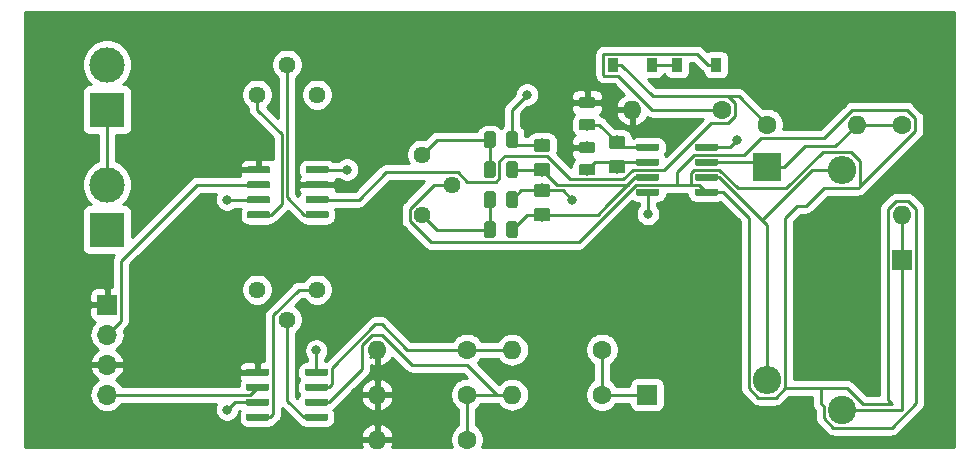
<source format=gbr>
G04 #@! TF.GenerationSoftware,KiCad,Pcbnew,(5.1.2)-2*
G04 #@! TF.CreationDate,2019-11-18T15:02:21-05:00*
G04 #@! TF.ProjectId,Lab_Sensing,4c61625f-5365-46e7-9369-6e672e6b6963,rev?*
G04 #@! TF.SameCoordinates,Original*
G04 #@! TF.FileFunction,Copper,L1,Top*
G04 #@! TF.FilePolarity,Positive*
%FSLAX46Y46*%
G04 Gerber Fmt 4.6, Leading zero omitted, Abs format (unit mm)*
G04 Created by KiCad (PCBNEW (5.1.2)-2) date 2019-11-18 15:02:21*
%MOMM*%
%LPD*%
G04 APERTURE LIST*
%ADD10C,2.400000*%
%ADD11O,2.400000X2.400000*%
%ADD12C,1.600000*%
%ADD13O,1.600000X1.600000*%
%ADD14C,2.999740*%
%ADD15R,2.999740X2.999740*%
%ADD16C,1.440000*%
%ADD17C,0.100000*%
%ADD18C,1.150000*%
%ADD19R,2.400000X2.400000*%
%ADD20R,0.900000X1.200000*%
%ADD21R,1.700000X1.700000*%
%ADD22O,1.700000X1.700000*%
%ADD23C,0.600000*%
%ADD24C,0.975000*%
%ADD25C,0.800000*%
%ADD26C,0.250000*%
%ADD27C,0.254000*%
G04 APERTURE END LIST*
D10*
X151130000Y-142240000D03*
D11*
X151130000Y-121920000D03*
D12*
X119380000Y-144780000D03*
D13*
X111760000Y-144780000D03*
D14*
X88900000Y-123190000D03*
D15*
X88900000Y-127000000D03*
D12*
X140970000Y-116840000D03*
D13*
X133350000Y-116840000D03*
X111760000Y-140970000D03*
D12*
X119380000Y-140970000D03*
X130810000Y-140970000D03*
D13*
X123190000Y-140970000D03*
D12*
X119380000Y-137160000D03*
D13*
X111760000Y-137160000D03*
D16*
X106680000Y-132080000D03*
X104140000Y-134620000D03*
X101600000Y-132080000D03*
X106680000Y-115570000D03*
X104140000Y-113030000D03*
X101600000Y-115570000D03*
D14*
X88900000Y-113030000D03*
D15*
X88900000Y-116840000D03*
D17*
G36*
X126204505Y-119296204D02*
G01*
X126228773Y-119299804D01*
X126252572Y-119305765D01*
X126275671Y-119314030D01*
X126297850Y-119324520D01*
X126318893Y-119337132D01*
X126338599Y-119351747D01*
X126356777Y-119368223D01*
X126373253Y-119386401D01*
X126387868Y-119406107D01*
X126400480Y-119427150D01*
X126410970Y-119449329D01*
X126419235Y-119472428D01*
X126425196Y-119496227D01*
X126428796Y-119520495D01*
X126430000Y-119544999D01*
X126430000Y-120195001D01*
X126428796Y-120219505D01*
X126425196Y-120243773D01*
X126419235Y-120267572D01*
X126410970Y-120290671D01*
X126400480Y-120312850D01*
X126387868Y-120333893D01*
X126373253Y-120353599D01*
X126356777Y-120371777D01*
X126338599Y-120388253D01*
X126318893Y-120402868D01*
X126297850Y-120415480D01*
X126275671Y-120425970D01*
X126252572Y-120434235D01*
X126228773Y-120440196D01*
X126204505Y-120443796D01*
X126180001Y-120445000D01*
X125279999Y-120445000D01*
X125255495Y-120443796D01*
X125231227Y-120440196D01*
X125207428Y-120434235D01*
X125184329Y-120425970D01*
X125162150Y-120415480D01*
X125141107Y-120402868D01*
X125121401Y-120388253D01*
X125103223Y-120371777D01*
X125086747Y-120353599D01*
X125072132Y-120333893D01*
X125059520Y-120312850D01*
X125049030Y-120290671D01*
X125040765Y-120267572D01*
X125034804Y-120243773D01*
X125031204Y-120219505D01*
X125030000Y-120195001D01*
X125030000Y-119544999D01*
X125031204Y-119520495D01*
X125034804Y-119496227D01*
X125040765Y-119472428D01*
X125049030Y-119449329D01*
X125059520Y-119427150D01*
X125072132Y-119406107D01*
X125086747Y-119386401D01*
X125103223Y-119368223D01*
X125121401Y-119351747D01*
X125141107Y-119337132D01*
X125162150Y-119324520D01*
X125184329Y-119314030D01*
X125207428Y-119305765D01*
X125231227Y-119299804D01*
X125255495Y-119296204D01*
X125279999Y-119295000D01*
X126180001Y-119295000D01*
X126204505Y-119296204D01*
X126204505Y-119296204D01*
G37*
D18*
X125730000Y-119870000D03*
D17*
G36*
X126204505Y-121346204D02*
G01*
X126228773Y-121349804D01*
X126252572Y-121355765D01*
X126275671Y-121364030D01*
X126297850Y-121374520D01*
X126318893Y-121387132D01*
X126338599Y-121401747D01*
X126356777Y-121418223D01*
X126373253Y-121436401D01*
X126387868Y-121456107D01*
X126400480Y-121477150D01*
X126410970Y-121499329D01*
X126419235Y-121522428D01*
X126425196Y-121546227D01*
X126428796Y-121570495D01*
X126430000Y-121594999D01*
X126430000Y-122245001D01*
X126428796Y-122269505D01*
X126425196Y-122293773D01*
X126419235Y-122317572D01*
X126410970Y-122340671D01*
X126400480Y-122362850D01*
X126387868Y-122383893D01*
X126373253Y-122403599D01*
X126356777Y-122421777D01*
X126338599Y-122438253D01*
X126318893Y-122452868D01*
X126297850Y-122465480D01*
X126275671Y-122475970D01*
X126252572Y-122484235D01*
X126228773Y-122490196D01*
X126204505Y-122493796D01*
X126180001Y-122495000D01*
X125279999Y-122495000D01*
X125255495Y-122493796D01*
X125231227Y-122490196D01*
X125207428Y-122484235D01*
X125184329Y-122475970D01*
X125162150Y-122465480D01*
X125141107Y-122452868D01*
X125121401Y-122438253D01*
X125103223Y-122421777D01*
X125086747Y-122403599D01*
X125072132Y-122383893D01*
X125059520Y-122362850D01*
X125049030Y-122340671D01*
X125040765Y-122317572D01*
X125034804Y-122293773D01*
X125031204Y-122269505D01*
X125030000Y-122245001D01*
X125030000Y-121594999D01*
X125031204Y-121570495D01*
X125034804Y-121546227D01*
X125040765Y-121522428D01*
X125049030Y-121499329D01*
X125059520Y-121477150D01*
X125072132Y-121456107D01*
X125086747Y-121436401D01*
X125103223Y-121418223D01*
X125121401Y-121401747D01*
X125141107Y-121387132D01*
X125162150Y-121374520D01*
X125184329Y-121364030D01*
X125207428Y-121355765D01*
X125231227Y-121349804D01*
X125255495Y-121346204D01*
X125279999Y-121345000D01*
X126180001Y-121345000D01*
X126204505Y-121346204D01*
X126204505Y-121346204D01*
G37*
D18*
X125730000Y-121920000D03*
D17*
G36*
X126204505Y-123106204D02*
G01*
X126228773Y-123109804D01*
X126252572Y-123115765D01*
X126275671Y-123124030D01*
X126297850Y-123134520D01*
X126318893Y-123147132D01*
X126338599Y-123161747D01*
X126356777Y-123178223D01*
X126373253Y-123196401D01*
X126387868Y-123216107D01*
X126400480Y-123237150D01*
X126410970Y-123259329D01*
X126419235Y-123282428D01*
X126425196Y-123306227D01*
X126428796Y-123330495D01*
X126430000Y-123354999D01*
X126430000Y-124005001D01*
X126428796Y-124029505D01*
X126425196Y-124053773D01*
X126419235Y-124077572D01*
X126410970Y-124100671D01*
X126400480Y-124122850D01*
X126387868Y-124143893D01*
X126373253Y-124163599D01*
X126356777Y-124181777D01*
X126338599Y-124198253D01*
X126318893Y-124212868D01*
X126297850Y-124225480D01*
X126275671Y-124235970D01*
X126252572Y-124244235D01*
X126228773Y-124250196D01*
X126204505Y-124253796D01*
X126180001Y-124255000D01*
X125279999Y-124255000D01*
X125255495Y-124253796D01*
X125231227Y-124250196D01*
X125207428Y-124244235D01*
X125184329Y-124235970D01*
X125162150Y-124225480D01*
X125141107Y-124212868D01*
X125121401Y-124198253D01*
X125103223Y-124181777D01*
X125086747Y-124163599D01*
X125072132Y-124143893D01*
X125059520Y-124122850D01*
X125049030Y-124100671D01*
X125040765Y-124077572D01*
X125034804Y-124053773D01*
X125031204Y-124029505D01*
X125030000Y-124005001D01*
X125030000Y-123354999D01*
X125031204Y-123330495D01*
X125034804Y-123306227D01*
X125040765Y-123282428D01*
X125049030Y-123259329D01*
X125059520Y-123237150D01*
X125072132Y-123216107D01*
X125086747Y-123196401D01*
X125103223Y-123178223D01*
X125121401Y-123161747D01*
X125141107Y-123147132D01*
X125162150Y-123134520D01*
X125184329Y-123124030D01*
X125207428Y-123115765D01*
X125231227Y-123109804D01*
X125255495Y-123106204D01*
X125279999Y-123105000D01*
X126180001Y-123105000D01*
X126204505Y-123106204D01*
X126204505Y-123106204D01*
G37*
D18*
X125730000Y-123680000D03*
D17*
G36*
X126204505Y-125156204D02*
G01*
X126228773Y-125159804D01*
X126252572Y-125165765D01*
X126275671Y-125174030D01*
X126297850Y-125184520D01*
X126318893Y-125197132D01*
X126338599Y-125211747D01*
X126356777Y-125228223D01*
X126373253Y-125246401D01*
X126387868Y-125266107D01*
X126400480Y-125287150D01*
X126410970Y-125309329D01*
X126419235Y-125332428D01*
X126425196Y-125356227D01*
X126428796Y-125380495D01*
X126430000Y-125404999D01*
X126430000Y-126055001D01*
X126428796Y-126079505D01*
X126425196Y-126103773D01*
X126419235Y-126127572D01*
X126410970Y-126150671D01*
X126400480Y-126172850D01*
X126387868Y-126193893D01*
X126373253Y-126213599D01*
X126356777Y-126231777D01*
X126338599Y-126248253D01*
X126318893Y-126262868D01*
X126297850Y-126275480D01*
X126275671Y-126285970D01*
X126252572Y-126294235D01*
X126228773Y-126300196D01*
X126204505Y-126303796D01*
X126180001Y-126305000D01*
X125279999Y-126305000D01*
X125255495Y-126303796D01*
X125231227Y-126300196D01*
X125207428Y-126294235D01*
X125184329Y-126285970D01*
X125162150Y-126275480D01*
X125141107Y-126262868D01*
X125121401Y-126248253D01*
X125103223Y-126231777D01*
X125086747Y-126213599D01*
X125072132Y-126193893D01*
X125059520Y-126172850D01*
X125049030Y-126150671D01*
X125040765Y-126127572D01*
X125034804Y-126103773D01*
X125031204Y-126079505D01*
X125030000Y-126055001D01*
X125030000Y-125404999D01*
X125031204Y-125380495D01*
X125034804Y-125356227D01*
X125040765Y-125332428D01*
X125049030Y-125309329D01*
X125059520Y-125287150D01*
X125072132Y-125266107D01*
X125086747Y-125246401D01*
X125103223Y-125228223D01*
X125121401Y-125211747D01*
X125141107Y-125197132D01*
X125162150Y-125184520D01*
X125184329Y-125174030D01*
X125207428Y-125165765D01*
X125231227Y-125159804D01*
X125255495Y-125156204D01*
X125279999Y-125155000D01*
X126180001Y-125155000D01*
X126204505Y-125156204D01*
X126204505Y-125156204D01*
G37*
D18*
X125730000Y-125730000D03*
D17*
G36*
X132554505Y-119051204D02*
G01*
X132578773Y-119054804D01*
X132602572Y-119060765D01*
X132625671Y-119069030D01*
X132647850Y-119079520D01*
X132668893Y-119092132D01*
X132688599Y-119106747D01*
X132706777Y-119123223D01*
X132723253Y-119141401D01*
X132737868Y-119161107D01*
X132750480Y-119182150D01*
X132760970Y-119204329D01*
X132769235Y-119227428D01*
X132775196Y-119251227D01*
X132778796Y-119275495D01*
X132780000Y-119299999D01*
X132780000Y-119950001D01*
X132778796Y-119974505D01*
X132775196Y-119998773D01*
X132769235Y-120022572D01*
X132760970Y-120045671D01*
X132750480Y-120067850D01*
X132737868Y-120088893D01*
X132723253Y-120108599D01*
X132706777Y-120126777D01*
X132688599Y-120143253D01*
X132668893Y-120157868D01*
X132647850Y-120170480D01*
X132625671Y-120180970D01*
X132602572Y-120189235D01*
X132578773Y-120195196D01*
X132554505Y-120198796D01*
X132530001Y-120200000D01*
X131629999Y-120200000D01*
X131605495Y-120198796D01*
X131581227Y-120195196D01*
X131557428Y-120189235D01*
X131534329Y-120180970D01*
X131512150Y-120170480D01*
X131491107Y-120157868D01*
X131471401Y-120143253D01*
X131453223Y-120126777D01*
X131436747Y-120108599D01*
X131422132Y-120088893D01*
X131409520Y-120067850D01*
X131399030Y-120045671D01*
X131390765Y-120022572D01*
X131384804Y-119998773D01*
X131381204Y-119974505D01*
X131380000Y-119950001D01*
X131380000Y-119299999D01*
X131381204Y-119275495D01*
X131384804Y-119251227D01*
X131390765Y-119227428D01*
X131399030Y-119204329D01*
X131409520Y-119182150D01*
X131422132Y-119161107D01*
X131436747Y-119141401D01*
X131453223Y-119123223D01*
X131471401Y-119106747D01*
X131491107Y-119092132D01*
X131512150Y-119079520D01*
X131534329Y-119069030D01*
X131557428Y-119060765D01*
X131581227Y-119054804D01*
X131605495Y-119051204D01*
X131629999Y-119050000D01*
X132530001Y-119050000D01*
X132554505Y-119051204D01*
X132554505Y-119051204D01*
G37*
D18*
X132080000Y-119625000D03*
D17*
G36*
X132554505Y-121101204D02*
G01*
X132578773Y-121104804D01*
X132602572Y-121110765D01*
X132625671Y-121119030D01*
X132647850Y-121129520D01*
X132668893Y-121142132D01*
X132688599Y-121156747D01*
X132706777Y-121173223D01*
X132723253Y-121191401D01*
X132737868Y-121211107D01*
X132750480Y-121232150D01*
X132760970Y-121254329D01*
X132769235Y-121277428D01*
X132775196Y-121301227D01*
X132778796Y-121325495D01*
X132780000Y-121349999D01*
X132780000Y-122000001D01*
X132778796Y-122024505D01*
X132775196Y-122048773D01*
X132769235Y-122072572D01*
X132760970Y-122095671D01*
X132750480Y-122117850D01*
X132737868Y-122138893D01*
X132723253Y-122158599D01*
X132706777Y-122176777D01*
X132688599Y-122193253D01*
X132668893Y-122207868D01*
X132647850Y-122220480D01*
X132625671Y-122230970D01*
X132602572Y-122239235D01*
X132578773Y-122245196D01*
X132554505Y-122248796D01*
X132530001Y-122250000D01*
X131629999Y-122250000D01*
X131605495Y-122248796D01*
X131581227Y-122245196D01*
X131557428Y-122239235D01*
X131534329Y-122230970D01*
X131512150Y-122220480D01*
X131491107Y-122207868D01*
X131471401Y-122193253D01*
X131453223Y-122176777D01*
X131436747Y-122158599D01*
X131422132Y-122138893D01*
X131409520Y-122117850D01*
X131399030Y-122095671D01*
X131390765Y-122072572D01*
X131384804Y-122048773D01*
X131381204Y-122024505D01*
X131380000Y-122000001D01*
X131380000Y-121349999D01*
X131381204Y-121325495D01*
X131384804Y-121301227D01*
X131390765Y-121277428D01*
X131399030Y-121254329D01*
X131409520Y-121232150D01*
X131422132Y-121211107D01*
X131436747Y-121191401D01*
X131453223Y-121173223D01*
X131471401Y-121156747D01*
X131491107Y-121142132D01*
X131512150Y-121129520D01*
X131534329Y-121119030D01*
X131557428Y-121110765D01*
X131581227Y-121104804D01*
X131605495Y-121101204D01*
X131629999Y-121100000D01*
X132530001Y-121100000D01*
X132554505Y-121101204D01*
X132554505Y-121101204D01*
G37*
D18*
X132080000Y-121675000D03*
D19*
X144780000Y-121700000D03*
D11*
X144780000Y-139700000D03*
D20*
X137160000Y-113030000D03*
X140460000Y-113030000D03*
X131700000Y-113030000D03*
X135000000Y-113030000D03*
D21*
X156210000Y-129540000D03*
X134620000Y-140970000D03*
X88900000Y-133350000D03*
D22*
X88900000Y-135890000D03*
X88900000Y-138430000D03*
X88900000Y-140970000D03*
D13*
X156210000Y-125730000D03*
D12*
X156210000Y-118110000D03*
D13*
X152400000Y-118110000D03*
D12*
X144780000Y-118110000D03*
D13*
X123190000Y-137160000D03*
D12*
X130810000Y-137160000D03*
D17*
G36*
X135524703Y-119715722D02*
G01*
X135539264Y-119717882D01*
X135553543Y-119721459D01*
X135567403Y-119726418D01*
X135580710Y-119732712D01*
X135593336Y-119740280D01*
X135605159Y-119749048D01*
X135616066Y-119758934D01*
X135625952Y-119769841D01*
X135634720Y-119781664D01*
X135642288Y-119794290D01*
X135648582Y-119807597D01*
X135653541Y-119821457D01*
X135657118Y-119835736D01*
X135659278Y-119850297D01*
X135660000Y-119865000D01*
X135660000Y-120165000D01*
X135659278Y-120179703D01*
X135657118Y-120194264D01*
X135653541Y-120208543D01*
X135648582Y-120222403D01*
X135642288Y-120235710D01*
X135634720Y-120248336D01*
X135625952Y-120260159D01*
X135616066Y-120271066D01*
X135605159Y-120280952D01*
X135593336Y-120289720D01*
X135580710Y-120297288D01*
X135567403Y-120303582D01*
X135553543Y-120308541D01*
X135539264Y-120312118D01*
X135524703Y-120314278D01*
X135510000Y-120315000D01*
X133860000Y-120315000D01*
X133845297Y-120314278D01*
X133830736Y-120312118D01*
X133816457Y-120308541D01*
X133802597Y-120303582D01*
X133789290Y-120297288D01*
X133776664Y-120289720D01*
X133764841Y-120280952D01*
X133753934Y-120271066D01*
X133744048Y-120260159D01*
X133735280Y-120248336D01*
X133727712Y-120235710D01*
X133721418Y-120222403D01*
X133716459Y-120208543D01*
X133712882Y-120194264D01*
X133710722Y-120179703D01*
X133710000Y-120165000D01*
X133710000Y-119865000D01*
X133710722Y-119850297D01*
X133712882Y-119835736D01*
X133716459Y-119821457D01*
X133721418Y-119807597D01*
X133727712Y-119794290D01*
X133735280Y-119781664D01*
X133744048Y-119769841D01*
X133753934Y-119758934D01*
X133764841Y-119749048D01*
X133776664Y-119740280D01*
X133789290Y-119732712D01*
X133802597Y-119726418D01*
X133816457Y-119721459D01*
X133830736Y-119717882D01*
X133845297Y-119715722D01*
X133860000Y-119715000D01*
X135510000Y-119715000D01*
X135524703Y-119715722D01*
X135524703Y-119715722D01*
G37*
D23*
X134685000Y-120015000D03*
D17*
G36*
X135524703Y-120985722D02*
G01*
X135539264Y-120987882D01*
X135553543Y-120991459D01*
X135567403Y-120996418D01*
X135580710Y-121002712D01*
X135593336Y-121010280D01*
X135605159Y-121019048D01*
X135616066Y-121028934D01*
X135625952Y-121039841D01*
X135634720Y-121051664D01*
X135642288Y-121064290D01*
X135648582Y-121077597D01*
X135653541Y-121091457D01*
X135657118Y-121105736D01*
X135659278Y-121120297D01*
X135660000Y-121135000D01*
X135660000Y-121435000D01*
X135659278Y-121449703D01*
X135657118Y-121464264D01*
X135653541Y-121478543D01*
X135648582Y-121492403D01*
X135642288Y-121505710D01*
X135634720Y-121518336D01*
X135625952Y-121530159D01*
X135616066Y-121541066D01*
X135605159Y-121550952D01*
X135593336Y-121559720D01*
X135580710Y-121567288D01*
X135567403Y-121573582D01*
X135553543Y-121578541D01*
X135539264Y-121582118D01*
X135524703Y-121584278D01*
X135510000Y-121585000D01*
X133860000Y-121585000D01*
X133845297Y-121584278D01*
X133830736Y-121582118D01*
X133816457Y-121578541D01*
X133802597Y-121573582D01*
X133789290Y-121567288D01*
X133776664Y-121559720D01*
X133764841Y-121550952D01*
X133753934Y-121541066D01*
X133744048Y-121530159D01*
X133735280Y-121518336D01*
X133727712Y-121505710D01*
X133721418Y-121492403D01*
X133716459Y-121478543D01*
X133712882Y-121464264D01*
X133710722Y-121449703D01*
X133710000Y-121435000D01*
X133710000Y-121135000D01*
X133710722Y-121120297D01*
X133712882Y-121105736D01*
X133716459Y-121091457D01*
X133721418Y-121077597D01*
X133727712Y-121064290D01*
X133735280Y-121051664D01*
X133744048Y-121039841D01*
X133753934Y-121028934D01*
X133764841Y-121019048D01*
X133776664Y-121010280D01*
X133789290Y-121002712D01*
X133802597Y-120996418D01*
X133816457Y-120991459D01*
X133830736Y-120987882D01*
X133845297Y-120985722D01*
X133860000Y-120985000D01*
X135510000Y-120985000D01*
X135524703Y-120985722D01*
X135524703Y-120985722D01*
G37*
D23*
X134685000Y-121285000D03*
D17*
G36*
X135524703Y-122255722D02*
G01*
X135539264Y-122257882D01*
X135553543Y-122261459D01*
X135567403Y-122266418D01*
X135580710Y-122272712D01*
X135593336Y-122280280D01*
X135605159Y-122289048D01*
X135616066Y-122298934D01*
X135625952Y-122309841D01*
X135634720Y-122321664D01*
X135642288Y-122334290D01*
X135648582Y-122347597D01*
X135653541Y-122361457D01*
X135657118Y-122375736D01*
X135659278Y-122390297D01*
X135660000Y-122405000D01*
X135660000Y-122705000D01*
X135659278Y-122719703D01*
X135657118Y-122734264D01*
X135653541Y-122748543D01*
X135648582Y-122762403D01*
X135642288Y-122775710D01*
X135634720Y-122788336D01*
X135625952Y-122800159D01*
X135616066Y-122811066D01*
X135605159Y-122820952D01*
X135593336Y-122829720D01*
X135580710Y-122837288D01*
X135567403Y-122843582D01*
X135553543Y-122848541D01*
X135539264Y-122852118D01*
X135524703Y-122854278D01*
X135510000Y-122855000D01*
X133860000Y-122855000D01*
X133845297Y-122854278D01*
X133830736Y-122852118D01*
X133816457Y-122848541D01*
X133802597Y-122843582D01*
X133789290Y-122837288D01*
X133776664Y-122829720D01*
X133764841Y-122820952D01*
X133753934Y-122811066D01*
X133744048Y-122800159D01*
X133735280Y-122788336D01*
X133727712Y-122775710D01*
X133721418Y-122762403D01*
X133716459Y-122748543D01*
X133712882Y-122734264D01*
X133710722Y-122719703D01*
X133710000Y-122705000D01*
X133710000Y-122405000D01*
X133710722Y-122390297D01*
X133712882Y-122375736D01*
X133716459Y-122361457D01*
X133721418Y-122347597D01*
X133727712Y-122334290D01*
X133735280Y-122321664D01*
X133744048Y-122309841D01*
X133753934Y-122298934D01*
X133764841Y-122289048D01*
X133776664Y-122280280D01*
X133789290Y-122272712D01*
X133802597Y-122266418D01*
X133816457Y-122261459D01*
X133830736Y-122257882D01*
X133845297Y-122255722D01*
X133860000Y-122255000D01*
X135510000Y-122255000D01*
X135524703Y-122255722D01*
X135524703Y-122255722D01*
G37*
D23*
X134685000Y-122555000D03*
D17*
G36*
X135524703Y-123525722D02*
G01*
X135539264Y-123527882D01*
X135553543Y-123531459D01*
X135567403Y-123536418D01*
X135580710Y-123542712D01*
X135593336Y-123550280D01*
X135605159Y-123559048D01*
X135616066Y-123568934D01*
X135625952Y-123579841D01*
X135634720Y-123591664D01*
X135642288Y-123604290D01*
X135648582Y-123617597D01*
X135653541Y-123631457D01*
X135657118Y-123645736D01*
X135659278Y-123660297D01*
X135660000Y-123675000D01*
X135660000Y-123975000D01*
X135659278Y-123989703D01*
X135657118Y-124004264D01*
X135653541Y-124018543D01*
X135648582Y-124032403D01*
X135642288Y-124045710D01*
X135634720Y-124058336D01*
X135625952Y-124070159D01*
X135616066Y-124081066D01*
X135605159Y-124090952D01*
X135593336Y-124099720D01*
X135580710Y-124107288D01*
X135567403Y-124113582D01*
X135553543Y-124118541D01*
X135539264Y-124122118D01*
X135524703Y-124124278D01*
X135510000Y-124125000D01*
X133860000Y-124125000D01*
X133845297Y-124124278D01*
X133830736Y-124122118D01*
X133816457Y-124118541D01*
X133802597Y-124113582D01*
X133789290Y-124107288D01*
X133776664Y-124099720D01*
X133764841Y-124090952D01*
X133753934Y-124081066D01*
X133744048Y-124070159D01*
X133735280Y-124058336D01*
X133727712Y-124045710D01*
X133721418Y-124032403D01*
X133716459Y-124018543D01*
X133712882Y-124004264D01*
X133710722Y-123989703D01*
X133710000Y-123975000D01*
X133710000Y-123675000D01*
X133710722Y-123660297D01*
X133712882Y-123645736D01*
X133716459Y-123631457D01*
X133721418Y-123617597D01*
X133727712Y-123604290D01*
X133735280Y-123591664D01*
X133744048Y-123579841D01*
X133753934Y-123568934D01*
X133764841Y-123559048D01*
X133776664Y-123550280D01*
X133789290Y-123542712D01*
X133802597Y-123536418D01*
X133816457Y-123531459D01*
X133830736Y-123527882D01*
X133845297Y-123525722D01*
X133860000Y-123525000D01*
X135510000Y-123525000D01*
X135524703Y-123525722D01*
X135524703Y-123525722D01*
G37*
D23*
X134685000Y-123825000D03*
D17*
G36*
X140474703Y-123525722D02*
G01*
X140489264Y-123527882D01*
X140503543Y-123531459D01*
X140517403Y-123536418D01*
X140530710Y-123542712D01*
X140543336Y-123550280D01*
X140555159Y-123559048D01*
X140566066Y-123568934D01*
X140575952Y-123579841D01*
X140584720Y-123591664D01*
X140592288Y-123604290D01*
X140598582Y-123617597D01*
X140603541Y-123631457D01*
X140607118Y-123645736D01*
X140609278Y-123660297D01*
X140610000Y-123675000D01*
X140610000Y-123975000D01*
X140609278Y-123989703D01*
X140607118Y-124004264D01*
X140603541Y-124018543D01*
X140598582Y-124032403D01*
X140592288Y-124045710D01*
X140584720Y-124058336D01*
X140575952Y-124070159D01*
X140566066Y-124081066D01*
X140555159Y-124090952D01*
X140543336Y-124099720D01*
X140530710Y-124107288D01*
X140517403Y-124113582D01*
X140503543Y-124118541D01*
X140489264Y-124122118D01*
X140474703Y-124124278D01*
X140460000Y-124125000D01*
X138810000Y-124125000D01*
X138795297Y-124124278D01*
X138780736Y-124122118D01*
X138766457Y-124118541D01*
X138752597Y-124113582D01*
X138739290Y-124107288D01*
X138726664Y-124099720D01*
X138714841Y-124090952D01*
X138703934Y-124081066D01*
X138694048Y-124070159D01*
X138685280Y-124058336D01*
X138677712Y-124045710D01*
X138671418Y-124032403D01*
X138666459Y-124018543D01*
X138662882Y-124004264D01*
X138660722Y-123989703D01*
X138660000Y-123975000D01*
X138660000Y-123675000D01*
X138660722Y-123660297D01*
X138662882Y-123645736D01*
X138666459Y-123631457D01*
X138671418Y-123617597D01*
X138677712Y-123604290D01*
X138685280Y-123591664D01*
X138694048Y-123579841D01*
X138703934Y-123568934D01*
X138714841Y-123559048D01*
X138726664Y-123550280D01*
X138739290Y-123542712D01*
X138752597Y-123536418D01*
X138766457Y-123531459D01*
X138780736Y-123527882D01*
X138795297Y-123525722D01*
X138810000Y-123525000D01*
X140460000Y-123525000D01*
X140474703Y-123525722D01*
X140474703Y-123525722D01*
G37*
D23*
X139635000Y-123825000D03*
D17*
G36*
X140474703Y-122255722D02*
G01*
X140489264Y-122257882D01*
X140503543Y-122261459D01*
X140517403Y-122266418D01*
X140530710Y-122272712D01*
X140543336Y-122280280D01*
X140555159Y-122289048D01*
X140566066Y-122298934D01*
X140575952Y-122309841D01*
X140584720Y-122321664D01*
X140592288Y-122334290D01*
X140598582Y-122347597D01*
X140603541Y-122361457D01*
X140607118Y-122375736D01*
X140609278Y-122390297D01*
X140610000Y-122405000D01*
X140610000Y-122705000D01*
X140609278Y-122719703D01*
X140607118Y-122734264D01*
X140603541Y-122748543D01*
X140598582Y-122762403D01*
X140592288Y-122775710D01*
X140584720Y-122788336D01*
X140575952Y-122800159D01*
X140566066Y-122811066D01*
X140555159Y-122820952D01*
X140543336Y-122829720D01*
X140530710Y-122837288D01*
X140517403Y-122843582D01*
X140503543Y-122848541D01*
X140489264Y-122852118D01*
X140474703Y-122854278D01*
X140460000Y-122855000D01*
X138810000Y-122855000D01*
X138795297Y-122854278D01*
X138780736Y-122852118D01*
X138766457Y-122848541D01*
X138752597Y-122843582D01*
X138739290Y-122837288D01*
X138726664Y-122829720D01*
X138714841Y-122820952D01*
X138703934Y-122811066D01*
X138694048Y-122800159D01*
X138685280Y-122788336D01*
X138677712Y-122775710D01*
X138671418Y-122762403D01*
X138666459Y-122748543D01*
X138662882Y-122734264D01*
X138660722Y-122719703D01*
X138660000Y-122705000D01*
X138660000Y-122405000D01*
X138660722Y-122390297D01*
X138662882Y-122375736D01*
X138666459Y-122361457D01*
X138671418Y-122347597D01*
X138677712Y-122334290D01*
X138685280Y-122321664D01*
X138694048Y-122309841D01*
X138703934Y-122298934D01*
X138714841Y-122289048D01*
X138726664Y-122280280D01*
X138739290Y-122272712D01*
X138752597Y-122266418D01*
X138766457Y-122261459D01*
X138780736Y-122257882D01*
X138795297Y-122255722D01*
X138810000Y-122255000D01*
X140460000Y-122255000D01*
X140474703Y-122255722D01*
X140474703Y-122255722D01*
G37*
D23*
X139635000Y-122555000D03*
D17*
G36*
X140474703Y-120985722D02*
G01*
X140489264Y-120987882D01*
X140503543Y-120991459D01*
X140517403Y-120996418D01*
X140530710Y-121002712D01*
X140543336Y-121010280D01*
X140555159Y-121019048D01*
X140566066Y-121028934D01*
X140575952Y-121039841D01*
X140584720Y-121051664D01*
X140592288Y-121064290D01*
X140598582Y-121077597D01*
X140603541Y-121091457D01*
X140607118Y-121105736D01*
X140609278Y-121120297D01*
X140610000Y-121135000D01*
X140610000Y-121435000D01*
X140609278Y-121449703D01*
X140607118Y-121464264D01*
X140603541Y-121478543D01*
X140598582Y-121492403D01*
X140592288Y-121505710D01*
X140584720Y-121518336D01*
X140575952Y-121530159D01*
X140566066Y-121541066D01*
X140555159Y-121550952D01*
X140543336Y-121559720D01*
X140530710Y-121567288D01*
X140517403Y-121573582D01*
X140503543Y-121578541D01*
X140489264Y-121582118D01*
X140474703Y-121584278D01*
X140460000Y-121585000D01*
X138810000Y-121585000D01*
X138795297Y-121584278D01*
X138780736Y-121582118D01*
X138766457Y-121578541D01*
X138752597Y-121573582D01*
X138739290Y-121567288D01*
X138726664Y-121559720D01*
X138714841Y-121550952D01*
X138703934Y-121541066D01*
X138694048Y-121530159D01*
X138685280Y-121518336D01*
X138677712Y-121505710D01*
X138671418Y-121492403D01*
X138666459Y-121478543D01*
X138662882Y-121464264D01*
X138660722Y-121449703D01*
X138660000Y-121435000D01*
X138660000Y-121135000D01*
X138660722Y-121120297D01*
X138662882Y-121105736D01*
X138666459Y-121091457D01*
X138671418Y-121077597D01*
X138677712Y-121064290D01*
X138685280Y-121051664D01*
X138694048Y-121039841D01*
X138703934Y-121028934D01*
X138714841Y-121019048D01*
X138726664Y-121010280D01*
X138739290Y-121002712D01*
X138752597Y-120996418D01*
X138766457Y-120991459D01*
X138780736Y-120987882D01*
X138795297Y-120985722D01*
X138810000Y-120985000D01*
X140460000Y-120985000D01*
X140474703Y-120985722D01*
X140474703Y-120985722D01*
G37*
D23*
X139635000Y-121285000D03*
D17*
G36*
X140474703Y-119715722D02*
G01*
X140489264Y-119717882D01*
X140503543Y-119721459D01*
X140517403Y-119726418D01*
X140530710Y-119732712D01*
X140543336Y-119740280D01*
X140555159Y-119749048D01*
X140566066Y-119758934D01*
X140575952Y-119769841D01*
X140584720Y-119781664D01*
X140592288Y-119794290D01*
X140598582Y-119807597D01*
X140603541Y-119821457D01*
X140607118Y-119835736D01*
X140609278Y-119850297D01*
X140610000Y-119865000D01*
X140610000Y-120165000D01*
X140609278Y-120179703D01*
X140607118Y-120194264D01*
X140603541Y-120208543D01*
X140598582Y-120222403D01*
X140592288Y-120235710D01*
X140584720Y-120248336D01*
X140575952Y-120260159D01*
X140566066Y-120271066D01*
X140555159Y-120280952D01*
X140543336Y-120289720D01*
X140530710Y-120297288D01*
X140517403Y-120303582D01*
X140503543Y-120308541D01*
X140489264Y-120312118D01*
X140474703Y-120314278D01*
X140460000Y-120315000D01*
X138810000Y-120315000D01*
X138795297Y-120314278D01*
X138780736Y-120312118D01*
X138766457Y-120308541D01*
X138752597Y-120303582D01*
X138739290Y-120297288D01*
X138726664Y-120289720D01*
X138714841Y-120280952D01*
X138703934Y-120271066D01*
X138694048Y-120260159D01*
X138685280Y-120248336D01*
X138677712Y-120235710D01*
X138671418Y-120222403D01*
X138666459Y-120208543D01*
X138662882Y-120194264D01*
X138660722Y-120179703D01*
X138660000Y-120165000D01*
X138660000Y-119865000D01*
X138660722Y-119850297D01*
X138662882Y-119835736D01*
X138666459Y-119821457D01*
X138671418Y-119807597D01*
X138677712Y-119794290D01*
X138685280Y-119781664D01*
X138694048Y-119769841D01*
X138703934Y-119758934D01*
X138714841Y-119749048D01*
X138726664Y-119740280D01*
X138739290Y-119732712D01*
X138752597Y-119726418D01*
X138766457Y-119721459D01*
X138780736Y-119717882D01*
X138795297Y-119715722D01*
X138810000Y-119715000D01*
X140460000Y-119715000D01*
X140474703Y-119715722D01*
X140474703Y-119715722D01*
G37*
D23*
X139635000Y-120015000D03*
D17*
G36*
X123457642Y-121221174D02*
G01*
X123481303Y-121224684D01*
X123504507Y-121230496D01*
X123527029Y-121238554D01*
X123548653Y-121248782D01*
X123569170Y-121261079D01*
X123588383Y-121275329D01*
X123606107Y-121291393D01*
X123622171Y-121309117D01*
X123636421Y-121328330D01*
X123648718Y-121348847D01*
X123658946Y-121370471D01*
X123667004Y-121392993D01*
X123672816Y-121416197D01*
X123676326Y-121439858D01*
X123677500Y-121463750D01*
X123677500Y-122376250D01*
X123676326Y-122400142D01*
X123672816Y-122423803D01*
X123667004Y-122447007D01*
X123658946Y-122469529D01*
X123648718Y-122491153D01*
X123636421Y-122511670D01*
X123622171Y-122530883D01*
X123606107Y-122548607D01*
X123588383Y-122564671D01*
X123569170Y-122578921D01*
X123548653Y-122591218D01*
X123527029Y-122601446D01*
X123504507Y-122609504D01*
X123481303Y-122615316D01*
X123457642Y-122618826D01*
X123433750Y-122620000D01*
X122946250Y-122620000D01*
X122922358Y-122618826D01*
X122898697Y-122615316D01*
X122875493Y-122609504D01*
X122852971Y-122601446D01*
X122831347Y-122591218D01*
X122810830Y-122578921D01*
X122791617Y-122564671D01*
X122773893Y-122548607D01*
X122757829Y-122530883D01*
X122743579Y-122511670D01*
X122731282Y-122491153D01*
X122721054Y-122469529D01*
X122712996Y-122447007D01*
X122707184Y-122423803D01*
X122703674Y-122400142D01*
X122702500Y-122376250D01*
X122702500Y-121463750D01*
X122703674Y-121439858D01*
X122707184Y-121416197D01*
X122712996Y-121392993D01*
X122721054Y-121370471D01*
X122731282Y-121348847D01*
X122743579Y-121328330D01*
X122757829Y-121309117D01*
X122773893Y-121291393D01*
X122791617Y-121275329D01*
X122810830Y-121261079D01*
X122831347Y-121248782D01*
X122852971Y-121238554D01*
X122875493Y-121230496D01*
X122898697Y-121224684D01*
X122922358Y-121221174D01*
X122946250Y-121220000D01*
X123433750Y-121220000D01*
X123457642Y-121221174D01*
X123457642Y-121221174D01*
G37*
D24*
X123190000Y-121920000D03*
D17*
G36*
X121582642Y-121221174D02*
G01*
X121606303Y-121224684D01*
X121629507Y-121230496D01*
X121652029Y-121238554D01*
X121673653Y-121248782D01*
X121694170Y-121261079D01*
X121713383Y-121275329D01*
X121731107Y-121291393D01*
X121747171Y-121309117D01*
X121761421Y-121328330D01*
X121773718Y-121348847D01*
X121783946Y-121370471D01*
X121792004Y-121392993D01*
X121797816Y-121416197D01*
X121801326Y-121439858D01*
X121802500Y-121463750D01*
X121802500Y-122376250D01*
X121801326Y-122400142D01*
X121797816Y-122423803D01*
X121792004Y-122447007D01*
X121783946Y-122469529D01*
X121773718Y-122491153D01*
X121761421Y-122511670D01*
X121747171Y-122530883D01*
X121731107Y-122548607D01*
X121713383Y-122564671D01*
X121694170Y-122578921D01*
X121673653Y-122591218D01*
X121652029Y-122601446D01*
X121629507Y-122609504D01*
X121606303Y-122615316D01*
X121582642Y-122618826D01*
X121558750Y-122620000D01*
X121071250Y-122620000D01*
X121047358Y-122618826D01*
X121023697Y-122615316D01*
X121000493Y-122609504D01*
X120977971Y-122601446D01*
X120956347Y-122591218D01*
X120935830Y-122578921D01*
X120916617Y-122564671D01*
X120898893Y-122548607D01*
X120882829Y-122530883D01*
X120868579Y-122511670D01*
X120856282Y-122491153D01*
X120846054Y-122469529D01*
X120837996Y-122447007D01*
X120832184Y-122423803D01*
X120828674Y-122400142D01*
X120827500Y-122376250D01*
X120827500Y-121463750D01*
X120828674Y-121439858D01*
X120832184Y-121416197D01*
X120837996Y-121392993D01*
X120846054Y-121370471D01*
X120856282Y-121348847D01*
X120868579Y-121328330D01*
X120882829Y-121309117D01*
X120898893Y-121291393D01*
X120916617Y-121275329D01*
X120935830Y-121261079D01*
X120956347Y-121248782D01*
X120977971Y-121238554D01*
X121000493Y-121230496D01*
X121023697Y-121224684D01*
X121047358Y-121221174D01*
X121071250Y-121220000D01*
X121558750Y-121220000D01*
X121582642Y-121221174D01*
X121582642Y-121221174D01*
G37*
D24*
X121315000Y-121920000D03*
D17*
G36*
X121582642Y-126301174D02*
G01*
X121606303Y-126304684D01*
X121629507Y-126310496D01*
X121652029Y-126318554D01*
X121673653Y-126328782D01*
X121694170Y-126341079D01*
X121713383Y-126355329D01*
X121731107Y-126371393D01*
X121747171Y-126389117D01*
X121761421Y-126408330D01*
X121773718Y-126428847D01*
X121783946Y-126450471D01*
X121792004Y-126472993D01*
X121797816Y-126496197D01*
X121801326Y-126519858D01*
X121802500Y-126543750D01*
X121802500Y-127456250D01*
X121801326Y-127480142D01*
X121797816Y-127503803D01*
X121792004Y-127527007D01*
X121783946Y-127549529D01*
X121773718Y-127571153D01*
X121761421Y-127591670D01*
X121747171Y-127610883D01*
X121731107Y-127628607D01*
X121713383Y-127644671D01*
X121694170Y-127658921D01*
X121673653Y-127671218D01*
X121652029Y-127681446D01*
X121629507Y-127689504D01*
X121606303Y-127695316D01*
X121582642Y-127698826D01*
X121558750Y-127700000D01*
X121071250Y-127700000D01*
X121047358Y-127698826D01*
X121023697Y-127695316D01*
X121000493Y-127689504D01*
X120977971Y-127681446D01*
X120956347Y-127671218D01*
X120935830Y-127658921D01*
X120916617Y-127644671D01*
X120898893Y-127628607D01*
X120882829Y-127610883D01*
X120868579Y-127591670D01*
X120856282Y-127571153D01*
X120846054Y-127549529D01*
X120837996Y-127527007D01*
X120832184Y-127503803D01*
X120828674Y-127480142D01*
X120827500Y-127456250D01*
X120827500Y-126543750D01*
X120828674Y-126519858D01*
X120832184Y-126496197D01*
X120837996Y-126472993D01*
X120846054Y-126450471D01*
X120856282Y-126428847D01*
X120868579Y-126408330D01*
X120882829Y-126389117D01*
X120898893Y-126371393D01*
X120916617Y-126355329D01*
X120935830Y-126341079D01*
X120956347Y-126328782D01*
X120977971Y-126318554D01*
X121000493Y-126310496D01*
X121023697Y-126304684D01*
X121047358Y-126301174D01*
X121071250Y-126300000D01*
X121558750Y-126300000D01*
X121582642Y-126301174D01*
X121582642Y-126301174D01*
G37*
D24*
X121315000Y-127000000D03*
D17*
G36*
X123457642Y-126301174D02*
G01*
X123481303Y-126304684D01*
X123504507Y-126310496D01*
X123527029Y-126318554D01*
X123548653Y-126328782D01*
X123569170Y-126341079D01*
X123588383Y-126355329D01*
X123606107Y-126371393D01*
X123622171Y-126389117D01*
X123636421Y-126408330D01*
X123648718Y-126428847D01*
X123658946Y-126450471D01*
X123667004Y-126472993D01*
X123672816Y-126496197D01*
X123676326Y-126519858D01*
X123677500Y-126543750D01*
X123677500Y-127456250D01*
X123676326Y-127480142D01*
X123672816Y-127503803D01*
X123667004Y-127527007D01*
X123658946Y-127549529D01*
X123648718Y-127571153D01*
X123636421Y-127591670D01*
X123622171Y-127610883D01*
X123606107Y-127628607D01*
X123588383Y-127644671D01*
X123569170Y-127658921D01*
X123548653Y-127671218D01*
X123527029Y-127681446D01*
X123504507Y-127689504D01*
X123481303Y-127695316D01*
X123457642Y-127698826D01*
X123433750Y-127700000D01*
X122946250Y-127700000D01*
X122922358Y-127698826D01*
X122898697Y-127695316D01*
X122875493Y-127689504D01*
X122852971Y-127681446D01*
X122831347Y-127671218D01*
X122810830Y-127658921D01*
X122791617Y-127644671D01*
X122773893Y-127628607D01*
X122757829Y-127610883D01*
X122743579Y-127591670D01*
X122731282Y-127571153D01*
X122721054Y-127549529D01*
X122712996Y-127527007D01*
X122707184Y-127503803D01*
X122703674Y-127480142D01*
X122702500Y-127456250D01*
X122702500Y-126543750D01*
X122703674Y-126519858D01*
X122707184Y-126496197D01*
X122712996Y-126472993D01*
X122721054Y-126450471D01*
X122731282Y-126428847D01*
X122743579Y-126408330D01*
X122757829Y-126389117D01*
X122773893Y-126371393D01*
X122791617Y-126355329D01*
X122810830Y-126341079D01*
X122831347Y-126328782D01*
X122852971Y-126318554D01*
X122875493Y-126310496D01*
X122898697Y-126304684D01*
X122922358Y-126301174D01*
X122946250Y-126300000D01*
X123433750Y-126300000D01*
X123457642Y-126301174D01*
X123457642Y-126301174D01*
G37*
D24*
X123190000Y-127000000D03*
D17*
G36*
X130020142Y-121433674D02*
G01*
X130043803Y-121437184D01*
X130067007Y-121442996D01*
X130089529Y-121451054D01*
X130111153Y-121461282D01*
X130131670Y-121473579D01*
X130150883Y-121487829D01*
X130168607Y-121503893D01*
X130184671Y-121521617D01*
X130198921Y-121540830D01*
X130211218Y-121561347D01*
X130221446Y-121582971D01*
X130229504Y-121605493D01*
X130235316Y-121628697D01*
X130238826Y-121652358D01*
X130240000Y-121676250D01*
X130240000Y-122163750D01*
X130238826Y-122187642D01*
X130235316Y-122211303D01*
X130229504Y-122234507D01*
X130221446Y-122257029D01*
X130211218Y-122278653D01*
X130198921Y-122299170D01*
X130184671Y-122318383D01*
X130168607Y-122336107D01*
X130150883Y-122352171D01*
X130131670Y-122366421D01*
X130111153Y-122378718D01*
X130089529Y-122388946D01*
X130067007Y-122397004D01*
X130043803Y-122402816D01*
X130020142Y-122406326D01*
X129996250Y-122407500D01*
X129083750Y-122407500D01*
X129059858Y-122406326D01*
X129036197Y-122402816D01*
X129012993Y-122397004D01*
X128990471Y-122388946D01*
X128968847Y-122378718D01*
X128948330Y-122366421D01*
X128929117Y-122352171D01*
X128911393Y-122336107D01*
X128895329Y-122318383D01*
X128881079Y-122299170D01*
X128868782Y-122278653D01*
X128858554Y-122257029D01*
X128850496Y-122234507D01*
X128844684Y-122211303D01*
X128841174Y-122187642D01*
X128840000Y-122163750D01*
X128840000Y-121676250D01*
X128841174Y-121652358D01*
X128844684Y-121628697D01*
X128850496Y-121605493D01*
X128858554Y-121582971D01*
X128868782Y-121561347D01*
X128881079Y-121540830D01*
X128895329Y-121521617D01*
X128911393Y-121503893D01*
X128929117Y-121487829D01*
X128948330Y-121473579D01*
X128968847Y-121461282D01*
X128990471Y-121451054D01*
X129012993Y-121442996D01*
X129036197Y-121437184D01*
X129059858Y-121433674D01*
X129083750Y-121432500D01*
X129996250Y-121432500D01*
X130020142Y-121433674D01*
X130020142Y-121433674D01*
G37*
D24*
X129540000Y-121920000D03*
D17*
G36*
X130020142Y-119558674D02*
G01*
X130043803Y-119562184D01*
X130067007Y-119567996D01*
X130089529Y-119576054D01*
X130111153Y-119586282D01*
X130131670Y-119598579D01*
X130150883Y-119612829D01*
X130168607Y-119628893D01*
X130184671Y-119646617D01*
X130198921Y-119665830D01*
X130211218Y-119686347D01*
X130221446Y-119707971D01*
X130229504Y-119730493D01*
X130235316Y-119753697D01*
X130238826Y-119777358D01*
X130240000Y-119801250D01*
X130240000Y-120288750D01*
X130238826Y-120312642D01*
X130235316Y-120336303D01*
X130229504Y-120359507D01*
X130221446Y-120382029D01*
X130211218Y-120403653D01*
X130198921Y-120424170D01*
X130184671Y-120443383D01*
X130168607Y-120461107D01*
X130150883Y-120477171D01*
X130131670Y-120491421D01*
X130111153Y-120503718D01*
X130089529Y-120513946D01*
X130067007Y-120522004D01*
X130043803Y-120527816D01*
X130020142Y-120531326D01*
X129996250Y-120532500D01*
X129083750Y-120532500D01*
X129059858Y-120531326D01*
X129036197Y-120527816D01*
X129012993Y-120522004D01*
X128990471Y-120513946D01*
X128968847Y-120503718D01*
X128948330Y-120491421D01*
X128929117Y-120477171D01*
X128911393Y-120461107D01*
X128895329Y-120443383D01*
X128881079Y-120424170D01*
X128868782Y-120403653D01*
X128858554Y-120382029D01*
X128850496Y-120359507D01*
X128844684Y-120336303D01*
X128841174Y-120312642D01*
X128840000Y-120288750D01*
X128840000Y-119801250D01*
X128841174Y-119777358D01*
X128844684Y-119753697D01*
X128850496Y-119730493D01*
X128858554Y-119707971D01*
X128868782Y-119686347D01*
X128881079Y-119665830D01*
X128895329Y-119646617D01*
X128911393Y-119628893D01*
X128929117Y-119612829D01*
X128948330Y-119598579D01*
X128968847Y-119586282D01*
X128990471Y-119576054D01*
X129012993Y-119567996D01*
X129036197Y-119562184D01*
X129059858Y-119558674D01*
X129083750Y-119557500D01*
X129996250Y-119557500D01*
X130020142Y-119558674D01*
X130020142Y-119558674D01*
G37*
D24*
X129540000Y-120045000D03*
D17*
G36*
X130020142Y-117623674D02*
G01*
X130043803Y-117627184D01*
X130067007Y-117632996D01*
X130089529Y-117641054D01*
X130111153Y-117651282D01*
X130131670Y-117663579D01*
X130150883Y-117677829D01*
X130168607Y-117693893D01*
X130184671Y-117711617D01*
X130198921Y-117730830D01*
X130211218Y-117751347D01*
X130221446Y-117772971D01*
X130229504Y-117795493D01*
X130235316Y-117818697D01*
X130238826Y-117842358D01*
X130240000Y-117866250D01*
X130240000Y-118353750D01*
X130238826Y-118377642D01*
X130235316Y-118401303D01*
X130229504Y-118424507D01*
X130221446Y-118447029D01*
X130211218Y-118468653D01*
X130198921Y-118489170D01*
X130184671Y-118508383D01*
X130168607Y-118526107D01*
X130150883Y-118542171D01*
X130131670Y-118556421D01*
X130111153Y-118568718D01*
X130089529Y-118578946D01*
X130067007Y-118587004D01*
X130043803Y-118592816D01*
X130020142Y-118596326D01*
X129996250Y-118597500D01*
X129083750Y-118597500D01*
X129059858Y-118596326D01*
X129036197Y-118592816D01*
X129012993Y-118587004D01*
X128990471Y-118578946D01*
X128968847Y-118568718D01*
X128948330Y-118556421D01*
X128929117Y-118542171D01*
X128911393Y-118526107D01*
X128895329Y-118508383D01*
X128881079Y-118489170D01*
X128868782Y-118468653D01*
X128858554Y-118447029D01*
X128850496Y-118424507D01*
X128844684Y-118401303D01*
X128841174Y-118377642D01*
X128840000Y-118353750D01*
X128840000Y-117866250D01*
X128841174Y-117842358D01*
X128844684Y-117818697D01*
X128850496Y-117795493D01*
X128858554Y-117772971D01*
X128868782Y-117751347D01*
X128881079Y-117730830D01*
X128895329Y-117711617D01*
X128911393Y-117693893D01*
X128929117Y-117677829D01*
X128948330Y-117663579D01*
X128968847Y-117651282D01*
X128990471Y-117641054D01*
X129012993Y-117632996D01*
X129036197Y-117627184D01*
X129059858Y-117623674D01*
X129083750Y-117622500D01*
X129996250Y-117622500D01*
X130020142Y-117623674D01*
X130020142Y-117623674D01*
G37*
D24*
X129540000Y-118110000D03*
D17*
G36*
X130020142Y-115748674D02*
G01*
X130043803Y-115752184D01*
X130067007Y-115757996D01*
X130089529Y-115766054D01*
X130111153Y-115776282D01*
X130131670Y-115788579D01*
X130150883Y-115802829D01*
X130168607Y-115818893D01*
X130184671Y-115836617D01*
X130198921Y-115855830D01*
X130211218Y-115876347D01*
X130221446Y-115897971D01*
X130229504Y-115920493D01*
X130235316Y-115943697D01*
X130238826Y-115967358D01*
X130240000Y-115991250D01*
X130240000Y-116478750D01*
X130238826Y-116502642D01*
X130235316Y-116526303D01*
X130229504Y-116549507D01*
X130221446Y-116572029D01*
X130211218Y-116593653D01*
X130198921Y-116614170D01*
X130184671Y-116633383D01*
X130168607Y-116651107D01*
X130150883Y-116667171D01*
X130131670Y-116681421D01*
X130111153Y-116693718D01*
X130089529Y-116703946D01*
X130067007Y-116712004D01*
X130043803Y-116717816D01*
X130020142Y-116721326D01*
X129996250Y-116722500D01*
X129083750Y-116722500D01*
X129059858Y-116721326D01*
X129036197Y-116717816D01*
X129012993Y-116712004D01*
X128990471Y-116703946D01*
X128968847Y-116693718D01*
X128948330Y-116681421D01*
X128929117Y-116667171D01*
X128911393Y-116651107D01*
X128895329Y-116633383D01*
X128881079Y-116614170D01*
X128868782Y-116593653D01*
X128858554Y-116572029D01*
X128850496Y-116549507D01*
X128844684Y-116526303D01*
X128841174Y-116502642D01*
X128840000Y-116478750D01*
X128840000Y-115991250D01*
X128841174Y-115967358D01*
X128844684Y-115943697D01*
X128850496Y-115920493D01*
X128858554Y-115897971D01*
X128868782Y-115876347D01*
X128881079Y-115855830D01*
X128895329Y-115836617D01*
X128911393Y-115818893D01*
X128929117Y-115802829D01*
X128948330Y-115788579D01*
X128968847Y-115776282D01*
X128990471Y-115766054D01*
X129012993Y-115757996D01*
X129036197Y-115752184D01*
X129059858Y-115748674D01*
X129083750Y-115747500D01*
X129996250Y-115747500D01*
X130020142Y-115748674D01*
X130020142Y-115748674D01*
G37*
D24*
X129540000Y-116235000D03*
D16*
X115570000Y-120650000D03*
X118110000Y-123190000D03*
X115570000Y-125730000D03*
D17*
G36*
X123457642Y-118681174D02*
G01*
X123481303Y-118684684D01*
X123504507Y-118690496D01*
X123527029Y-118698554D01*
X123548653Y-118708782D01*
X123569170Y-118721079D01*
X123588383Y-118735329D01*
X123606107Y-118751393D01*
X123622171Y-118769117D01*
X123636421Y-118788330D01*
X123648718Y-118808847D01*
X123658946Y-118830471D01*
X123667004Y-118852993D01*
X123672816Y-118876197D01*
X123676326Y-118899858D01*
X123677500Y-118923750D01*
X123677500Y-119836250D01*
X123676326Y-119860142D01*
X123672816Y-119883803D01*
X123667004Y-119907007D01*
X123658946Y-119929529D01*
X123648718Y-119951153D01*
X123636421Y-119971670D01*
X123622171Y-119990883D01*
X123606107Y-120008607D01*
X123588383Y-120024671D01*
X123569170Y-120038921D01*
X123548653Y-120051218D01*
X123527029Y-120061446D01*
X123504507Y-120069504D01*
X123481303Y-120075316D01*
X123457642Y-120078826D01*
X123433750Y-120080000D01*
X122946250Y-120080000D01*
X122922358Y-120078826D01*
X122898697Y-120075316D01*
X122875493Y-120069504D01*
X122852971Y-120061446D01*
X122831347Y-120051218D01*
X122810830Y-120038921D01*
X122791617Y-120024671D01*
X122773893Y-120008607D01*
X122757829Y-119990883D01*
X122743579Y-119971670D01*
X122731282Y-119951153D01*
X122721054Y-119929529D01*
X122712996Y-119907007D01*
X122707184Y-119883803D01*
X122703674Y-119860142D01*
X122702500Y-119836250D01*
X122702500Y-118923750D01*
X122703674Y-118899858D01*
X122707184Y-118876197D01*
X122712996Y-118852993D01*
X122721054Y-118830471D01*
X122731282Y-118808847D01*
X122743579Y-118788330D01*
X122757829Y-118769117D01*
X122773893Y-118751393D01*
X122791617Y-118735329D01*
X122810830Y-118721079D01*
X122831347Y-118708782D01*
X122852971Y-118698554D01*
X122875493Y-118690496D01*
X122898697Y-118684684D01*
X122922358Y-118681174D01*
X122946250Y-118680000D01*
X123433750Y-118680000D01*
X123457642Y-118681174D01*
X123457642Y-118681174D01*
G37*
D24*
X123190000Y-119380000D03*
D17*
G36*
X121582642Y-118681174D02*
G01*
X121606303Y-118684684D01*
X121629507Y-118690496D01*
X121652029Y-118698554D01*
X121673653Y-118708782D01*
X121694170Y-118721079D01*
X121713383Y-118735329D01*
X121731107Y-118751393D01*
X121747171Y-118769117D01*
X121761421Y-118788330D01*
X121773718Y-118808847D01*
X121783946Y-118830471D01*
X121792004Y-118852993D01*
X121797816Y-118876197D01*
X121801326Y-118899858D01*
X121802500Y-118923750D01*
X121802500Y-119836250D01*
X121801326Y-119860142D01*
X121797816Y-119883803D01*
X121792004Y-119907007D01*
X121783946Y-119929529D01*
X121773718Y-119951153D01*
X121761421Y-119971670D01*
X121747171Y-119990883D01*
X121731107Y-120008607D01*
X121713383Y-120024671D01*
X121694170Y-120038921D01*
X121673653Y-120051218D01*
X121652029Y-120061446D01*
X121629507Y-120069504D01*
X121606303Y-120075316D01*
X121582642Y-120078826D01*
X121558750Y-120080000D01*
X121071250Y-120080000D01*
X121047358Y-120078826D01*
X121023697Y-120075316D01*
X121000493Y-120069504D01*
X120977971Y-120061446D01*
X120956347Y-120051218D01*
X120935830Y-120038921D01*
X120916617Y-120024671D01*
X120898893Y-120008607D01*
X120882829Y-119990883D01*
X120868579Y-119971670D01*
X120856282Y-119951153D01*
X120846054Y-119929529D01*
X120837996Y-119907007D01*
X120832184Y-119883803D01*
X120828674Y-119860142D01*
X120827500Y-119836250D01*
X120827500Y-118923750D01*
X120828674Y-118899858D01*
X120832184Y-118876197D01*
X120837996Y-118852993D01*
X120846054Y-118830471D01*
X120856282Y-118808847D01*
X120868579Y-118788330D01*
X120882829Y-118769117D01*
X120898893Y-118751393D01*
X120916617Y-118735329D01*
X120935830Y-118721079D01*
X120956347Y-118708782D01*
X120977971Y-118698554D01*
X121000493Y-118690496D01*
X121023697Y-118684684D01*
X121047358Y-118681174D01*
X121071250Y-118680000D01*
X121558750Y-118680000D01*
X121582642Y-118681174D01*
X121582642Y-118681174D01*
G37*
D24*
X121315000Y-119380000D03*
D17*
G36*
X123457642Y-123761174D02*
G01*
X123481303Y-123764684D01*
X123504507Y-123770496D01*
X123527029Y-123778554D01*
X123548653Y-123788782D01*
X123569170Y-123801079D01*
X123588383Y-123815329D01*
X123606107Y-123831393D01*
X123622171Y-123849117D01*
X123636421Y-123868330D01*
X123648718Y-123888847D01*
X123658946Y-123910471D01*
X123667004Y-123932993D01*
X123672816Y-123956197D01*
X123676326Y-123979858D01*
X123677500Y-124003750D01*
X123677500Y-124916250D01*
X123676326Y-124940142D01*
X123672816Y-124963803D01*
X123667004Y-124987007D01*
X123658946Y-125009529D01*
X123648718Y-125031153D01*
X123636421Y-125051670D01*
X123622171Y-125070883D01*
X123606107Y-125088607D01*
X123588383Y-125104671D01*
X123569170Y-125118921D01*
X123548653Y-125131218D01*
X123527029Y-125141446D01*
X123504507Y-125149504D01*
X123481303Y-125155316D01*
X123457642Y-125158826D01*
X123433750Y-125160000D01*
X122946250Y-125160000D01*
X122922358Y-125158826D01*
X122898697Y-125155316D01*
X122875493Y-125149504D01*
X122852971Y-125141446D01*
X122831347Y-125131218D01*
X122810830Y-125118921D01*
X122791617Y-125104671D01*
X122773893Y-125088607D01*
X122757829Y-125070883D01*
X122743579Y-125051670D01*
X122731282Y-125031153D01*
X122721054Y-125009529D01*
X122712996Y-124987007D01*
X122707184Y-124963803D01*
X122703674Y-124940142D01*
X122702500Y-124916250D01*
X122702500Y-124003750D01*
X122703674Y-123979858D01*
X122707184Y-123956197D01*
X122712996Y-123932993D01*
X122721054Y-123910471D01*
X122731282Y-123888847D01*
X122743579Y-123868330D01*
X122757829Y-123849117D01*
X122773893Y-123831393D01*
X122791617Y-123815329D01*
X122810830Y-123801079D01*
X122831347Y-123788782D01*
X122852971Y-123778554D01*
X122875493Y-123770496D01*
X122898697Y-123764684D01*
X122922358Y-123761174D01*
X122946250Y-123760000D01*
X123433750Y-123760000D01*
X123457642Y-123761174D01*
X123457642Y-123761174D01*
G37*
D24*
X123190000Y-124460000D03*
D17*
G36*
X121582642Y-123761174D02*
G01*
X121606303Y-123764684D01*
X121629507Y-123770496D01*
X121652029Y-123778554D01*
X121673653Y-123788782D01*
X121694170Y-123801079D01*
X121713383Y-123815329D01*
X121731107Y-123831393D01*
X121747171Y-123849117D01*
X121761421Y-123868330D01*
X121773718Y-123888847D01*
X121783946Y-123910471D01*
X121792004Y-123932993D01*
X121797816Y-123956197D01*
X121801326Y-123979858D01*
X121802500Y-124003750D01*
X121802500Y-124916250D01*
X121801326Y-124940142D01*
X121797816Y-124963803D01*
X121792004Y-124987007D01*
X121783946Y-125009529D01*
X121773718Y-125031153D01*
X121761421Y-125051670D01*
X121747171Y-125070883D01*
X121731107Y-125088607D01*
X121713383Y-125104671D01*
X121694170Y-125118921D01*
X121673653Y-125131218D01*
X121652029Y-125141446D01*
X121629507Y-125149504D01*
X121606303Y-125155316D01*
X121582642Y-125158826D01*
X121558750Y-125160000D01*
X121071250Y-125160000D01*
X121047358Y-125158826D01*
X121023697Y-125155316D01*
X121000493Y-125149504D01*
X120977971Y-125141446D01*
X120956347Y-125131218D01*
X120935830Y-125118921D01*
X120916617Y-125104671D01*
X120898893Y-125088607D01*
X120882829Y-125070883D01*
X120868579Y-125051670D01*
X120856282Y-125031153D01*
X120846054Y-125009529D01*
X120837996Y-124987007D01*
X120832184Y-124963803D01*
X120828674Y-124940142D01*
X120827500Y-124916250D01*
X120827500Y-124003750D01*
X120828674Y-123979858D01*
X120832184Y-123956197D01*
X120837996Y-123932993D01*
X120846054Y-123910471D01*
X120856282Y-123888847D01*
X120868579Y-123868330D01*
X120882829Y-123849117D01*
X120898893Y-123831393D01*
X120916617Y-123815329D01*
X120935830Y-123801079D01*
X120956347Y-123788782D01*
X120977971Y-123778554D01*
X121000493Y-123770496D01*
X121023697Y-123764684D01*
X121047358Y-123761174D01*
X121071250Y-123760000D01*
X121558750Y-123760000D01*
X121582642Y-123761174D01*
X121582642Y-123761174D01*
G37*
D24*
X121315000Y-124460000D03*
D17*
G36*
X107454703Y-142575722D02*
G01*
X107469264Y-142577882D01*
X107483543Y-142581459D01*
X107497403Y-142586418D01*
X107510710Y-142592712D01*
X107523336Y-142600280D01*
X107535159Y-142609048D01*
X107546066Y-142618934D01*
X107555952Y-142629841D01*
X107564720Y-142641664D01*
X107572288Y-142654290D01*
X107578582Y-142667597D01*
X107583541Y-142681457D01*
X107587118Y-142695736D01*
X107589278Y-142710297D01*
X107590000Y-142725000D01*
X107590000Y-143025000D01*
X107589278Y-143039703D01*
X107587118Y-143054264D01*
X107583541Y-143068543D01*
X107578582Y-143082403D01*
X107572288Y-143095710D01*
X107564720Y-143108336D01*
X107555952Y-143120159D01*
X107546066Y-143131066D01*
X107535159Y-143140952D01*
X107523336Y-143149720D01*
X107510710Y-143157288D01*
X107497403Y-143163582D01*
X107483543Y-143168541D01*
X107469264Y-143172118D01*
X107454703Y-143174278D01*
X107440000Y-143175000D01*
X105790000Y-143175000D01*
X105775297Y-143174278D01*
X105760736Y-143172118D01*
X105746457Y-143168541D01*
X105732597Y-143163582D01*
X105719290Y-143157288D01*
X105706664Y-143149720D01*
X105694841Y-143140952D01*
X105683934Y-143131066D01*
X105674048Y-143120159D01*
X105665280Y-143108336D01*
X105657712Y-143095710D01*
X105651418Y-143082403D01*
X105646459Y-143068543D01*
X105642882Y-143054264D01*
X105640722Y-143039703D01*
X105640000Y-143025000D01*
X105640000Y-142725000D01*
X105640722Y-142710297D01*
X105642882Y-142695736D01*
X105646459Y-142681457D01*
X105651418Y-142667597D01*
X105657712Y-142654290D01*
X105665280Y-142641664D01*
X105674048Y-142629841D01*
X105683934Y-142618934D01*
X105694841Y-142609048D01*
X105706664Y-142600280D01*
X105719290Y-142592712D01*
X105732597Y-142586418D01*
X105746457Y-142581459D01*
X105760736Y-142577882D01*
X105775297Y-142575722D01*
X105790000Y-142575000D01*
X107440000Y-142575000D01*
X107454703Y-142575722D01*
X107454703Y-142575722D01*
G37*
D23*
X106615000Y-142875000D03*
D17*
G36*
X107454703Y-141305722D02*
G01*
X107469264Y-141307882D01*
X107483543Y-141311459D01*
X107497403Y-141316418D01*
X107510710Y-141322712D01*
X107523336Y-141330280D01*
X107535159Y-141339048D01*
X107546066Y-141348934D01*
X107555952Y-141359841D01*
X107564720Y-141371664D01*
X107572288Y-141384290D01*
X107578582Y-141397597D01*
X107583541Y-141411457D01*
X107587118Y-141425736D01*
X107589278Y-141440297D01*
X107590000Y-141455000D01*
X107590000Y-141755000D01*
X107589278Y-141769703D01*
X107587118Y-141784264D01*
X107583541Y-141798543D01*
X107578582Y-141812403D01*
X107572288Y-141825710D01*
X107564720Y-141838336D01*
X107555952Y-141850159D01*
X107546066Y-141861066D01*
X107535159Y-141870952D01*
X107523336Y-141879720D01*
X107510710Y-141887288D01*
X107497403Y-141893582D01*
X107483543Y-141898541D01*
X107469264Y-141902118D01*
X107454703Y-141904278D01*
X107440000Y-141905000D01*
X105790000Y-141905000D01*
X105775297Y-141904278D01*
X105760736Y-141902118D01*
X105746457Y-141898541D01*
X105732597Y-141893582D01*
X105719290Y-141887288D01*
X105706664Y-141879720D01*
X105694841Y-141870952D01*
X105683934Y-141861066D01*
X105674048Y-141850159D01*
X105665280Y-141838336D01*
X105657712Y-141825710D01*
X105651418Y-141812403D01*
X105646459Y-141798543D01*
X105642882Y-141784264D01*
X105640722Y-141769703D01*
X105640000Y-141755000D01*
X105640000Y-141455000D01*
X105640722Y-141440297D01*
X105642882Y-141425736D01*
X105646459Y-141411457D01*
X105651418Y-141397597D01*
X105657712Y-141384290D01*
X105665280Y-141371664D01*
X105674048Y-141359841D01*
X105683934Y-141348934D01*
X105694841Y-141339048D01*
X105706664Y-141330280D01*
X105719290Y-141322712D01*
X105732597Y-141316418D01*
X105746457Y-141311459D01*
X105760736Y-141307882D01*
X105775297Y-141305722D01*
X105790000Y-141305000D01*
X107440000Y-141305000D01*
X107454703Y-141305722D01*
X107454703Y-141305722D01*
G37*
D23*
X106615000Y-141605000D03*
D17*
G36*
X107454703Y-140035722D02*
G01*
X107469264Y-140037882D01*
X107483543Y-140041459D01*
X107497403Y-140046418D01*
X107510710Y-140052712D01*
X107523336Y-140060280D01*
X107535159Y-140069048D01*
X107546066Y-140078934D01*
X107555952Y-140089841D01*
X107564720Y-140101664D01*
X107572288Y-140114290D01*
X107578582Y-140127597D01*
X107583541Y-140141457D01*
X107587118Y-140155736D01*
X107589278Y-140170297D01*
X107590000Y-140185000D01*
X107590000Y-140485000D01*
X107589278Y-140499703D01*
X107587118Y-140514264D01*
X107583541Y-140528543D01*
X107578582Y-140542403D01*
X107572288Y-140555710D01*
X107564720Y-140568336D01*
X107555952Y-140580159D01*
X107546066Y-140591066D01*
X107535159Y-140600952D01*
X107523336Y-140609720D01*
X107510710Y-140617288D01*
X107497403Y-140623582D01*
X107483543Y-140628541D01*
X107469264Y-140632118D01*
X107454703Y-140634278D01*
X107440000Y-140635000D01*
X105790000Y-140635000D01*
X105775297Y-140634278D01*
X105760736Y-140632118D01*
X105746457Y-140628541D01*
X105732597Y-140623582D01*
X105719290Y-140617288D01*
X105706664Y-140609720D01*
X105694841Y-140600952D01*
X105683934Y-140591066D01*
X105674048Y-140580159D01*
X105665280Y-140568336D01*
X105657712Y-140555710D01*
X105651418Y-140542403D01*
X105646459Y-140528543D01*
X105642882Y-140514264D01*
X105640722Y-140499703D01*
X105640000Y-140485000D01*
X105640000Y-140185000D01*
X105640722Y-140170297D01*
X105642882Y-140155736D01*
X105646459Y-140141457D01*
X105651418Y-140127597D01*
X105657712Y-140114290D01*
X105665280Y-140101664D01*
X105674048Y-140089841D01*
X105683934Y-140078934D01*
X105694841Y-140069048D01*
X105706664Y-140060280D01*
X105719290Y-140052712D01*
X105732597Y-140046418D01*
X105746457Y-140041459D01*
X105760736Y-140037882D01*
X105775297Y-140035722D01*
X105790000Y-140035000D01*
X107440000Y-140035000D01*
X107454703Y-140035722D01*
X107454703Y-140035722D01*
G37*
D23*
X106615000Y-140335000D03*
D17*
G36*
X107454703Y-138765722D02*
G01*
X107469264Y-138767882D01*
X107483543Y-138771459D01*
X107497403Y-138776418D01*
X107510710Y-138782712D01*
X107523336Y-138790280D01*
X107535159Y-138799048D01*
X107546066Y-138808934D01*
X107555952Y-138819841D01*
X107564720Y-138831664D01*
X107572288Y-138844290D01*
X107578582Y-138857597D01*
X107583541Y-138871457D01*
X107587118Y-138885736D01*
X107589278Y-138900297D01*
X107590000Y-138915000D01*
X107590000Y-139215000D01*
X107589278Y-139229703D01*
X107587118Y-139244264D01*
X107583541Y-139258543D01*
X107578582Y-139272403D01*
X107572288Y-139285710D01*
X107564720Y-139298336D01*
X107555952Y-139310159D01*
X107546066Y-139321066D01*
X107535159Y-139330952D01*
X107523336Y-139339720D01*
X107510710Y-139347288D01*
X107497403Y-139353582D01*
X107483543Y-139358541D01*
X107469264Y-139362118D01*
X107454703Y-139364278D01*
X107440000Y-139365000D01*
X105790000Y-139365000D01*
X105775297Y-139364278D01*
X105760736Y-139362118D01*
X105746457Y-139358541D01*
X105732597Y-139353582D01*
X105719290Y-139347288D01*
X105706664Y-139339720D01*
X105694841Y-139330952D01*
X105683934Y-139321066D01*
X105674048Y-139310159D01*
X105665280Y-139298336D01*
X105657712Y-139285710D01*
X105651418Y-139272403D01*
X105646459Y-139258543D01*
X105642882Y-139244264D01*
X105640722Y-139229703D01*
X105640000Y-139215000D01*
X105640000Y-138915000D01*
X105640722Y-138900297D01*
X105642882Y-138885736D01*
X105646459Y-138871457D01*
X105651418Y-138857597D01*
X105657712Y-138844290D01*
X105665280Y-138831664D01*
X105674048Y-138819841D01*
X105683934Y-138808934D01*
X105694841Y-138799048D01*
X105706664Y-138790280D01*
X105719290Y-138782712D01*
X105732597Y-138776418D01*
X105746457Y-138771459D01*
X105760736Y-138767882D01*
X105775297Y-138765722D01*
X105790000Y-138765000D01*
X107440000Y-138765000D01*
X107454703Y-138765722D01*
X107454703Y-138765722D01*
G37*
D23*
X106615000Y-139065000D03*
D17*
G36*
X102504703Y-138765722D02*
G01*
X102519264Y-138767882D01*
X102533543Y-138771459D01*
X102547403Y-138776418D01*
X102560710Y-138782712D01*
X102573336Y-138790280D01*
X102585159Y-138799048D01*
X102596066Y-138808934D01*
X102605952Y-138819841D01*
X102614720Y-138831664D01*
X102622288Y-138844290D01*
X102628582Y-138857597D01*
X102633541Y-138871457D01*
X102637118Y-138885736D01*
X102639278Y-138900297D01*
X102640000Y-138915000D01*
X102640000Y-139215000D01*
X102639278Y-139229703D01*
X102637118Y-139244264D01*
X102633541Y-139258543D01*
X102628582Y-139272403D01*
X102622288Y-139285710D01*
X102614720Y-139298336D01*
X102605952Y-139310159D01*
X102596066Y-139321066D01*
X102585159Y-139330952D01*
X102573336Y-139339720D01*
X102560710Y-139347288D01*
X102547403Y-139353582D01*
X102533543Y-139358541D01*
X102519264Y-139362118D01*
X102504703Y-139364278D01*
X102490000Y-139365000D01*
X100840000Y-139365000D01*
X100825297Y-139364278D01*
X100810736Y-139362118D01*
X100796457Y-139358541D01*
X100782597Y-139353582D01*
X100769290Y-139347288D01*
X100756664Y-139339720D01*
X100744841Y-139330952D01*
X100733934Y-139321066D01*
X100724048Y-139310159D01*
X100715280Y-139298336D01*
X100707712Y-139285710D01*
X100701418Y-139272403D01*
X100696459Y-139258543D01*
X100692882Y-139244264D01*
X100690722Y-139229703D01*
X100690000Y-139215000D01*
X100690000Y-138915000D01*
X100690722Y-138900297D01*
X100692882Y-138885736D01*
X100696459Y-138871457D01*
X100701418Y-138857597D01*
X100707712Y-138844290D01*
X100715280Y-138831664D01*
X100724048Y-138819841D01*
X100733934Y-138808934D01*
X100744841Y-138799048D01*
X100756664Y-138790280D01*
X100769290Y-138782712D01*
X100782597Y-138776418D01*
X100796457Y-138771459D01*
X100810736Y-138767882D01*
X100825297Y-138765722D01*
X100840000Y-138765000D01*
X102490000Y-138765000D01*
X102504703Y-138765722D01*
X102504703Y-138765722D01*
G37*
D23*
X101665000Y-139065000D03*
D17*
G36*
X102504703Y-140035722D02*
G01*
X102519264Y-140037882D01*
X102533543Y-140041459D01*
X102547403Y-140046418D01*
X102560710Y-140052712D01*
X102573336Y-140060280D01*
X102585159Y-140069048D01*
X102596066Y-140078934D01*
X102605952Y-140089841D01*
X102614720Y-140101664D01*
X102622288Y-140114290D01*
X102628582Y-140127597D01*
X102633541Y-140141457D01*
X102637118Y-140155736D01*
X102639278Y-140170297D01*
X102640000Y-140185000D01*
X102640000Y-140485000D01*
X102639278Y-140499703D01*
X102637118Y-140514264D01*
X102633541Y-140528543D01*
X102628582Y-140542403D01*
X102622288Y-140555710D01*
X102614720Y-140568336D01*
X102605952Y-140580159D01*
X102596066Y-140591066D01*
X102585159Y-140600952D01*
X102573336Y-140609720D01*
X102560710Y-140617288D01*
X102547403Y-140623582D01*
X102533543Y-140628541D01*
X102519264Y-140632118D01*
X102504703Y-140634278D01*
X102490000Y-140635000D01*
X100840000Y-140635000D01*
X100825297Y-140634278D01*
X100810736Y-140632118D01*
X100796457Y-140628541D01*
X100782597Y-140623582D01*
X100769290Y-140617288D01*
X100756664Y-140609720D01*
X100744841Y-140600952D01*
X100733934Y-140591066D01*
X100724048Y-140580159D01*
X100715280Y-140568336D01*
X100707712Y-140555710D01*
X100701418Y-140542403D01*
X100696459Y-140528543D01*
X100692882Y-140514264D01*
X100690722Y-140499703D01*
X100690000Y-140485000D01*
X100690000Y-140185000D01*
X100690722Y-140170297D01*
X100692882Y-140155736D01*
X100696459Y-140141457D01*
X100701418Y-140127597D01*
X100707712Y-140114290D01*
X100715280Y-140101664D01*
X100724048Y-140089841D01*
X100733934Y-140078934D01*
X100744841Y-140069048D01*
X100756664Y-140060280D01*
X100769290Y-140052712D01*
X100782597Y-140046418D01*
X100796457Y-140041459D01*
X100810736Y-140037882D01*
X100825297Y-140035722D01*
X100840000Y-140035000D01*
X102490000Y-140035000D01*
X102504703Y-140035722D01*
X102504703Y-140035722D01*
G37*
D23*
X101665000Y-140335000D03*
D17*
G36*
X102504703Y-141305722D02*
G01*
X102519264Y-141307882D01*
X102533543Y-141311459D01*
X102547403Y-141316418D01*
X102560710Y-141322712D01*
X102573336Y-141330280D01*
X102585159Y-141339048D01*
X102596066Y-141348934D01*
X102605952Y-141359841D01*
X102614720Y-141371664D01*
X102622288Y-141384290D01*
X102628582Y-141397597D01*
X102633541Y-141411457D01*
X102637118Y-141425736D01*
X102639278Y-141440297D01*
X102640000Y-141455000D01*
X102640000Y-141755000D01*
X102639278Y-141769703D01*
X102637118Y-141784264D01*
X102633541Y-141798543D01*
X102628582Y-141812403D01*
X102622288Y-141825710D01*
X102614720Y-141838336D01*
X102605952Y-141850159D01*
X102596066Y-141861066D01*
X102585159Y-141870952D01*
X102573336Y-141879720D01*
X102560710Y-141887288D01*
X102547403Y-141893582D01*
X102533543Y-141898541D01*
X102519264Y-141902118D01*
X102504703Y-141904278D01*
X102490000Y-141905000D01*
X100840000Y-141905000D01*
X100825297Y-141904278D01*
X100810736Y-141902118D01*
X100796457Y-141898541D01*
X100782597Y-141893582D01*
X100769290Y-141887288D01*
X100756664Y-141879720D01*
X100744841Y-141870952D01*
X100733934Y-141861066D01*
X100724048Y-141850159D01*
X100715280Y-141838336D01*
X100707712Y-141825710D01*
X100701418Y-141812403D01*
X100696459Y-141798543D01*
X100692882Y-141784264D01*
X100690722Y-141769703D01*
X100690000Y-141755000D01*
X100690000Y-141455000D01*
X100690722Y-141440297D01*
X100692882Y-141425736D01*
X100696459Y-141411457D01*
X100701418Y-141397597D01*
X100707712Y-141384290D01*
X100715280Y-141371664D01*
X100724048Y-141359841D01*
X100733934Y-141348934D01*
X100744841Y-141339048D01*
X100756664Y-141330280D01*
X100769290Y-141322712D01*
X100782597Y-141316418D01*
X100796457Y-141311459D01*
X100810736Y-141307882D01*
X100825297Y-141305722D01*
X100840000Y-141305000D01*
X102490000Y-141305000D01*
X102504703Y-141305722D01*
X102504703Y-141305722D01*
G37*
D23*
X101665000Y-141605000D03*
D17*
G36*
X102504703Y-142575722D02*
G01*
X102519264Y-142577882D01*
X102533543Y-142581459D01*
X102547403Y-142586418D01*
X102560710Y-142592712D01*
X102573336Y-142600280D01*
X102585159Y-142609048D01*
X102596066Y-142618934D01*
X102605952Y-142629841D01*
X102614720Y-142641664D01*
X102622288Y-142654290D01*
X102628582Y-142667597D01*
X102633541Y-142681457D01*
X102637118Y-142695736D01*
X102639278Y-142710297D01*
X102640000Y-142725000D01*
X102640000Y-143025000D01*
X102639278Y-143039703D01*
X102637118Y-143054264D01*
X102633541Y-143068543D01*
X102628582Y-143082403D01*
X102622288Y-143095710D01*
X102614720Y-143108336D01*
X102605952Y-143120159D01*
X102596066Y-143131066D01*
X102585159Y-143140952D01*
X102573336Y-143149720D01*
X102560710Y-143157288D01*
X102547403Y-143163582D01*
X102533543Y-143168541D01*
X102519264Y-143172118D01*
X102504703Y-143174278D01*
X102490000Y-143175000D01*
X100840000Y-143175000D01*
X100825297Y-143174278D01*
X100810736Y-143172118D01*
X100796457Y-143168541D01*
X100782597Y-143163582D01*
X100769290Y-143157288D01*
X100756664Y-143149720D01*
X100744841Y-143140952D01*
X100733934Y-143131066D01*
X100724048Y-143120159D01*
X100715280Y-143108336D01*
X100707712Y-143095710D01*
X100701418Y-143082403D01*
X100696459Y-143068543D01*
X100692882Y-143054264D01*
X100690722Y-143039703D01*
X100690000Y-143025000D01*
X100690000Y-142725000D01*
X100690722Y-142710297D01*
X100692882Y-142695736D01*
X100696459Y-142681457D01*
X100701418Y-142667597D01*
X100707712Y-142654290D01*
X100715280Y-142641664D01*
X100724048Y-142629841D01*
X100733934Y-142618934D01*
X100744841Y-142609048D01*
X100756664Y-142600280D01*
X100769290Y-142592712D01*
X100782597Y-142586418D01*
X100796457Y-142581459D01*
X100810736Y-142577882D01*
X100825297Y-142575722D01*
X100840000Y-142575000D01*
X102490000Y-142575000D01*
X102504703Y-142575722D01*
X102504703Y-142575722D01*
G37*
D23*
X101665000Y-142875000D03*
D17*
G36*
X107519703Y-125430722D02*
G01*
X107534264Y-125432882D01*
X107548543Y-125436459D01*
X107562403Y-125441418D01*
X107575710Y-125447712D01*
X107588336Y-125455280D01*
X107600159Y-125464048D01*
X107611066Y-125473934D01*
X107620952Y-125484841D01*
X107629720Y-125496664D01*
X107637288Y-125509290D01*
X107643582Y-125522597D01*
X107648541Y-125536457D01*
X107652118Y-125550736D01*
X107654278Y-125565297D01*
X107655000Y-125580000D01*
X107655000Y-125880000D01*
X107654278Y-125894703D01*
X107652118Y-125909264D01*
X107648541Y-125923543D01*
X107643582Y-125937403D01*
X107637288Y-125950710D01*
X107629720Y-125963336D01*
X107620952Y-125975159D01*
X107611066Y-125986066D01*
X107600159Y-125995952D01*
X107588336Y-126004720D01*
X107575710Y-126012288D01*
X107562403Y-126018582D01*
X107548543Y-126023541D01*
X107534264Y-126027118D01*
X107519703Y-126029278D01*
X107505000Y-126030000D01*
X105855000Y-126030000D01*
X105840297Y-126029278D01*
X105825736Y-126027118D01*
X105811457Y-126023541D01*
X105797597Y-126018582D01*
X105784290Y-126012288D01*
X105771664Y-126004720D01*
X105759841Y-125995952D01*
X105748934Y-125986066D01*
X105739048Y-125975159D01*
X105730280Y-125963336D01*
X105722712Y-125950710D01*
X105716418Y-125937403D01*
X105711459Y-125923543D01*
X105707882Y-125909264D01*
X105705722Y-125894703D01*
X105705000Y-125880000D01*
X105705000Y-125580000D01*
X105705722Y-125565297D01*
X105707882Y-125550736D01*
X105711459Y-125536457D01*
X105716418Y-125522597D01*
X105722712Y-125509290D01*
X105730280Y-125496664D01*
X105739048Y-125484841D01*
X105748934Y-125473934D01*
X105759841Y-125464048D01*
X105771664Y-125455280D01*
X105784290Y-125447712D01*
X105797597Y-125441418D01*
X105811457Y-125436459D01*
X105825736Y-125432882D01*
X105840297Y-125430722D01*
X105855000Y-125430000D01*
X107505000Y-125430000D01*
X107519703Y-125430722D01*
X107519703Y-125430722D01*
G37*
D23*
X106680000Y-125730000D03*
D17*
G36*
X107519703Y-124160722D02*
G01*
X107534264Y-124162882D01*
X107548543Y-124166459D01*
X107562403Y-124171418D01*
X107575710Y-124177712D01*
X107588336Y-124185280D01*
X107600159Y-124194048D01*
X107611066Y-124203934D01*
X107620952Y-124214841D01*
X107629720Y-124226664D01*
X107637288Y-124239290D01*
X107643582Y-124252597D01*
X107648541Y-124266457D01*
X107652118Y-124280736D01*
X107654278Y-124295297D01*
X107655000Y-124310000D01*
X107655000Y-124610000D01*
X107654278Y-124624703D01*
X107652118Y-124639264D01*
X107648541Y-124653543D01*
X107643582Y-124667403D01*
X107637288Y-124680710D01*
X107629720Y-124693336D01*
X107620952Y-124705159D01*
X107611066Y-124716066D01*
X107600159Y-124725952D01*
X107588336Y-124734720D01*
X107575710Y-124742288D01*
X107562403Y-124748582D01*
X107548543Y-124753541D01*
X107534264Y-124757118D01*
X107519703Y-124759278D01*
X107505000Y-124760000D01*
X105855000Y-124760000D01*
X105840297Y-124759278D01*
X105825736Y-124757118D01*
X105811457Y-124753541D01*
X105797597Y-124748582D01*
X105784290Y-124742288D01*
X105771664Y-124734720D01*
X105759841Y-124725952D01*
X105748934Y-124716066D01*
X105739048Y-124705159D01*
X105730280Y-124693336D01*
X105722712Y-124680710D01*
X105716418Y-124667403D01*
X105711459Y-124653543D01*
X105707882Y-124639264D01*
X105705722Y-124624703D01*
X105705000Y-124610000D01*
X105705000Y-124310000D01*
X105705722Y-124295297D01*
X105707882Y-124280736D01*
X105711459Y-124266457D01*
X105716418Y-124252597D01*
X105722712Y-124239290D01*
X105730280Y-124226664D01*
X105739048Y-124214841D01*
X105748934Y-124203934D01*
X105759841Y-124194048D01*
X105771664Y-124185280D01*
X105784290Y-124177712D01*
X105797597Y-124171418D01*
X105811457Y-124166459D01*
X105825736Y-124162882D01*
X105840297Y-124160722D01*
X105855000Y-124160000D01*
X107505000Y-124160000D01*
X107519703Y-124160722D01*
X107519703Y-124160722D01*
G37*
D23*
X106680000Y-124460000D03*
D17*
G36*
X107519703Y-122890722D02*
G01*
X107534264Y-122892882D01*
X107548543Y-122896459D01*
X107562403Y-122901418D01*
X107575710Y-122907712D01*
X107588336Y-122915280D01*
X107600159Y-122924048D01*
X107611066Y-122933934D01*
X107620952Y-122944841D01*
X107629720Y-122956664D01*
X107637288Y-122969290D01*
X107643582Y-122982597D01*
X107648541Y-122996457D01*
X107652118Y-123010736D01*
X107654278Y-123025297D01*
X107655000Y-123040000D01*
X107655000Y-123340000D01*
X107654278Y-123354703D01*
X107652118Y-123369264D01*
X107648541Y-123383543D01*
X107643582Y-123397403D01*
X107637288Y-123410710D01*
X107629720Y-123423336D01*
X107620952Y-123435159D01*
X107611066Y-123446066D01*
X107600159Y-123455952D01*
X107588336Y-123464720D01*
X107575710Y-123472288D01*
X107562403Y-123478582D01*
X107548543Y-123483541D01*
X107534264Y-123487118D01*
X107519703Y-123489278D01*
X107505000Y-123490000D01*
X105855000Y-123490000D01*
X105840297Y-123489278D01*
X105825736Y-123487118D01*
X105811457Y-123483541D01*
X105797597Y-123478582D01*
X105784290Y-123472288D01*
X105771664Y-123464720D01*
X105759841Y-123455952D01*
X105748934Y-123446066D01*
X105739048Y-123435159D01*
X105730280Y-123423336D01*
X105722712Y-123410710D01*
X105716418Y-123397403D01*
X105711459Y-123383543D01*
X105707882Y-123369264D01*
X105705722Y-123354703D01*
X105705000Y-123340000D01*
X105705000Y-123040000D01*
X105705722Y-123025297D01*
X105707882Y-123010736D01*
X105711459Y-122996457D01*
X105716418Y-122982597D01*
X105722712Y-122969290D01*
X105730280Y-122956664D01*
X105739048Y-122944841D01*
X105748934Y-122933934D01*
X105759841Y-122924048D01*
X105771664Y-122915280D01*
X105784290Y-122907712D01*
X105797597Y-122901418D01*
X105811457Y-122896459D01*
X105825736Y-122892882D01*
X105840297Y-122890722D01*
X105855000Y-122890000D01*
X107505000Y-122890000D01*
X107519703Y-122890722D01*
X107519703Y-122890722D01*
G37*
D23*
X106680000Y-123190000D03*
D17*
G36*
X107519703Y-121620722D02*
G01*
X107534264Y-121622882D01*
X107548543Y-121626459D01*
X107562403Y-121631418D01*
X107575710Y-121637712D01*
X107588336Y-121645280D01*
X107600159Y-121654048D01*
X107611066Y-121663934D01*
X107620952Y-121674841D01*
X107629720Y-121686664D01*
X107637288Y-121699290D01*
X107643582Y-121712597D01*
X107648541Y-121726457D01*
X107652118Y-121740736D01*
X107654278Y-121755297D01*
X107655000Y-121770000D01*
X107655000Y-122070000D01*
X107654278Y-122084703D01*
X107652118Y-122099264D01*
X107648541Y-122113543D01*
X107643582Y-122127403D01*
X107637288Y-122140710D01*
X107629720Y-122153336D01*
X107620952Y-122165159D01*
X107611066Y-122176066D01*
X107600159Y-122185952D01*
X107588336Y-122194720D01*
X107575710Y-122202288D01*
X107562403Y-122208582D01*
X107548543Y-122213541D01*
X107534264Y-122217118D01*
X107519703Y-122219278D01*
X107505000Y-122220000D01*
X105855000Y-122220000D01*
X105840297Y-122219278D01*
X105825736Y-122217118D01*
X105811457Y-122213541D01*
X105797597Y-122208582D01*
X105784290Y-122202288D01*
X105771664Y-122194720D01*
X105759841Y-122185952D01*
X105748934Y-122176066D01*
X105739048Y-122165159D01*
X105730280Y-122153336D01*
X105722712Y-122140710D01*
X105716418Y-122127403D01*
X105711459Y-122113543D01*
X105707882Y-122099264D01*
X105705722Y-122084703D01*
X105705000Y-122070000D01*
X105705000Y-121770000D01*
X105705722Y-121755297D01*
X105707882Y-121740736D01*
X105711459Y-121726457D01*
X105716418Y-121712597D01*
X105722712Y-121699290D01*
X105730280Y-121686664D01*
X105739048Y-121674841D01*
X105748934Y-121663934D01*
X105759841Y-121654048D01*
X105771664Y-121645280D01*
X105784290Y-121637712D01*
X105797597Y-121631418D01*
X105811457Y-121626459D01*
X105825736Y-121622882D01*
X105840297Y-121620722D01*
X105855000Y-121620000D01*
X107505000Y-121620000D01*
X107519703Y-121620722D01*
X107519703Y-121620722D01*
G37*
D23*
X106680000Y-121920000D03*
D17*
G36*
X102569703Y-121620722D02*
G01*
X102584264Y-121622882D01*
X102598543Y-121626459D01*
X102612403Y-121631418D01*
X102625710Y-121637712D01*
X102638336Y-121645280D01*
X102650159Y-121654048D01*
X102661066Y-121663934D01*
X102670952Y-121674841D01*
X102679720Y-121686664D01*
X102687288Y-121699290D01*
X102693582Y-121712597D01*
X102698541Y-121726457D01*
X102702118Y-121740736D01*
X102704278Y-121755297D01*
X102705000Y-121770000D01*
X102705000Y-122070000D01*
X102704278Y-122084703D01*
X102702118Y-122099264D01*
X102698541Y-122113543D01*
X102693582Y-122127403D01*
X102687288Y-122140710D01*
X102679720Y-122153336D01*
X102670952Y-122165159D01*
X102661066Y-122176066D01*
X102650159Y-122185952D01*
X102638336Y-122194720D01*
X102625710Y-122202288D01*
X102612403Y-122208582D01*
X102598543Y-122213541D01*
X102584264Y-122217118D01*
X102569703Y-122219278D01*
X102555000Y-122220000D01*
X100905000Y-122220000D01*
X100890297Y-122219278D01*
X100875736Y-122217118D01*
X100861457Y-122213541D01*
X100847597Y-122208582D01*
X100834290Y-122202288D01*
X100821664Y-122194720D01*
X100809841Y-122185952D01*
X100798934Y-122176066D01*
X100789048Y-122165159D01*
X100780280Y-122153336D01*
X100772712Y-122140710D01*
X100766418Y-122127403D01*
X100761459Y-122113543D01*
X100757882Y-122099264D01*
X100755722Y-122084703D01*
X100755000Y-122070000D01*
X100755000Y-121770000D01*
X100755722Y-121755297D01*
X100757882Y-121740736D01*
X100761459Y-121726457D01*
X100766418Y-121712597D01*
X100772712Y-121699290D01*
X100780280Y-121686664D01*
X100789048Y-121674841D01*
X100798934Y-121663934D01*
X100809841Y-121654048D01*
X100821664Y-121645280D01*
X100834290Y-121637712D01*
X100847597Y-121631418D01*
X100861457Y-121626459D01*
X100875736Y-121622882D01*
X100890297Y-121620722D01*
X100905000Y-121620000D01*
X102555000Y-121620000D01*
X102569703Y-121620722D01*
X102569703Y-121620722D01*
G37*
D23*
X101730000Y-121920000D03*
D17*
G36*
X102569703Y-122890722D02*
G01*
X102584264Y-122892882D01*
X102598543Y-122896459D01*
X102612403Y-122901418D01*
X102625710Y-122907712D01*
X102638336Y-122915280D01*
X102650159Y-122924048D01*
X102661066Y-122933934D01*
X102670952Y-122944841D01*
X102679720Y-122956664D01*
X102687288Y-122969290D01*
X102693582Y-122982597D01*
X102698541Y-122996457D01*
X102702118Y-123010736D01*
X102704278Y-123025297D01*
X102705000Y-123040000D01*
X102705000Y-123340000D01*
X102704278Y-123354703D01*
X102702118Y-123369264D01*
X102698541Y-123383543D01*
X102693582Y-123397403D01*
X102687288Y-123410710D01*
X102679720Y-123423336D01*
X102670952Y-123435159D01*
X102661066Y-123446066D01*
X102650159Y-123455952D01*
X102638336Y-123464720D01*
X102625710Y-123472288D01*
X102612403Y-123478582D01*
X102598543Y-123483541D01*
X102584264Y-123487118D01*
X102569703Y-123489278D01*
X102555000Y-123490000D01*
X100905000Y-123490000D01*
X100890297Y-123489278D01*
X100875736Y-123487118D01*
X100861457Y-123483541D01*
X100847597Y-123478582D01*
X100834290Y-123472288D01*
X100821664Y-123464720D01*
X100809841Y-123455952D01*
X100798934Y-123446066D01*
X100789048Y-123435159D01*
X100780280Y-123423336D01*
X100772712Y-123410710D01*
X100766418Y-123397403D01*
X100761459Y-123383543D01*
X100757882Y-123369264D01*
X100755722Y-123354703D01*
X100755000Y-123340000D01*
X100755000Y-123040000D01*
X100755722Y-123025297D01*
X100757882Y-123010736D01*
X100761459Y-122996457D01*
X100766418Y-122982597D01*
X100772712Y-122969290D01*
X100780280Y-122956664D01*
X100789048Y-122944841D01*
X100798934Y-122933934D01*
X100809841Y-122924048D01*
X100821664Y-122915280D01*
X100834290Y-122907712D01*
X100847597Y-122901418D01*
X100861457Y-122896459D01*
X100875736Y-122892882D01*
X100890297Y-122890722D01*
X100905000Y-122890000D01*
X102555000Y-122890000D01*
X102569703Y-122890722D01*
X102569703Y-122890722D01*
G37*
D23*
X101730000Y-123190000D03*
D17*
G36*
X102569703Y-124160722D02*
G01*
X102584264Y-124162882D01*
X102598543Y-124166459D01*
X102612403Y-124171418D01*
X102625710Y-124177712D01*
X102638336Y-124185280D01*
X102650159Y-124194048D01*
X102661066Y-124203934D01*
X102670952Y-124214841D01*
X102679720Y-124226664D01*
X102687288Y-124239290D01*
X102693582Y-124252597D01*
X102698541Y-124266457D01*
X102702118Y-124280736D01*
X102704278Y-124295297D01*
X102705000Y-124310000D01*
X102705000Y-124610000D01*
X102704278Y-124624703D01*
X102702118Y-124639264D01*
X102698541Y-124653543D01*
X102693582Y-124667403D01*
X102687288Y-124680710D01*
X102679720Y-124693336D01*
X102670952Y-124705159D01*
X102661066Y-124716066D01*
X102650159Y-124725952D01*
X102638336Y-124734720D01*
X102625710Y-124742288D01*
X102612403Y-124748582D01*
X102598543Y-124753541D01*
X102584264Y-124757118D01*
X102569703Y-124759278D01*
X102555000Y-124760000D01*
X100905000Y-124760000D01*
X100890297Y-124759278D01*
X100875736Y-124757118D01*
X100861457Y-124753541D01*
X100847597Y-124748582D01*
X100834290Y-124742288D01*
X100821664Y-124734720D01*
X100809841Y-124725952D01*
X100798934Y-124716066D01*
X100789048Y-124705159D01*
X100780280Y-124693336D01*
X100772712Y-124680710D01*
X100766418Y-124667403D01*
X100761459Y-124653543D01*
X100757882Y-124639264D01*
X100755722Y-124624703D01*
X100755000Y-124610000D01*
X100755000Y-124310000D01*
X100755722Y-124295297D01*
X100757882Y-124280736D01*
X100761459Y-124266457D01*
X100766418Y-124252597D01*
X100772712Y-124239290D01*
X100780280Y-124226664D01*
X100789048Y-124214841D01*
X100798934Y-124203934D01*
X100809841Y-124194048D01*
X100821664Y-124185280D01*
X100834290Y-124177712D01*
X100847597Y-124171418D01*
X100861457Y-124166459D01*
X100875736Y-124162882D01*
X100890297Y-124160722D01*
X100905000Y-124160000D01*
X102555000Y-124160000D01*
X102569703Y-124160722D01*
X102569703Y-124160722D01*
G37*
D23*
X101730000Y-124460000D03*
D17*
G36*
X102569703Y-125430722D02*
G01*
X102584264Y-125432882D01*
X102598543Y-125436459D01*
X102612403Y-125441418D01*
X102625710Y-125447712D01*
X102638336Y-125455280D01*
X102650159Y-125464048D01*
X102661066Y-125473934D01*
X102670952Y-125484841D01*
X102679720Y-125496664D01*
X102687288Y-125509290D01*
X102693582Y-125522597D01*
X102698541Y-125536457D01*
X102702118Y-125550736D01*
X102704278Y-125565297D01*
X102705000Y-125580000D01*
X102705000Y-125880000D01*
X102704278Y-125894703D01*
X102702118Y-125909264D01*
X102698541Y-125923543D01*
X102693582Y-125937403D01*
X102687288Y-125950710D01*
X102679720Y-125963336D01*
X102670952Y-125975159D01*
X102661066Y-125986066D01*
X102650159Y-125995952D01*
X102638336Y-126004720D01*
X102625710Y-126012288D01*
X102612403Y-126018582D01*
X102598543Y-126023541D01*
X102584264Y-126027118D01*
X102569703Y-126029278D01*
X102555000Y-126030000D01*
X100905000Y-126030000D01*
X100890297Y-126029278D01*
X100875736Y-126027118D01*
X100861457Y-126023541D01*
X100847597Y-126018582D01*
X100834290Y-126012288D01*
X100821664Y-126004720D01*
X100809841Y-125995952D01*
X100798934Y-125986066D01*
X100789048Y-125975159D01*
X100780280Y-125963336D01*
X100772712Y-125950710D01*
X100766418Y-125937403D01*
X100761459Y-125923543D01*
X100757882Y-125909264D01*
X100755722Y-125894703D01*
X100755000Y-125880000D01*
X100755000Y-125580000D01*
X100755722Y-125565297D01*
X100757882Y-125550736D01*
X100761459Y-125536457D01*
X100766418Y-125522597D01*
X100772712Y-125509290D01*
X100780280Y-125496664D01*
X100789048Y-125484841D01*
X100798934Y-125473934D01*
X100809841Y-125464048D01*
X100821664Y-125455280D01*
X100834290Y-125447712D01*
X100847597Y-125441418D01*
X100861457Y-125436459D01*
X100875736Y-125432882D01*
X100890297Y-125430722D01*
X100905000Y-125430000D01*
X102555000Y-125430000D01*
X102569703Y-125430722D01*
X102569703Y-125430722D01*
G37*
D23*
X101730000Y-125730000D03*
D25*
X99060000Y-124460000D03*
X142240000Y-119380000D03*
X99060000Y-142240000D03*
X109220000Y-121920000D03*
X134685000Y-125665000D03*
X106615000Y-137225000D03*
X124460000Y-115570000D03*
X128270000Y-124460000D03*
D26*
X105661767Y-132080000D02*
X106680000Y-132080000D01*
X105133398Y-132080000D02*
X105661767Y-132080000D01*
X102965010Y-134248388D02*
X105133398Y-132080000D01*
X102965010Y-142649990D02*
X102965010Y-134248388D01*
X102740000Y-142875000D02*
X102965010Y-142649990D01*
X101665000Y-142875000D02*
X102740000Y-142875000D01*
X105540000Y-142875000D02*
X106615000Y-142875000D01*
X104140000Y-141475000D02*
X105540000Y-142875000D01*
X104140000Y-134620000D02*
X104140000Y-141475000D01*
X104140000Y-114300000D02*
X104140000Y-113030000D01*
X104140000Y-124265000D02*
X104140000Y-114300000D01*
X106680000Y-125730000D02*
X105605000Y-125730000D01*
X105605000Y-125730000D02*
X104140000Y-124265000D01*
X101600000Y-116840000D02*
X101600000Y-115570000D01*
X103689990Y-118929990D02*
X101600000Y-116840000D01*
X103689990Y-124845010D02*
X103689990Y-118929990D01*
X101730000Y-125730000D02*
X102805000Y-125730000D01*
X102805000Y-125730000D02*
X103689990Y-124845010D01*
X111125000Y-137795000D02*
X111760000Y-137160000D01*
X101730000Y-124460000D02*
X100330000Y-124460000D01*
X100330000Y-124460000D02*
X99060000Y-124460000D01*
X99060000Y-124460000D02*
X99060000Y-124460000D01*
X139635000Y-120015000D02*
X141605000Y-120015000D01*
X141605000Y-120015000D02*
X142240000Y-119380000D01*
X142240000Y-119380000D02*
X142240000Y-119380000D01*
X101665000Y-141605000D02*
X99695000Y-141605000D01*
X99695000Y-141605000D02*
X99060000Y-142240000D01*
X99060000Y-142240000D02*
X99060000Y-142240000D01*
X106680000Y-121920000D02*
X109220000Y-121920000D01*
X109220000Y-121920000D02*
X109220000Y-121920000D01*
X134685000Y-123825000D02*
X134685000Y-125665000D01*
X134685000Y-125665000D02*
X134685000Y-125665000D01*
X106615000Y-139065000D02*
X106615000Y-137225000D01*
X106615000Y-137225000D02*
X106615000Y-137225000D01*
X123680000Y-119870000D02*
X123190000Y-119380000D01*
X125730000Y-119870000D02*
X123680000Y-119870000D01*
X123190000Y-119380000D02*
X123190000Y-116840000D01*
X123190000Y-116840000D02*
X124460000Y-115570000D01*
X124460000Y-115570000D02*
X124460000Y-115570000D01*
X126530000Y-125730000D02*
X125730000Y-125730000D01*
X130435000Y-125730000D02*
X126530000Y-125730000D01*
X134685000Y-122555000D02*
X133610000Y-122555000D01*
X124460000Y-125730000D02*
X123190000Y-127000000D01*
X125730000Y-125730000D02*
X124460000Y-125730000D01*
X125730000Y-121920000D02*
X123190000Y-121920000D01*
X133610000Y-122555000D02*
X131257500Y-124907500D01*
X131257500Y-124907500D02*
X130435000Y-125730000D01*
X123970000Y-123680000D02*
X123190000Y-124460000D01*
X125730000Y-123680000D02*
X123970000Y-123680000D01*
X125730000Y-123680000D02*
X127490000Y-123680000D01*
X127490000Y-123680000D02*
X128270000Y-124460000D01*
X128270000Y-124460000D02*
X128270000Y-124460000D01*
X132982481Y-123182519D02*
X133610000Y-122555000D01*
X126992519Y-123182519D02*
X132982481Y-123182519D01*
X125730000Y-121920000D02*
X126992519Y-123182519D01*
X132470000Y-120015000D02*
X132080000Y-119625000D01*
X134685000Y-120015000D02*
X132470000Y-120015000D01*
X130565000Y-118110000D02*
X132080000Y-119625000D01*
X129540000Y-118110000D02*
X130565000Y-118110000D01*
X132470000Y-121285000D02*
X132080000Y-121675000D01*
X134685000Y-121285000D02*
X132470000Y-121285000D01*
X130175000Y-121285000D02*
X129540000Y-121920000D01*
X134685000Y-121285000D02*
X130175000Y-121285000D01*
X156210000Y-118110000D02*
X152400000Y-118110000D01*
X146230000Y-121700000D02*
X144780000Y-121700000D01*
X147985010Y-119944990D02*
X146230000Y-121700000D01*
X150565010Y-119944990D02*
X147985010Y-119944990D01*
X152400000Y-118110000D02*
X150565010Y-119944990D01*
X144365000Y-121285000D02*
X144780000Y-121700000D01*
X139635000Y-121285000D02*
X144365000Y-121285000D01*
X141380001Y-123225001D02*
X140710000Y-122555000D01*
X140710000Y-122555000D02*
X139635000Y-122555000D01*
X144780000Y-139700000D02*
X144780000Y-130810000D01*
X144780000Y-130810000D02*
X144780000Y-126625000D01*
X148590000Y-121920000D02*
X144332500Y-126177500D01*
X151130000Y-121920000D02*
X148590000Y-121920000D01*
X144780000Y-126625000D02*
X144332500Y-126177500D01*
X144332500Y-126177500D02*
X140710000Y-122555000D01*
X137160000Y-113030000D02*
X135000000Y-113030000D01*
X139760000Y-113030000D02*
X140460000Y-113030000D01*
X138834999Y-112104999D02*
X139760000Y-113030000D01*
X130989999Y-112104999D02*
X138834999Y-112104999D01*
X130924999Y-112169999D02*
X130989999Y-112104999D01*
X130989999Y-113955001D02*
X130924999Y-113890001D01*
X132130003Y-113955001D02*
X130989999Y-113955001D01*
X130924999Y-113890001D02*
X130924999Y-112169999D01*
X135015002Y-116840000D02*
X132130003Y-113955001D01*
X140970000Y-116840000D02*
X135015002Y-116840000D01*
X142384999Y-115714999D02*
X135084999Y-115714999D01*
X107755000Y-124460000D02*
X106680000Y-124460000D01*
X110213398Y-124460000D02*
X107755000Y-124460000D01*
X142095001Y-117380001D02*
X141510001Y-117965001D01*
X142095001Y-116299999D02*
X142095001Y-117380001D01*
X141510001Y-115714999D02*
X142095001Y-116299999D01*
X135084999Y-115714999D02*
X141510001Y-115714999D01*
X132400000Y-113030000D02*
X135084999Y-115714999D01*
X131700000Y-113030000D02*
X132400000Y-113030000D01*
X119411612Y-122945010D02*
X118611601Y-122144999D01*
X122127510Y-121228160D02*
X122127510Y-122611840D01*
X122585660Y-120770010D02*
X122127510Y-121228160D01*
X118611601Y-122144999D02*
X112528399Y-122144999D01*
X126168200Y-120770010D02*
X122585660Y-120770010D01*
X132610680Y-122732510D02*
X128130700Y-122732510D01*
X133423190Y-121920000D02*
X132610680Y-122732510D01*
X121794340Y-122945010D02*
X119411612Y-122945010D01*
X136083232Y-121920000D02*
X133423190Y-121920000D01*
X128130700Y-122732510D02*
X126168200Y-120770010D01*
X140038231Y-117965001D02*
X136083232Y-121920000D01*
X112528399Y-122144999D02*
X110213398Y-124460000D01*
X122127510Y-122611840D02*
X121794340Y-122945010D01*
X141510001Y-117965001D02*
X140038231Y-117965001D01*
X142384999Y-115714999D02*
X141510001Y-115714999D01*
X144780000Y-118110000D02*
X142384999Y-115714999D01*
X151130000Y-142240000D02*
X156210000Y-142240000D01*
X156210000Y-125730000D02*
X156210000Y-142240000D01*
X134620000Y-140970000D02*
X130810000Y-140970000D01*
X130810000Y-137160000D02*
X130810000Y-140970000D01*
X89749999Y-135040001D02*
X88900000Y-135890000D01*
X90075001Y-134714999D02*
X89749999Y-135040001D01*
X90075001Y-129634999D02*
X90075001Y-134525001D01*
X96520000Y-123190000D02*
X90075001Y-129634999D01*
X101730000Y-123190000D02*
X96520000Y-123190000D01*
X90075001Y-133769999D02*
X90075001Y-134525001D01*
X90075001Y-134525001D02*
X90075001Y-134714999D01*
X101030000Y-140970000D02*
X101665000Y-140335000D01*
X88900000Y-140970000D02*
X101030000Y-140970000D01*
X121920000Y-140970000D02*
X119380000Y-138430000D01*
X121920000Y-140970000D02*
X123190000Y-140970000D01*
X119380000Y-140970000D02*
X121920000Y-140970000D01*
X114695002Y-138430000D02*
X112155002Y-135890000D01*
X119380000Y-138430000D02*
X114695002Y-138430000D01*
X111364998Y-135890000D02*
X110490000Y-136764998D01*
X112155002Y-135890000D02*
X111364998Y-135890000D01*
X107690000Y-141605000D02*
X106615000Y-141605000D01*
X110490000Y-138805000D02*
X107690000Y-141605000D01*
X110490000Y-136764998D02*
X110490000Y-138805000D01*
X119380000Y-140970000D02*
X119380000Y-144780000D01*
X114300000Y-137160000D02*
X112145010Y-135005010D01*
X120650000Y-137160000D02*
X114300000Y-137160000D01*
X120650000Y-137160000D02*
X123190000Y-137160000D01*
X119380000Y-137160000D02*
X120650000Y-137160000D01*
X107690000Y-140335000D02*
X106615000Y-140335000D01*
X107915010Y-140109990D02*
X107690000Y-140335000D01*
X107915010Y-138703578D02*
X107915010Y-140109990D01*
X111613578Y-135005010D02*
X107915010Y-138703578D01*
X112145010Y-135005010D02*
X111613578Y-135005010D01*
X121315000Y-119380000D02*
X121315000Y-121920000D01*
X116840000Y-119380000D02*
X115570000Y-120650000D01*
X121315000Y-119380000D02*
X116840000Y-119380000D01*
X139264290Y-123454290D02*
X139635000Y-123825000D01*
X139009990Y-123199990D02*
X139264290Y-123454290D01*
X128838222Y-128025010D02*
X133663242Y-123199990D01*
X116318408Y-128025010D02*
X128838222Y-128025010D01*
X114524999Y-126231601D02*
X116318408Y-128025010D01*
X114524999Y-125228399D02*
X114524999Y-126231601D01*
X116563398Y-123190000D02*
X114524999Y-125228399D01*
X118110000Y-123190000D02*
X116563398Y-123190000D01*
X144259997Y-119235001D02*
X149609997Y-119235001D01*
X149609997Y-119235001D02*
X152004998Y-116840000D01*
X133663242Y-123199990D02*
X137150010Y-123199990D01*
X137150010Y-123199990D02*
X139009990Y-123199990D01*
X137150010Y-123199990D02*
X137150010Y-122123222D01*
X137150010Y-122123222D02*
X138623232Y-120650000D01*
X138623232Y-120650000D02*
X142844998Y-120650000D01*
X142844998Y-120650000D02*
X144259997Y-119235001D01*
X152004998Y-116840000D02*
X156605002Y-116840000D01*
X157335001Y-117569999D02*
X157335001Y-118650001D01*
X156605002Y-116840000D02*
X157335001Y-117569999D01*
X138623232Y-121920000D02*
X138334990Y-122208242D01*
X138334990Y-122208242D02*
X138334990Y-123094990D01*
X142299615Y-123508205D02*
X140711410Y-121920000D01*
X157335001Y-118650001D02*
X152655001Y-123330001D01*
X152655001Y-121187999D02*
X151862001Y-120394999D01*
X151862001Y-120394999D02*
X149478591Y-120394999D01*
X149478591Y-120394999D02*
X146365385Y-123508205D01*
X146365385Y-123508205D02*
X142299615Y-123508205D01*
X140711410Y-121920000D02*
X138623232Y-121920000D01*
X152655001Y-123330001D02*
X152655001Y-121187999D01*
X149604999Y-123445001D02*
X152540001Y-123445001D01*
X148079998Y-124970002D02*
X149604999Y-123445001D01*
X146305001Y-140432001D02*
X146305001Y-125985001D01*
X139635000Y-123825000D02*
X141079981Y-123825000D01*
X141079981Y-123825000D02*
X143254999Y-126000018D01*
X146305001Y-125985001D02*
X147320000Y-124970002D01*
X143254999Y-126000018D02*
X143254999Y-140432001D01*
X143254999Y-140432001D02*
X144047999Y-141225001D01*
X152540001Y-123445001D02*
X152655001Y-123330001D01*
X144047999Y-141225001D02*
X145512001Y-141225001D01*
X147320000Y-124970002D02*
X148079998Y-124970002D01*
X145512001Y-141225001D02*
X146305001Y-140432001D01*
X155669999Y-124604999D02*
X156750001Y-124604999D01*
X155034999Y-141434979D02*
X155034999Y-125239999D01*
X156750001Y-124604999D02*
X157385001Y-125239999D01*
X157385001Y-141701409D02*
X155321409Y-143765001D01*
X155321409Y-143765001D02*
X150397999Y-143765001D01*
X151579003Y-140432001D02*
X152936992Y-141789990D01*
X155390010Y-141789990D02*
X155034999Y-141434979D01*
X155034999Y-125239999D02*
X155669999Y-124604999D01*
X152936992Y-141789990D02*
X155390010Y-141789990D01*
X157385001Y-125239999D02*
X157385001Y-141701409D01*
X149604999Y-142972001D02*
X150397999Y-143765001D01*
X149604999Y-141984999D02*
X149604999Y-142972001D01*
X149322001Y-141702001D02*
X149604999Y-141984999D01*
X149322001Y-140432001D02*
X149322001Y-141702001D01*
X149322001Y-140432001D02*
X151579003Y-140432001D01*
X146305001Y-140432001D02*
X149322001Y-140432001D01*
X121315000Y-127000000D02*
X121315000Y-124460000D01*
X116840000Y-127000000D02*
X115570000Y-125730000D01*
X121315000Y-127000000D02*
X116840000Y-127000000D01*
X88900000Y-123190000D02*
X88900000Y-116840000D01*
D27*
G36*
X160630001Y-145390000D02*
G01*
X120680562Y-145390000D01*
X120759853Y-145198574D01*
X120815000Y-144921335D01*
X120815000Y-144638665D01*
X120759853Y-144361426D01*
X120651680Y-144100273D01*
X120494637Y-143865241D01*
X120294759Y-143665363D01*
X120140000Y-143561957D01*
X120140000Y-142188043D01*
X120294759Y-142084637D01*
X120494637Y-141884759D01*
X120598043Y-141730000D01*
X121882676Y-141730000D01*
X121919999Y-141733676D01*
X121957322Y-141730000D01*
X121969099Y-141730000D01*
X121991068Y-141771101D01*
X122170392Y-141989608D01*
X122388899Y-142168932D01*
X122638192Y-142302182D01*
X122908691Y-142384236D01*
X123119508Y-142405000D01*
X123260492Y-142405000D01*
X123471309Y-142384236D01*
X123741808Y-142302182D01*
X123991101Y-142168932D01*
X124209608Y-141989608D01*
X124388932Y-141771101D01*
X124522182Y-141521808D01*
X124604236Y-141251309D01*
X124631943Y-140970000D01*
X124604236Y-140688691D01*
X124522182Y-140418192D01*
X124388932Y-140168899D01*
X124209608Y-139950392D01*
X123991101Y-139771068D01*
X123741808Y-139637818D01*
X123471309Y-139555764D01*
X123260492Y-139535000D01*
X123119508Y-139535000D01*
X122908691Y-139555764D01*
X122638192Y-139637818D01*
X122388899Y-139771068D01*
X122170392Y-139950392D01*
X122082406Y-140057603D01*
X120297099Y-138272297D01*
X120494637Y-138074759D01*
X120598043Y-137920000D01*
X121969099Y-137920000D01*
X121991068Y-137961101D01*
X122170392Y-138179608D01*
X122388899Y-138358932D01*
X122638192Y-138492182D01*
X122908691Y-138574236D01*
X123119508Y-138595000D01*
X123260492Y-138595000D01*
X123471309Y-138574236D01*
X123741808Y-138492182D01*
X123991101Y-138358932D01*
X124209608Y-138179608D01*
X124388932Y-137961101D01*
X124522182Y-137711808D01*
X124604236Y-137441309D01*
X124631943Y-137160000D01*
X124618023Y-137018665D01*
X129375000Y-137018665D01*
X129375000Y-137301335D01*
X129430147Y-137578574D01*
X129538320Y-137839727D01*
X129695363Y-138074759D01*
X129895241Y-138274637D01*
X130050000Y-138378044D01*
X130050001Y-139751956D01*
X129895241Y-139855363D01*
X129695363Y-140055241D01*
X129538320Y-140290273D01*
X129430147Y-140551426D01*
X129375000Y-140828665D01*
X129375000Y-141111335D01*
X129430147Y-141388574D01*
X129538320Y-141649727D01*
X129695363Y-141884759D01*
X129895241Y-142084637D01*
X130130273Y-142241680D01*
X130391426Y-142349853D01*
X130668665Y-142405000D01*
X130951335Y-142405000D01*
X131228574Y-142349853D01*
X131489727Y-142241680D01*
X131724759Y-142084637D01*
X131924637Y-141884759D01*
X132028043Y-141730000D01*
X133131928Y-141730000D01*
X133131928Y-141820000D01*
X133144188Y-141944482D01*
X133180498Y-142064180D01*
X133239463Y-142174494D01*
X133318815Y-142271185D01*
X133415506Y-142350537D01*
X133525820Y-142409502D01*
X133645518Y-142445812D01*
X133770000Y-142458072D01*
X135470000Y-142458072D01*
X135594482Y-142445812D01*
X135714180Y-142409502D01*
X135824494Y-142350537D01*
X135921185Y-142271185D01*
X136000537Y-142174494D01*
X136059502Y-142064180D01*
X136095812Y-141944482D01*
X136108072Y-141820000D01*
X136108072Y-140120000D01*
X136095812Y-139995518D01*
X136059502Y-139875820D01*
X136000537Y-139765506D01*
X135921185Y-139668815D01*
X135824494Y-139589463D01*
X135714180Y-139530498D01*
X135594482Y-139494188D01*
X135470000Y-139481928D01*
X133770000Y-139481928D01*
X133645518Y-139494188D01*
X133525820Y-139530498D01*
X133415506Y-139589463D01*
X133318815Y-139668815D01*
X133239463Y-139765506D01*
X133180498Y-139875820D01*
X133144188Y-139995518D01*
X133131928Y-140120000D01*
X133131928Y-140210000D01*
X132028043Y-140210000D01*
X131924637Y-140055241D01*
X131724759Y-139855363D01*
X131570000Y-139751957D01*
X131570000Y-138378043D01*
X131724759Y-138274637D01*
X131924637Y-138074759D01*
X132081680Y-137839727D01*
X132189853Y-137578574D01*
X132245000Y-137301335D01*
X132245000Y-137018665D01*
X132189853Y-136741426D01*
X132081680Y-136480273D01*
X131924637Y-136245241D01*
X131724759Y-136045363D01*
X131489727Y-135888320D01*
X131228574Y-135780147D01*
X130951335Y-135725000D01*
X130668665Y-135725000D01*
X130391426Y-135780147D01*
X130130273Y-135888320D01*
X129895241Y-136045363D01*
X129695363Y-136245241D01*
X129538320Y-136480273D01*
X129430147Y-136741426D01*
X129375000Y-137018665D01*
X124618023Y-137018665D01*
X124604236Y-136878691D01*
X124522182Y-136608192D01*
X124388932Y-136358899D01*
X124209608Y-136140392D01*
X123991101Y-135961068D01*
X123741808Y-135827818D01*
X123471309Y-135745764D01*
X123260492Y-135725000D01*
X123119508Y-135725000D01*
X122908691Y-135745764D01*
X122638192Y-135827818D01*
X122388899Y-135961068D01*
X122170392Y-136140392D01*
X121991068Y-136358899D01*
X121969099Y-136400000D01*
X120598043Y-136400000D01*
X120494637Y-136245241D01*
X120294759Y-136045363D01*
X120059727Y-135888320D01*
X119798574Y-135780147D01*
X119521335Y-135725000D01*
X119238665Y-135725000D01*
X118961426Y-135780147D01*
X118700273Y-135888320D01*
X118465241Y-136045363D01*
X118265363Y-136245241D01*
X118161957Y-136400000D01*
X114614802Y-136400000D01*
X112708814Y-134494013D01*
X112685011Y-134465009D01*
X112569286Y-134370036D01*
X112437257Y-134299464D01*
X112293996Y-134256007D01*
X112182343Y-134245010D01*
X112182332Y-134245010D01*
X112145010Y-134241334D01*
X112107688Y-134245010D01*
X111650900Y-134245010D01*
X111613577Y-134241334D01*
X111576254Y-134245010D01*
X111576245Y-134245010D01*
X111464592Y-134256007D01*
X111349237Y-134290999D01*
X111321331Y-134299464D01*
X111189301Y-134370036D01*
X111146698Y-134405000D01*
X111073577Y-134465009D01*
X111049779Y-134494007D01*
X107416859Y-138126928D01*
X107375000Y-138126928D01*
X107375000Y-137928711D01*
X107418937Y-137884774D01*
X107532205Y-137715256D01*
X107610226Y-137526898D01*
X107650000Y-137326939D01*
X107650000Y-137123061D01*
X107610226Y-136923102D01*
X107532205Y-136734744D01*
X107418937Y-136565226D01*
X107274774Y-136421063D01*
X107105256Y-136307795D01*
X106916898Y-136229774D01*
X106716939Y-136190000D01*
X106513061Y-136190000D01*
X106313102Y-136229774D01*
X106124744Y-136307795D01*
X105955226Y-136421063D01*
X105811063Y-136565226D01*
X105697795Y-136734744D01*
X105619774Y-136923102D01*
X105580000Y-137123061D01*
X105580000Y-137326939D01*
X105619774Y-137526898D01*
X105697795Y-137715256D01*
X105811063Y-137884774D01*
X105855001Y-137928712D01*
X105855001Y-138126928D01*
X105790000Y-138126928D01*
X105636255Y-138142071D01*
X105488418Y-138186916D01*
X105352171Y-138259742D01*
X105232749Y-138357749D01*
X105134742Y-138477171D01*
X105061916Y-138613418D01*
X105017071Y-138761255D01*
X105001928Y-138915000D01*
X105001928Y-139215000D01*
X105017071Y-139368745D01*
X105061916Y-139516582D01*
X105134742Y-139652829D01*
X105173454Y-139700000D01*
X105134742Y-139747171D01*
X105061916Y-139883418D01*
X105017071Y-140031255D01*
X105001928Y-140185000D01*
X105001928Y-140485000D01*
X105017071Y-140638745D01*
X105061916Y-140786582D01*
X105134742Y-140922829D01*
X105173454Y-140970000D01*
X105134742Y-141017171D01*
X105061916Y-141153418D01*
X105022653Y-141282852D01*
X104900000Y-141160199D01*
X104900000Y-135741828D01*
X105003762Y-135672497D01*
X105192497Y-135483762D01*
X105340785Y-135261833D01*
X105442928Y-135015239D01*
X105495000Y-134753456D01*
X105495000Y-134486544D01*
X105442928Y-134224761D01*
X105340785Y-133978167D01*
X105192497Y-133756238D01*
X105003762Y-133567503D01*
X104834077Y-133454123D01*
X105448200Y-132840000D01*
X105558172Y-132840000D01*
X105627503Y-132943762D01*
X105816238Y-133132497D01*
X106038167Y-133280785D01*
X106284761Y-133382928D01*
X106546544Y-133435000D01*
X106813456Y-133435000D01*
X107075239Y-133382928D01*
X107321833Y-133280785D01*
X107543762Y-133132497D01*
X107732497Y-132943762D01*
X107880785Y-132721833D01*
X107982928Y-132475239D01*
X108035000Y-132213456D01*
X108035000Y-131946544D01*
X107982928Y-131684761D01*
X107880785Y-131438167D01*
X107732497Y-131216238D01*
X107543762Y-131027503D01*
X107321833Y-130879215D01*
X107075239Y-130777072D01*
X106813456Y-130725000D01*
X106546544Y-130725000D01*
X106284761Y-130777072D01*
X106038167Y-130879215D01*
X105816238Y-131027503D01*
X105627503Y-131216238D01*
X105558172Y-131320000D01*
X105170723Y-131320000D01*
X105133398Y-131316324D01*
X105096073Y-131320000D01*
X105096065Y-131320000D01*
X104984412Y-131330997D01*
X104841151Y-131374454D01*
X104709122Y-131445026D01*
X104593397Y-131539999D01*
X104569599Y-131568997D01*
X102454008Y-133684589D01*
X102425010Y-133708387D01*
X102401212Y-133737385D01*
X102401211Y-133737386D01*
X102330036Y-133824112D01*
X102259464Y-133956142D01*
X102216008Y-134099403D01*
X102201334Y-134248388D01*
X102205011Y-134285720D01*
X102205011Y-138128867D01*
X101950750Y-138130000D01*
X101792000Y-138288750D01*
X101792000Y-138938000D01*
X101812000Y-138938000D01*
X101812000Y-139192000D01*
X101792000Y-139192000D01*
X101792000Y-139212000D01*
X101538000Y-139212000D01*
X101538000Y-139192000D01*
X100213750Y-139192000D01*
X100055000Y-139350750D01*
X100051928Y-139365000D01*
X100064188Y-139489482D01*
X100100498Y-139609180D01*
X100159463Y-139719494D01*
X100183730Y-139749064D01*
X100111916Y-139883418D01*
X100067071Y-140031255D01*
X100051928Y-140185000D01*
X100051928Y-140210000D01*
X90177595Y-140210000D01*
X90140706Y-140140986D01*
X89955134Y-139914866D01*
X89729014Y-139729294D01*
X89664477Y-139694799D01*
X89781355Y-139625178D01*
X89997588Y-139430269D01*
X90171641Y-139196920D01*
X90296825Y-138934099D01*
X90341476Y-138786890D01*
X90329924Y-138765000D01*
X100051928Y-138765000D01*
X100055000Y-138779250D01*
X100213750Y-138938000D01*
X101538000Y-138938000D01*
X101538000Y-138288750D01*
X101379250Y-138130000D01*
X100690000Y-138126928D01*
X100565518Y-138139188D01*
X100445820Y-138175498D01*
X100335506Y-138234463D01*
X100238815Y-138313815D01*
X100159463Y-138410506D01*
X100100498Y-138520820D01*
X100064188Y-138640518D01*
X100051928Y-138765000D01*
X90329924Y-138765000D01*
X90220155Y-138557000D01*
X89027000Y-138557000D01*
X89027000Y-138577000D01*
X88773000Y-138577000D01*
X88773000Y-138557000D01*
X87579845Y-138557000D01*
X87458524Y-138786890D01*
X87503175Y-138934099D01*
X87628359Y-139196920D01*
X87802412Y-139430269D01*
X88018645Y-139625178D01*
X88135523Y-139694799D01*
X88070986Y-139729294D01*
X87844866Y-139914866D01*
X87659294Y-140140986D01*
X87521401Y-140398966D01*
X87436487Y-140678889D01*
X87407815Y-140970000D01*
X87436487Y-141261111D01*
X87521401Y-141541034D01*
X87659294Y-141799014D01*
X87844866Y-142025134D01*
X88070986Y-142210706D01*
X88328966Y-142348599D01*
X88608889Y-142433513D01*
X88827050Y-142455000D01*
X88972950Y-142455000D01*
X89191111Y-142433513D01*
X89471034Y-142348599D01*
X89729014Y-142210706D01*
X89955134Y-142025134D01*
X90140706Y-141799014D01*
X90177595Y-141730000D01*
X98155987Y-141730000D01*
X98142795Y-141749744D01*
X98064774Y-141938102D01*
X98025000Y-142138061D01*
X98025000Y-142341939D01*
X98064774Y-142541898D01*
X98142795Y-142730256D01*
X98256063Y-142899774D01*
X98400226Y-143043937D01*
X98569744Y-143157205D01*
X98758102Y-143235226D01*
X98958061Y-143275000D01*
X99161939Y-143275000D01*
X99361898Y-143235226D01*
X99550256Y-143157205D01*
X99719774Y-143043937D01*
X99863937Y-142899774D01*
X99977205Y-142730256D01*
X100055226Y-142541898D01*
X100090413Y-142365000D01*
X100143141Y-142365000D01*
X100111916Y-142423418D01*
X100067071Y-142571255D01*
X100051928Y-142725000D01*
X100051928Y-143025000D01*
X100067071Y-143178745D01*
X100111916Y-143326582D01*
X100184742Y-143462829D01*
X100282749Y-143582251D01*
X100402171Y-143680258D01*
X100538418Y-143753084D01*
X100686255Y-143797929D01*
X100840000Y-143813072D01*
X102490000Y-143813072D01*
X102643745Y-143797929D01*
X102791582Y-143753084D01*
X102927829Y-143680258D01*
X103047251Y-143582251D01*
X103061469Y-143564926D01*
X103164276Y-143509974D01*
X103280001Y-143415001D01*
X103303804Y-143385997D01*
X103476008Y-143213793D01*
X103505011Y-143189991D01*
X103599984Y-143074266D01*
X103670556Y-142942237D01*
X103714013Y-142798976D01*
X103725010Y-142687323D01*
X103725010Y-142687314D01*
X103728686Y-142649991D01*
X103725010Y-142612668D01*
X103725010Y-142134811D01*
X104976201Y-143386003D01*
X104999999Y-143415001D01*
X105028997Y-143438799D01*
X105115723Y-143509974D01*
X105218531Y-143564926D01*
X105232749Y-143582251D01*
X105352171Y-143680258D01*
X105488418Y-143753084D01*
X105636255Y-143797929D01*
X105790000Y-143813072D01*
X107440000Y-143813072D01*
X107593745Y-143797929D01*
X107741582Y-143753084D01*
X107877829Y-143680258D01*
X107997251Y-143582251D01*
X108095258Y-143462829D01*
X108168084Y-143326582D01*
X108212929Y-143178745D01*
X108228072Y-143025000D01*
X108228072Y-142725000D01*
X108212929Y-142571255D01*
X108168084Y-142423418D01*
X108095258Y-142287171D01*
X108074134Y-142261431D01*
X108114276Y-142239974D01*
X108230001Y-142145001D01*
X108253804Y-142115997D01*
X109050762Y-141319039D01*
X110368096Y-141319039D01*
X110408754Y-141453087D01*
X110528963Y-141707420D01*
X110696481Y-141933414D01*
X110904869Y-142122385D01*
X111146119Y-142267070D01*
X111410960Y-142361909D01*
X111633000Y-142240624D01*
X111633000Y-141097000D01*
X111887000Y-141097000D01*
X111887000Y-142240624D01*
X112109040Y-142361909D01*
X112373881Y-142267070D01*
X112615131Y-142122385D01*
X112823519Y-141933414D01*
X112991037Y-141707420D01*
X113111246Y-141453087D01*
X113151904Y-141319039D01*
X113029915Y-141097000D01*
X111887000Y-141097000D01*
X111633000Y-141097000D01*
X110490085Y-141097000D01*
X110368096Y-141319039D01*
X109050762Y-141319039D01*
X109748840Y-140620961D01*
X110368096Y-140620961D01*
X110490085Y-140843000D01*
X111633000Y-140843000D01*
X111633000Y-139699376D01*
X111887000Y-139699376D01*
X111887000Y-140843000D01*
X113029915Y-140843000D01*
X113151904Y-140620961D01*
X113111246Y-140486913D01*
X112991037Y-140232580D01*
X112823519Y-140006586D01*
X112615131Y-139817615D01*
X112373881Y-139672930D01*
X112109040Y-139578091D01*
X111887000Y-139699376D01*
X111633000Y-139699376D01*
X111410960Y-139578091D01*
X111146119Y-139672930D01*
X110904869Y-139817615D01*
X110696481Y-140006586D01*
X110528963Y-140232580D01*
X110408754Y-140486913D01*
X110368096Y-140620961D01*
X109748840Y-140620961D01*
X111001003Y-139368799D01*
X111030001Y-139345001D01*
X111056332Y-139312917D01*
X111124974Y-139229277D01*
X111195546Y-139097247D01*
X111205336Y-139064973D01*
X111239003Y-138953986D01*
X111250000Y-138842333D01*
X111250000Y-138842323D01*
X111253676Y-138805000D01*
X111250000Y-138767677D01*
X111250000Y-138494270D01*
X111410960Y-138551909D01*
X111633000Y-138430624D01*
X111633000Y-137287000D01*
X111613000Y-137287000D01*
X111613000Y-137033000D01*
X111633000Y-137033000D01*
X111633000Y-137013000D01*
X111887000Y-137013000D01*
X111887000Y-137033000D01*
X111907000Y-137033000D01*
X111907000Y-137287000D01*
X111887000Y-137287000D01*
X111887000Y-138430624D01*
X112109040Y-138551909D01*
X112373881Y-138457070D01*
X112615131Y-138312385D01*
X112823519Y-138123414D01*
X112991037Y-137897420D01*
X113022035Y-137831835D01*
X114131207Y-138941008D01*
X114155001Y-138970001D01*
X114183994Y-138993795D01*
X114183998Y-138993799D01*
X114184704Y-138994378D01*
X114270726Y-139064974D01*
X114402755Y-139135546D01*
X114546016Y-139179003D01*
X114657669Y-139190000D01*
X114657678Y-139190000D01*
X114695001Y-139193676D01*
X114732324Y-139190000D01*
X119065199Y-139190000D01*
X119410199Y-139535000D01*
X119238665Y-139535000D01*
X118961426Y-139590147D01*
X118700273Y-139698320D01*
X118465241Y-139855363D01*
X118265363Y-140055241D01*
X118108320Y-140290273D01*
X118000147Y-140551426D01*
X117945000Y-140828665D01*
X117945000Y-141111335D01*
X118000147Y-141388574D01*
X118108320Y-141649727D01*
X118265363Y-141884759D01*
X118465241Y-142084637D01*
X118620000Y-142188044D01*
X118620001Y-143561956D01*
X118465241Y-143665363D01*
X118265363Y-143865241D01*
X118108320Y-144100273D01*
X118000147Y-144361426D01*
X117945000Y-144638665D01*
X117945000Y-144921335D01*
X118000147Y-145198574D01*
X118079438Y-145390000D01*
X113051261Y-145390000D01*
X113111246Y-145263087D01*
X113151904Y-145129039D01*
X113029915Y-144907000D01*
X111887000Y-144907000D01*
X111887000Y-144927000D01*
X111633000Y-144927000D01*
X111633000Y-144907000D01*
X110490085Y-144907000D01*
X110368096Y-145129039D01*
X110408754Y-145263087D01*
X110468739Y-145390000D01*
X81940000Y-145390000D01*
X81940000Y-144430961D01*
X110368096Y-144430961D01*
X110490085Y-144653000D01*
X111633000Y-144653000D01*
X111633000Y-143509376D01*
X111887000Y-143509376D01*
X111887000Y-144653000D01*
X113029915Y-144653000D01*
X113151904Y-144430961D01*
X113111246Y-144296913D01*
X112991037Y-144042580D01*
X112823519Y-143816586D01*
X112615131Y-143627615D01*
X112373881Y-143482930D01*
X112109040Y-143388091D01*
X111887000Y-143509376D01*
X111633000Y-143509376D01*
X111410960Y-143388091D01*
X111146119Y-143482930D01*
X110904869Y-143627615D01*
X110696481Y-143816586D01*
X110528963Y-144042580D01*
X110408754Y-144296913D01*
X110368096Y-144430961D01*
X81940000Y-144430961D01*
X81940000Y-132500000D01*
X87411928Y-132500000D01*
X87415000Y-133064250D01*
X87573750Y-133223000D01*
X88773000Y-133223000D01*
X88773000Y-132023750D01*
X88614250Y-131865000D01*
X88050000Y-131861928D01*
X87925518Y-131874188D01*
X87805820Y-131910498D01*
X87695506Y-131969463D01*
X87598815Y-132048815D01*
X87519463Y-132145506D01*
X87460498Y-132255820D01*
X87424188Y-132375518D01*
X87411928Y-132500000D01*
X81940000Y-132500000D01*
X81940000Y-115340130D01*
X86762058Y-115340130D01*
X86762058Y-118339870D01*
X86774318Y-118464352D01*
X86810628Y-118584050D01*
X86869593Y-118694364D01*
X86948945Y-118791055D01*
X87045636Y-118870407D01*
X87155950Y-118929372D01*
X87275648Y-118965682D01*
X87400130Y-118977942D01*
X88140001Y-118977942D01*
X88140000Y-121194036D01*
X87888760Y-121298103D01*
X87539100Y-121531738D01*
X87241738Y-121829100D01*
X87008103Y-122178760D01*
X86847172Y-122567281D01*
X86765130Y-122979734D01*
X86765130Y-123400266D01*
X86847172Y-123812719D01*
X87008103Y-124201240D01*
X87241738Y-124550900D01*
X87539100Y-124848262D01*
X87559747Y-124862058D01*
X87400130Y-124862058D01*
X87275648Y-124874318D01*
X87155950Y-124910628D01*
X87045636Y-124969593D01*
X86948945Y-125048945D01*
X86869593Y-125145636D01*
X86810628Y-125255950D01*
X86774318Y-125375648D01*
X86762058Y-125500130D01*
X86762058Y-128499870D01*
X86774318Y-128624352D01*
X86810628Y-128744050D01*
X86869593Y-128854364D01*
X86948945Y-128951055D01*
X87045636Y-129030407D01*
X87155950Y-129089372D01*
X87275648Y-129125682D01*
X87400130Y-129137942D01*
X89499757Y-129137942D01*
X89479872Y-129162173D01*
X89440027Y-129210723D01*
X89369456Y-129342752D01*
X89369455Y-129342753D01*
X89325998Y-129486014D01*
X89315001Y-129597667D01*
X89315001Y-129597677D01*
X89311325Y-129634999D01*
X89315001Y-129672322D01*
X89315001Y-131864296D01*
X89185750Y-131865000D01*
X89027000Y-132023750D01*
X89027000Y-133223000D01*
X89047000Y-133223000D01*
X89047000Y-133477000D01*
X89027000Y-133477000D01*
X89027000Y-133497000D01*
X88773000Y-133497000D01*
X88773000Y-133477000D01*
X87573750Y-133477000D01*
X87415000Y-133635750D01*
X87411928Y-134200000D01*
X87424188Y-134324482D01*
X87460498Y-134444180D01*
X87519463Y-134554494D01*
X87598815Y-134651185D01*
X87695506Y-134730537D01*
X87805820Y-134789502D01*
X87874687Y-134810393D01*
X87844866Y-134834866D01*
X87659294Y-135060986D01*
X87521401Y-135318966D01*
X87436487Y-135598889D01*
X87407815Y-135890000D01*
X87436487Y-136181111D01*
X87521401Y-136461034D01*
X87659294Y-136719014D01*
X87844866Y-136945134D01*
X88070986Y-137130706D01*
X88135523Y-137165201D01*
X88018645Y-137234822D01*
X87802412Y-137429731D01*
X87628359Y-137663080D01*
X87503175Y-137925901D01*
X87458524Y-138073110D01*
X87579845Y-138303000D01*
X88773000Y-138303000D01*
X88773000Y-138283000D01*
X89027000Y-138283000D01*
X89027000Y-138303000D01*
X90220155Y-138303000D01*
X90341476Y-138073110D01*
X90296825Y-137925901D01*
X90171641Y-137663080D01*
X89997588Y-137429731D01*
X89781355Y-137234822D01*
X89664477Y-137165201D01*
X89729014Y-137130706D01*
X89955134Y-136945134D01*
X90140706Y-136719014D01*
X90278599Y-136461034D01*
X90363513Y-136181111D01*
X90392185Y-135890000D01*
X90363513Y-135598889D01*
X90340797Y-135524004D01*
X90585998Y-135278803D01*
X90615002Y-135255000D01*
X90709975Y-135139275D01*
X90763038Y-135040002D01*
X90780547Y-135007246D01*
X90824003Y-134863986D01*
X90824004Y-134863984D01*
X90835001Y-134752331D01*
X90835001Y-134752323D01*
X90838677Y-134715000D01*
X90835001Y-134677677D01*
X90835001Y-131946544D01*
X100245000Y-131946544D01*
X100245000Y-132213456D01*
X100297072Y-132475239D01*
X100399215Y-132721833D01*
X100547503Y-132943762D01*
X100736238Y-133132497D01*
X100958167Y-133280785D01*
X101204761Y-133382928D01*
X101466544Y-133435000D01*
X101733456Y-133435000D01*
X101995239Y-133382928D01*
X102241833Y-133280785D01*
X102463762Y-133132497D01*
X102652497Y-132943762D01*
X102800785Y-132721833D01*
X102902928Y-132475239D01*
X102955000Y-132213456D01*
X102955000Y-131946544D01*
X102902928Y-131684761D01*
X102800785Y-131438167D01*
X102652497Y-131216238D01*
X102463762Y-131027503D01*
X102241833Y-130879215D01*
X101995239Y-130777072D01*
X101733456Y-130725000D01*
X101466544Y-130725000D01*
X101204761Y-130777072D01*
X100958167Y-130879215D01*
X100736238Y-131027503D01*
X100547503Y-131216238D01*
X100399215Y-131438167D01*
X100297072Y-131684761D01*
X100245000Y-131946544D01*
X90835001Y-131946544D01*
X90835001Y-129949800D01*
X96834802Y-123950000D01*
X98155987Y-123950000D01*
X98142795Y-123969744D01*
X98064774Y-124158102D01*
X98025000Y-124358061D01*
X98025000Y-124561939D01*
X98064774Y-124761898D01*
X98142795Y-124950256D01*
X98256063Y-125119774D01*
X98400226Y-125263937D01*
X98569744Y-125377205D01*
X98758102Y-125455226D01*
X98958061Y-125495000D01*
X99161939Y-125495000D01*
X99361898Y-125455226D01*
X99550256Y-125377205D01*
X99719774Y-125263937D01*
X99763711Y-125220000D01*
X100208141Y-125220000D01*
X100176916Y-125278418D01*
X100132071Y-125426255D01*
X100116928Y-125580000D01*
X100116928Y-125880000D01*
X100132071Y-126033745D01*
X100176916Y-126181582D01*
X100249742Y-126317829D01*
X100347749Y-126437251D01*
X100467171Y-126535258D01*
X100603418Y-126608084D01*
X100751255Y-126652929D01*
X100905000Y-126668072D01*
X102555000Y-126668072D01*
X102708745Y-126652929D01*
X102856582Y-126608084D01*
X102992829Y-126535258D01*
X103112251Y-126437251D01*
X103126469Y-126419926D01*
X103229276Y-126364974D01*
X103345001Y-126270001D01*
X103368803Y-126240998D01*
X104200994Y-125408808D01*
X104205395Y-125405196D01*
X105041200Y-126241002D01*
X105064999Y-126270001D01*
X105180724Y-126364974D01*
X105283531Y-126419926D01*
X105297749Y-126437251D01*
X105417171Y-126535258D01*
X105553418Y-126608084D01*
X105701255Y-126652929D01*
X105855000Y-126668072D01*
X107505000Y-126668072D01*
X107658745Y-126652929D01*
X107806582Y-126608084D01*
X107942829Y-126535258D01*
X108062251Y-126437251D01*
X108160258Y-126317829D01*
X108233084Y-126181582D01*
X108277929Y-126033745D01*
X108293072Y-125880000D01*
X108293072Y-125580000D01*
X108277929Y-125426255D01*
X108233084Y-125278418D01*
X108201859Y-125220000D01*
X110176076Y-125220000D01*
X110213398Y-125223676D01*
X110250720Y-125220000D01*
X110250731Y-125220000D01*
X110362384Y-125209003D01*
X110505645Y-125165546D01*
X110637674Y-125094974D01*
X110753399Y-125000001D01*
X110777202Y-124970997D01*
X112843201Y-122904999D01*
X115773597Y-122904999D01*
X114014002Y-124664595D01*
X113984998Y-124688398D01*
X113936253Y-124747795D01*
X113890025Y-124804123D01*
X113825552Y-124924742D01*
X113819453Y-124936153D01*
X113775996Y-125079414D01*
X113764999Y-125191067D01*
X113764999Y-125191077D01*
X113761323Y-125228399D01*
X113764999Y-125265722D01*
X113765000Y-126194269D01*
X113761323Y-126231601D01*
X113765000Y-126268934D01*
X113775997Y-126380587D01*
X113789179Y-126424043D01*
X113819453Y-126523847D01*
X113890025Y-126655877D01*
X113932600Y-126707754D01*
X113984999Y-126771602D01*
X114013997Y-126795400D01*
X115754609Y-128536013D01*
X115778407Y-128565011D01*
X115894132Y-128659984D01*
X116026161Y-128730556D01*
X116169422Y-128774013D01*
X116281075Y-128785010D01*
X116281084Y-128785010D01*
X116318407Y-128788686D01*
X116355730Y-128785010D01*
X128800900Y-128785010D01*
X128838222Y-128788686D01*
X128875544Y-128785010D01*
X128875555Y-128785010D01*
X128987208Y-128774013D01*
X129130469Y-128730556D01*
X129262498Y-128659984D01*
X129378223Y-128565011D01*
X129402026Y-128536007D01*
X133359340Y-124578694D01*
X133422171Y-124630258D01*
X133558418Y-124703084D01*
X133706255Y-124747929D01*
X133860000Y-124763072D01*
X133925001Y-124763072D01*
X133925001Y-124961288D01*
X133881063Y-125005226D01*
X133767795Y-125174744D01*
X133689774Y-125363102D01*
X133650000Y-125563061D01*
X133650000Y-125766939D01*
X133689774Y-125966898D01*
X133767795Y-126155256D01*
X133881063Y-126324774D01*
X134025226Y-126468937D01*
X134194744Y-126582205D01*
X134383102Y-126660226D01*
X134583061Y-126700000D01*
X134786939Y-126700000D01*
X134986898Y-126660226D01*
X135175256Y-126582205D01*
X135344774Y-126468937D01*
X135488937Y-126324774D01*
X135602205Y-126155256D01*
X135680226Y-125966898D01*
X135720000Y-125766939D01*
X135720000Y-125563061D01*
X135680226Y-125363102D01*
X135602205Y-125174744D01*
X135488937Y-125005226D01*
X135445000Y-124961289D01*
X135445000Y-124763072D01*
X135510000Y-124763072D01*
X135663745Y-124747929D01*
X135811582Y-124703084D01*
X135947829Y-124630258D01*
X136067251Y-124532251D01*
X136165258Y-124412829D01*
X136238084Y-124276582D01*
X136282929Y-124128745D01*
X136298072Y-123975000D01*
X136298072Y-123959990D01*
X137112677Y-123959990D01*
X137150010Y-123963667D01*
X137187343Y-123959990D01*
X138021928Y-123959990D01*
X138021928Y-123975000D01*
X138037071Y-124128745D01*
X138081916Y-124276582D01*
X138154742Y-124412829D01*
X138252749Y-124532251D01*
X138372171Y-124630258D01*
X138508418Y-124703084D01*
X138656255Y-124747929D01*
X138810000Y-124763072D01*
X140460000Y-124763072D01*
X140613745Y-124747929D01*
X140761582Y-124703084D01*
X140840879Y-124660699D01*
X142494999Y-126314820D01*
X142495000Y-140394668D01*
X142491323Y-140432001D01*
X142495000Y-140469333D01*
X142495000Y-140469334D01*
X142505997Y-140580987D01*
X142508739Y-140590027D01*
X142549453Y-140724247D01*
X142620025Y-140856277D01*
X142682718Y-140932668D01*
X142714999Y-140972002D01*
X142743997Y-140995800D01*
X143484200Y-141736003D01*
X143507998Y-141765002D01*
X143623723Y-141859975D01*
X143755752Y-141930547D01*
X143899013Y-141974004D01*
X144010666Y-141985001D01*
X144010675Y-141985001D01*
X144047998Y-141988677D01*
X144085321Y-141985001D01*
X145474679Y-141985001D01*
X145512001Y-141988677D01*
X145549323Y-141985001D01*
X145549334Y-141985001D01*
X145660987Y-141974004D01*
X145804248Y-141930547D01*
X145936277Y-141859975D01*
X146052002Y-141765002D01*
X146075804Y-141735999D01*
X146619803Y-141192001D01*
X148562002Y-141192001D01*
X148562002Y-141664669D01*
X148558325Y-141702001D01*
X148562002Y-141739334D01*
X148572999Y-141850987D01*
X148583715Y-141886314D01*
X148616455Y-141994247D01*
X148687027Y-142126277D01*
X148746428Y-142198656D01*
X148782001Y-142242002D01*
X148810999Y-142265800D01*
X148844999Y-142299800D01*
X148845000Y-142934669D01*
X148841323Y-142972001D01*
X148855997Y-143120986D01*
X148899453Y-143264247D01*
X148970025Y-143396277D01*
X149032789Y-143472754D01*
X149064999Y-143512002D01*
X149093997Y-143535800D01*
X149834200Y-144276003D01*
X149857998Y-144305002D01*
X149973723Y-144399975D01*
X150105752Y-144470547D01*
X150249013Y-144514004D01*
X150360666Y-144525001D01*
X150360675Y-144525001D01*
X150397998Y-144528677D01*
X150435321Y-144525001D01*
X155284087Y-144525001D01*
X155321409Y-144528677D01*
X155358731Y-144525001D01*
X155358742Y-144525001D01*
X155470395Y-144514004D01*
X155613656Y-144470547D01*
X155745685Y-144399975D01*
X155861410Y-144305002D01*
X155885213Y-144275998D01*
X157896004Y-142265208D01*
X157925002Y-142241410D01*
X158019975Y-142125685D01*
X158090547Y-141993656D01*
X158134004Y-141850395D01*
X158145001Y-141738742D01*
X158145001Y-141738734D01*
X158148677Y-141701409D01*
X158145001Y-141664084D01*
X158145001Y-125277332D01*
X158148678Y-125239999D01*
X158134004Y-125091013D01*
X158090547Y-124947752D01*
X158019975Y-124815723D01*
X157948800Y-124728996D01*
X157925002Y-124699998D01*
X157896005Y-124676201D01*
X157313804Y-124094001D01*
X157290002Y-124064998D01*
X157174277Y-123970025D01*
X157042248Y-123899453D01*
X156898987Y-123855996D01*
X156787334Y-123844999D01*
X156787323Y-123844999D01*
X156750001Y-123841323D01*
X156712679Y-123844999D01*
X155707332Y-123844999D01*
X155669999Y-123841322D01*
X155632666Y-123844999D01*
X155521013Y-123855996D01*
X155377752Y-123899453D01*
X155245723Y-123970025D01*
X155129998Y-124064998D01*
X155106199Y-124093997D01*
X154523997Y-124676200D01*
X154494999Y-124699998D01*
X154471201Y-124728996D01*
X154471200Y-124728997D01*
X154400025Y-124815723D01*
X154329453Y-124947753D01*
X154309357Y-125014003D01*
X154286861Y-125088167D01*
X154285997Y-125091014D01*
X154271323Y-125239999D01*
X154275000Y-125277332D01*
X154274999Y-141029990D01*
X153251795Y-141029990D01*
X152142806Y-139921003D01*
X152119004Y-139892000D01*
X152003279Y-139797027D01*
X151871250Y-139726455D01*
X151727989Y-139682998D01*
X151616336Y-139672001D01*
X151616325Y-139672001D01*
X151579003Y-139668325D01*
X151541681Y-139672001D01*
X149359334Y-139672001D01*
X149322001Y-139668324D01*
X149284668Y-139672001D01*
X147065001Y-139672001D01*
X147065001Y-126299802D01*
X147634802Y-125730002D01*
X148042676Y-125730002D01*
X148079998Y-125733678D01*
X148117320Y-125730002D01*
X148117331Y-125730002D01*
X148228984Y-125719005D01*
X148372245Y-125675548D01*
X148504274Y-125604976D01*
X148619999Y-125510003D01*
X148643802Y-125480999D01*
X149919801Y-124205001D01*
X152502679Y-124205001D01*
X152540001Y-124208677D01*
X152577323Y-124205001D01*
X152577334Y-124205001D01*
X152688987Y-124194004D01*
X152832248Y-124150547D01*
X152964277Y-124079975D01*
X153080002Y-123985002D01*
X153103805Y-123955998D01*
X153165999Y-123893804D01*
X153195002Y-123870002D01*
X153218805Y-123840998D01*
X157846009Y-119213796D01*
X157875002Y-119190002D01*
X157898796Y-119161009D01*
X157898800Y-119161005D01*
X157969974Y-119074278D01*
X157996443Y-119024759D01*
X158040547Y-118942248D01*
X158084004Y-118798987D01*
X158095001Y-118687334D01*
X158095001Y-118687325D01*
X158098677Y-118650002D01*
X158095001Y-118612679D01*
X158095001Y-117607321D01*
X158098677Y-117569998D01*
X158095001Y-117532675D01*
X158095001Y-117532666D01*
X158084004Y-117421013D01*
X158040547Y-117277752D01*
X157969975Y-117145723D01*
X157913571Y-117076994D01*
X157898800Y-117058995D01*
X157898796Y-117058991D01*
X157875002Y-117029998D01*
X157846010Y-117006205D01*
X157168805Y-116329002D01*
X157145003Y-116299999D01*
X157029278Y-116205026D01*
X156897249Y-116134454D01*
X156753988Y-116090997D01*
X156642335Y-116080000D01*
X156642324Y-116080000D01*
X156605002Y-116076324D01*
X156567680Y-116080000D01*
X152042321Y-116080000D01*
X152004998Y-116076324D01*
X151967675Y-116080000D01*
X151967665Y-116080000D01*
X151856012Y-116090997D01*
X151712751Y-116134454D01*
X151580721Y-116205026D01*
X151550566Y-116229774D01*
X151464997Y-116299999D01*
X151441199Y-116328997D01*
X149295196Y-118475001D01*
X146170509Y-118475001D01*
X146215000Y-118251335D01*
X146215000Y-117968665D01*
X146159853Y-117691426D01*
X146051680Y-117430273D01*
X145894637Y-117195241D01*
X145694759Y-116995363D01*
X145459727Y-116838320D01*
X145198574Y-116730147D01*
X144921335Y-116675000D01*
X144638665Y-116675000D01*
X144456114Y-116711312D01*
X142948803Y-115204002D01*
X142925000Y-115174998D01*
X142809275Y-115080025D01*
X142677246Y-115009453D01*
X142533985Y-114965996D01*
X142422332Y-114954999D01*
X142422321Y-114954999D01*
X142384999Y-114951323D01*
X142347677Y-114954999D01*
X141547323Y-114954999D01*
X141510001Y-114951323D01*
X141472679Y-114954999D01*
X135399801Y-114954999D01*
X134712874Y-114268072D01*
X135450000Y-114268072D01*
X135574482Y-114255812D01*
X135694180Y-114219502D01*
X135804494Y-114160537D01*
X135901185Y-114081185D01*
X135980537Y-113984494D01*
X136039502Y-113874180D01*
X136065038Y-113790000D01*
X136094962Y-113790000D01*
X136120498Y-113874180D01*
X136179463Y-113984494D01*
X136258815Y-114081185D01*
X136355506Y-114160537D01*
X136465820Y-114219502D01*
X136585518Y-114255812D01*
X136710000Y-114268072D01*
X137610000Y-114268072D01*
X137734482Y-114255812D01*
X137854180Y-114219502D01*
X137964494Y-114160537D01*
X138061185Y-114081185D01*
X138140537Y-113984494D01*
X138199502Y-113874180D01*
X138235812Y-113754482D01*
X138248072Y-113630000D01*
X138248072Y-112864999D01*
X138520198Y-112864999D01*
X139196200Y-113541002D01*
X139219999Y-113570001D01*
X139248997Y-113593799D01*
X139335723Y-113664974D01*
X139377576Y-113687345D01*
X139384188Y-113754482D01*
X139420498Y-113874180D01*
X139479463Y-113984494D01*
X139558815Y-114081185D01*
X139655506Y-114160537D01*
X139765820Y-114219502D01*
X139885518Y-114255812D01*
X140010000Y-114268072D01*
X140910000Y-114268072D01*
X141034482Y-114255812D01*
X141154180Y-114219502D01*
X141264494Y-114160537D01*
X141361185Y-114081185D01*
X141440537Y-113984494D01*
X141499502Y-113874180D01*
X141535812Y-113754482D01*
X141548072Y-113630000D01*
X141548072Y-112430000D01*
X141535812Y-112305518D01*
X141499502Y-112185820D01*
X141440537Y-112075506D01*
X141361185Y-111978815D01*
X141264494Y-111899463D01*
X141154180Y-111840498D01*
X141034482Y-111804188D01*
X140910000Y-111791928D01*
X140010000Y-111791928D01*
X139885518Y-111804188D01*
X139765820Y-111840498D01*
X139687280Y-111882479D01*
X139398802Y-111594001D01*
X139375000Y-111564998D01*
X139259275Y-111470025D01*
X139127246Y-111399453D01*
X138983985Y-111355996D01*
X138872332Y-111344999D01*
X138872321Y-111344999D01*
X138834999Y-111341323D01*
X138797677Y-111344999D01*
X131027322Y-111344999D01*
X130989999Y-111341323D01*
X130952677Y-111344999D01*
X130952666Y-111344999D01*
X130841013Y-111355996D01*
X130697752Y-111399453D01*
X130565723Y-111470025D01*
X130449998Y-111564998D01*
X130426195Y-111594002D01*
X130413997Y-111606200D01*
X130384999Y-111629998D01*
X130361201Y-111658996D01*
X130361200Y-111658997D01*
X130290025Y-111745723D01*
X130219453Y-111877753D01*
X130212868Y-111899463D01*
X130176681Y-112018760D01*
X130175997Y-112021014D01*
X130161323Y-112169999D01*
X130165000Y-112207331D01*
X130164999Y-113852678D01*
X130161323Y-113890001D01*
X130164999Y-113927323D01*
X130164999Y-113927333D01*
X130175996Y-114038986D01*
X130219453Y-114182247D01*
X130290025Y-114314277D01*
X130305332Y-114332928D01*
X130384998Y-114430002D01*
X130414002Y-114453805D01*
X130426195Y-114465998D01*
X130449998Y-114495002D01*
X130565723Y-114589975D01*
X130697752Y-114660547D01*
X130841013Y-114704004D01*
X130952666Y-114715001D01*
X130952677Y-114715001D01*
X130989999Y-114718677D01*
X131027322Y-114715001D01*
X131815202Y-114715001D01*
X132677991Y-115577791D01*
X132494869Y-115687615D01*
X132286481Y-115876586D01*
X132118963Y-116102580D01*
X131998754Y-116356913D01*
X131958096Y-116490961D01*
X132080085Y-116713000D01*
X133223000Y-116713000D01*
X133223000Y-116693000D01*
X133477000Y-116693000D01*
X133477000Y-116713000D01*
X133497000Y-116713000D01*
X133497000Y-116967000D01*
X133477000Y-116967000D01*
X133477000Y-118110624D01*
X133699040Y-118231909D01*
X133963881Y-118137070D01*
X134205131Y-117992385D01*
X134413519Y-117803414D01*
X134581037Y-117577420D01*
X134621646Y-117491501D01*
X134722755Y-117545546D01*
X134866016Y-117589003D01*
X134977669Y-117600000D01*
X134977677Y-117600000D01*
X135015002Y-117603676D01*
X135052327Y-117600000D01*
X139328430Y-117600000D01*
X136188248Y-120740183D01*
X136165258Y-120697171D01*
X136126546Y-120650000D01*
X136165258Y-120602829D01*
X136238084Y-120466582D01*
X136282929Y-120318745D01*
X136298072Y-120165000D01*
X136298072Y-119865000D01*
X136282929Y-119711255D01*
X136238084Y-119563418D01*
X136165258Y-119427171D01*
X136067251Y-119307749D01*
X135947829Y-119209742D01*
X135811582Y-119136916D01*
X135663745Y-119092071D01*
X135510000Y-119076928D01*
X133860000Y-119076928D01*
X133706255Y-119092071D01*
X133558418Y-119136916D01*
X133422171Y-119209742D01*
X133410154Y-119219604D01*
X133401008Y-119126745D01*
X133350472Y-118960149D01*
X133268405Y-118806613D01*
X133157962Y-118672038D01*
X133023387Y-118561595D01*
X132869851Y-118479528D01*
X132703255Y-118428992D01*
X132530001Y-118411928D01*
X131941730Y-118411928D01*
X131128804Y-117599003D01*
X131105001Y-117569999D01*
X130989276Y-117475026D01*
X130857247Y-117404454D01*
X130717825Y-117362162D01*
X130619792Y-117242708D01*
X130613436Y-117237492D01*
X130672476Y-117189039D01*
X131958096Y-117189039D01*
X131998754Y-117323087D01*
X132118963Y-117577420D01*
X132286481Y-117803414D01*
X132494869Y-117992385D01*
X132736119Y-118137070D01*
X133000960Y-118231909D01*
X133223000Y-118110624D01*
X133223000Y-116967000D01*
X132080085Y-116967000D01*
X131958096Y-117189039D01*
X130672476Y-117189039D01*
X130691185Y-117173685D01*
X130770537Y-117076994D01*
X130829502Y-116966680D01*
X130865812Y-116846982D01*
X130878072Y-116722500D01*
X130875000Y-116520750D01*
X130716250Y-116362000D01*
X129667000Y-116362000D01*
X129667000Y-116382000D01*
X129413000Y-116382000D01*
X129413000Y-116362000D01*
X128363750Y-116362000D01*
X128205000Y-116520750D01*
X128201928Y-116722500D01*
X128214188Y-116846982D01*
X128250498Y-116966680D01*
X128309463Y-117076994D01*
X128388815Y-117173685D01*
X128466564Y-117237492D01*
X128460208Y-117242708D01*
X128350542Y-117376336D01*
X128269053Y-117528791D01*
X128218872Y-117694215D01*
X128201928Y-117866250D01*
X128201928Y-118353750D01*
X128218872Y-118525785D01*
X128269053Y-118691209D01*
X128350542Y-118843664D01*
X128460208Y-118977292D01*
X128506838Y-119015561D01*
X128485506Y-119026963D01*
X128388815Y-119106315D01*
X128309463Y-119203006D01*
X128250498Y-119313320D01*
X128214188Y-119433018D01*
X128201928Y-119557500D01*
X128205000Y-119759250D01*
X128363750Y-119918000D01*
X129413000Y-119918000D01*
X129413000Y-119898000D01*
X129667000Y-119898000D01*
X129667000Y-119918000D01*
X129687000Y-119918000D01*
X129687000Y-120172000D01*
X129667000Y-120172000D01*
X129667000Y-120192000D01*
X129413000Y-120192000D01*
X129413000Y-120172000D01*
X128363750Y-120172000D01*
X128205000Y-120330750D01*
X128201928Y-120532500D01*
X128214188Y-120656982D01*
X128250498Y-120776680D01*
X128309463Y-120886994D01*
X128388815Y-120983685D01*
X128466564Y-121047492D01*
X128460208Y-121052708D01*
X128350542Y-121186336D01*
X128269053Y-121338791D01*
X128218872Y-121504215D01*
X128201928Y-121676250D01*
X128201928Y-121728936D01*
X127002187Y-120529196D01*
X127051008Y-120368255D01*
X127068072Y-120195001D01*
X127068072Y-119544999D01*
X127051008Y-119371745D01*
X127000472Y-119205149D01*
X126918405Y-119051613D01*
X126807962Y-118917038D01*
X126673387Y-118806595D01*
X126519851Y-118724528D01*
X126353255Y-118673992D01*
X126180001Y-118656928D01*
X125279999Y-118656928D01*
X125106745Y-118673992D01*
X124940149Y-118724528D01*
X124786613Y-118806595D01*
X124652038Y-118917038D01*
X124541595Y-119051613D01*
X124510386Y-119110000D01*
X124315572Y-119110000D01*
X124315572Y-118923750D01*
X124298628Y-118751715D01*
X124248447Y-118586291D01*
X124166958Y-118433836D01*
X124057292Y-118300208D01*
X123950000Y-118212155D01*
X123950000Y-117154801D01*
X124499802Y-116605000D01*
X124561939Y-116605000D01*
X124761898Y-116565226D01*
X124950256Y-116487205D01*
X125119774Y-116373937D01*
X125263937Y-116229774D01*
X125377205Y-116060256D01*
X125455226Y-115871898D01*
X125479970Y-115747500D01*
X128201928Y-115747500D01*
X128205000Y-115949250D01*
X128363750Y-116108000D01*
X129413000Y-116108000D01*
X129413000Y-115271250D01*
X129667000Y-115271250D01*
X129667000Y-116108000D01*
X130716250Y-116108000D01*
X130875000Y-115949250D01*
X130878072Y-115747500D01*
X130865812Y-115623018D01*
X130829502Y-115503320D01*
X130770537Y-115393006D01*
X130691185Y-115296315D01*
X130594494Y-115216963D01*
X130484180Y-115157998D01*
X130364482Y-115121688D01*
X130240000Y-115109428D01*
X129825750Y-115112500D01*
X129667000Y-115271250D01*
X129413000Y-115271250D01*
X129254250Y-115112500D01*
X128840000Y-115109428D01*
X128715518Y-115121688D01*
X128595820Y-115157998D01*
X128485506Y-115216963D01*
X128388815Y-115296315D01*
X128309463Y-115393006D01*
X128250498Y-115503320D01*
X128214188Y-115623018D01*
X128201928Y-115747500D01*
X125479970Y-115747500D01*
X125495000Y-115671939D01*
X125495000Y-115468061D01*
X125455226Y-115268102D01*
X125377205Y-115079744D01*
X125263937Y-114910226D01*
X125119774Y-114766063D01*
X124950256Y-114652795D01*
X124761898Y-114574774D01*
X124561939Y-114535000D01*
X124358061Y-114535000D01*
X124158102Y-114574774D01*
X123969744Y-114652795D01*
X123800226Y-114766063D01*
X123656063Y-114910226D01*
X123542795Y-115079744D01*
X123464774Y-115268102D01*
X123425000Y-115468061D01*
X123425000Y-115530198D01*
X122678998Y-116276201D01*
X122650000Y-116299999D01*
X122626202Y-116328997D01*
X122626201Y-116328998D01*
X122555026Y-116415724D01*
X122484454Y-116547754D01*
X122463654Y-116616325D01*
X122440998Y-116691014D01*
X122430001Y-116802667D01*
X122426324Y-116840000D01*
X122430001Y-116877332D01*
X122430000Y-118212155D01*
X122322708Y-118300208D01*
X122252500Y-118385756D01*
X122182292Y-118300208D01*
X122048664Y-118190542D01*
X121896209Y-118109053D01*
X121730785Y-118058872D01*
X121558750Y-118041928D01*
X121071250Y-118041928D01*
X120899215Y-118058872D01*
X120733791Y-118109053D01*
X120581336Y-118190542D01*
X120447708Y-118300208D01*
X120338042Y-118433836D01*
X120256553Y-118586291D01*
X120246327Y-118620000D01*
X116877322Y-118620000D01*
X116839999Y-118616324D01*
X116802676Y-118620000D01*
X116802667Y-118620000D01*
X116691014Y-118630997D01*
X116547753Y-118674454D01*
X116415724Y-118745026D01*
X116299999Y-118839999D01*
X116276201Y-118868997D01*
X115825852Y-119319346D01*
X115703456Y-119295000D01*
X115436544Y-119295000D01*
X115174761Y-119347072D01*
X114928167Y-119449215D01*
X114706238Y-119597503D01*
X114517503Y-119786238D01*
X114369215Y-120008167D01*
X114267072Y-120254761D01*
X114215000Y-120516544D01*
X114215000Y-120783456D01*
X114267072Y-121045239D01*
X114369215Y-121291833D01*
X114431466Y-121384999D01*
X112565722Y-121384999D01*
X112528399Y-121381323D01*
X112491076Y-121384999D01*
X112491066Y-121384999D01*
X112379413Y-121395996D01*
X112236152Y-121439453D01*
X112104123Y-121510025D01*
X111988398Y-121604998D01*
X111964600Y-121633996D01*
X109898597Y-123700000D01*
X108254870Y-123700000D01*
X108280812Y-123614482D01*
X108293072Y-123490000D01*
X108290000Y-123475750D01*
X108131250Y-123317000D01*
X106807000Y-123317000D01*
X106807000Y-123337000D01*
X106553000Y-123337000D01*
X106553000Y-123317000D01*
X105228750Y-123317000D01*
X105070000Y-123475750D01*
X105066928Y-123490000D01*
X105079188Y-123614482D01*
X105115498Y-123734180D01*
X105174463Y-123844494D01*
X105198730Y-123874064D01*
X105126916Y-124008418D01*
X105087653Y-124137852D01*
X104900000Y-123950199D01*
X104900000Y-121770000D01*
X105066928Y-121770000D01*
X105066928Y-122070000D01*
X105082071Y-122223745D01*
X105126916Y-122371582D01*
X105198730Y-122505936D01*
X105174463Y-122535506D01*
X105115498Y-122645820D01*
X105079188Y-122765518D01*
X105066928Y-122890000D01*
X105070000Y-122904250D01*
X105228750Y-123063000D01*
X106553000Y-123063000D01*
X106553000Y-123043000D01*
X106807000Y-123043000D01*
X106807000Y-123063000D01*
X108131250Y-123063000D01*
X108290000Y-122904250D01*
X108293072Y-122890000D01*
X108280812Y-122765518D01*
X108254870Y-122680000D01*
X108516289Y-122680000D01*
X108560226Y-122723937D01*
X108729744Y-122837205D01*
X108918102Y-122915226D01*
X109118061Y-122955000D01*
X109321939Y-122955000D01*
X109521898Y-122915226D01*
X109710256Y-122837205D01*
X109879774Y-122723937D01*
X110023937Y-122579774D01*
X110137205Y-122410256D01*
X110215226Y-122221898D01*
X110255000Y-122021939D01*
X110255000Y-121818061D01*
X110215226Y-121618102D01*
X110137205Y-121429744D01*
X110023937Y-121260226D01*
X109879774Y-121116063D01*
X109710256Y-121002795D01*
X109521898Y-120924774D01*
X109321939Y-120885000D01*
X109118061Y-120885000D01*
X108918102Y-120924774D01*
X108729744Y-121002795D01*
X108560226Y-121116063D01*
X108516289Y-121160000D01*
X107997976Y-121160000D01*
X107942829Y-121114742D01*
X107806582Y-121041916D01*
X107658745Y-120997071D01*
X107505000Y-120981928D01*
X105855000Y-120981928D01*
X105701255Y-120997071D01*
X105553418Y-121041916D01*
X105417171Y-121114742D01*
X105297749Y-121212749D01*
X105199742Y-121332171D01*
X105126916Y-121468418D01*
X105082071Y-121616255D01*
X105066928Y-121770000D01*
X104900000Y-121770000D01*
X104900000Y-115436544D01*
X105325000Y-115436544D01*
X105325000Y-115703456D01*
X105377072Y-115965239D01*
X105479215Y-116211833D01*
X105627503Y-116433762D01*
X105816238Y-116622497D01*
X106038167Y-116770785D01*
X106284761Y-116872928D01*
X106546544Y-116925000D01*
X106813456Y-116925000D01*
X107075239Y-116872928D01*
X107321833Y-116770785D01*
X107543762Y-116622497D01*
X107732497Y-116433762D01*
X107880785Y-116211833D01*
X107982928Y-115965239D01*
X108035000Y-115703456D01*
X108035000Y-115436544D01*
X107982928Y-115174761D01*
X107880785Y-114928167D01*
X107732497Y-114706238D01*
X107543762Y-114517503D01*
X107321833Y-114369215D01*
X107075239Y-114267072D01*
X106813456Y-114215000D01*
X106546544Y-114215000D01*
X106284761Y-114267072D01*
X106038167Y-114369215D01*
X105816238Y-114517503D01*
X105627503Y-114706238D01*
X105479215Y-114928167D01*
X105377072Y-115174761D01*
X105325000Y-115436544D01*
X104900000Y-115436544D01*
X104900000Y-114151828D01*
X105003762Y-114082497D01*
X105192497Y-113893762D01*
X105340785Y-113671833D01*
X105442928Y-113425239D01*
X105495000Y-113163456D01*
X105495000Y-112896544D01*
X105442928Y-112634761D01*
X105340785Y-112388167D01*
X105192497Y-112166238D01*
X105003762Y-111977503D01*
X104781833Y-111829215D01*
X104535239Y-111727072D01*
X104273456Y-111675000D01*
X104006544Y-111675000D01*
X103744761Y-111727072D01*
X103498167Y-111829215D01*
X103276238Y-111977503D01*
X103087503Y-112166238D01*
X102939215Y-112388167D01*
X102837072Y-112634761D01*
X102785000Y-112896544D01*
X102785000Y-113163456D01*
X102837072Y-113425239D01*
X102939215Y-113671833D01*
X103087503Y-113893762D01*
X103276238Y-114082497D01*
X103380000Y-114151829D01*
X103380000Y-114337332D01*
X103380001Y-114337342D01*
X103380001Y-117545199D01*
X102459887Y-116625086D01*
X102463762Y-116622497D01*
X102652497Y-116433762D01*
X102800785Y-116211833D01*
X102902928Y-115965239D01*
X102955000Y-115703456D01*
X102955000Y-115436544D01*
X102902928Y-115174761D01*
X102800785Y-114928167D01*
X102652497Y-114706238D01*
X102463762Y-114517503D01*
X102241833Y-114369215D01*
X101995239Y-114267072D01*
X101733456Y-114215000D01*
X101466544Y-114215000D01*
X101204761Y-114267072D01*
X100958167Y-114369215D01*
X100736238Y-114517503D01*
X100547503Y-114706238D01*
X100399215Y-114928167D01*
X100297072Y-115174761D01*
X100245000Y-115436544D01*
X100245000Y-115703456D01*
X100297072Y-115965239D01*
X100399215Y-116211833D01*
X100547503Y-116433762D01*
X100736238Y-116622497D01*
X100840000Y-116691829D01*
X100840000Y-116802677D01*
X100836324Y-116840000D01*
X100840000Y-116877322D01*
X100840000Y-116877332D01*
X100850997Y-116988985D01*
X100872234Y-117058995D01*
X100894454Y-117132246D01*
X100965026Y-117264276D01*
X101001648Y-117308899D01*
X101059999Y-117380001D01*
X101089003Y-117403804D01*
X102929991Y-119244793D01*
X102929991Y-121024677D01*
X102829482Y-120994188D01*
X102705000Y-120981928D01*
X102015750Y-120985000D01*
X101857000Y-121143750D01*
X101857000Y-121793000D01*
X101877000Y-121793000D01*
X101877000Y-122047000D01*
X101857000Y-122047000D01*
X101857000Y-122067000D01*
X101603000Y-122067000D01*
X101603000Y-122047000D01*
X100278750Y-122047000D01*
X100120000Y-122205750D01*
X100116928Y-122220000D01*
X100129188Y-122344482D01*
X100155130Y-122430000D01*
X96557322Y-122430000D01*
X96520000Y-122426324D01*
X96482677Y-122430000D01*
X96482667Y-122430000D01*
X96371014Y-122440997D01*
X96233374Y-122482749D01*
X96227753Y-122484454D01*
X96095723Y-122555026D01*
X96026496Y-122611840D01*
X95979999Y-122649999D01*
X95956201Y-122678997D01*
X91037942Y-127597257D01*
X91037942Y-125500130D01*
X91025682Y-125375648D01*
X90989372Y-125255950D01*
X90930407Y-125145636D01*
X90851055Y-125048945D01*
X90754364Y-124969593D01*
X90644050Y-124910628D01*
X90524352Y-124874318D01*
X90399870Y-124862058D01*
X90240253Y-124862058D01*
X90260900Y-124848262D01*
X90558262Y-124550900D01*
X90791897Y-124201240D01*
X90952828Y-123812719D01*
X91034870Y-123400266D01*
X91034870Y-122979734D01*
X90952828Y-122567281D01*
X90791897Y-122178760D01*
X90558262Y-121829100D01*
X90349162Y-121620000D01*
X100116928Y-121620000D01*
X100120000Y-121634250D01*
X100278750Y-121793000D01*
X101603000Y-121793000D01*
X101603000Y-121143750D01*
X101444250Y-120985000D01*
X100755000Y-120981928D01*
X100630518Y-120994188D01*
X100510820Y-121030498D01*
X100400506Y-121089463D01*
X100303815Y-121168815D01*
X100224463Y-121265506D01*
X100165498Y-121375820D01*
X100129188Y-121495518D01*
X100116928Y-121620000D01*
X90349162Y-121620000D01*
X90260900Y-121531738D01*
X89911240Y-121298103D01*
X89660000Y-121194036D01*
X89660000Y-118977942D01*
X90399870Y-118977942D01*
X90524352Y-118965682D01*
X90644050Y-118929372D01*
X90754364Y-118870407D01*
X90851055Y-118791055D01*
X90930407Y-118694364D01*
X90989372Y-118584050D01*
X91025682Y-118464352D01*
X91037942Y-118339870D01*
X91037942Y-115340130D01*
X91025682Y-115215648D01*
X90989372Y-115095950D01*
X90930407Y-114985636D01*
X90851055Y-114888945D01*
X90754364Y-114809593D01*
X90644050Y-114750628D01*
X90524352Y-114714318D01*
X90399870Y-114702058D01*
X90240253Y-114702058D01*
X90260900Y-114688262D01*
X90558262Y-114390900D01*
X90791897Y-114041240D01*
X90952828Y-113652719D01*
X91034870Y-113240266D01*
X91034870Y-112819734D01*
X90952828Y-112407281D01*
X90791897Y-112018760D01*
X90558262Y-111669100D01*
X90260900Y-111371738D01*
X89911240Y-111138103D01*
X89522719Y-110977172D01*
X89110266Y-110895130D01*
X88689734Y-110895130D01*
X88277281Y-110977172D01*
X87888760Y-111138103D01*
X87539100Y-111371738D01*
X87241738Y-111669100D01*
X87008103Y-112018760D01*
X86847172Y-112407281D01*
X86765130Y-112819734D01*
X86765130Y-113240266D01*
X86847172Y-113652719D01*
X87008103Y-114041240D01*
X87241738Y-114390900D01*
X87539100Y-114688262D01*
X87559747Y-114702058D01*
X87400130Y-114702058D01*
X87275648Y-114714318D01*
X87155950Y-114750628D01*
X87045636Y-114809593D01*
X86948945Y-114888945D01*
X86869593Y-114985636D01*
X86810628Y-115095950D01*
X86774318Y-115215648D01*
X86762058Y-115340130D01*
X81940000Y-115340130D01*
X81940000Y-108610000D01*
X160630000Y-108610000D01*
X160630001Y-145390000D01*
X160630001Y-145390000D01*
G37*
X160630001Y-145390000D02*
X120680562Y-145390000D01*
X120759853Y-145198574D01*
X120815000Y-144921335D01*
X120815000Y-144638665D01*
X120759853Y-144361426D01*
X120651680Y-144100273D01*
X120494637Y-143865241D01*
X120294759Y-143665363D01*
X120140000Y-143561957D01*
X120140000Y-142188043D01*
X120294759Y-142084637D01*
X120494637Y-141884759D01*
X120598043Y-141730000D01*
X121882676Y-141730000D01*
X121919999Y-141733676D01*
X121957322Y-141730000D01*
X121969099Y-141730000D01*
X121991068Y-141771101D01*
X122170392Y-141989608D01*
X122388899Y-142168932D01*
X122638192Y-142302182D01*
X122908691Y-142384236D01*
X123119508Y-142405000D01*
X123260492Y-142405000D01*
X123471309Y-142384236D01*
X123741808Y-142302182D01*
X123991101Y-142168932D01*
X124209608Y-141989608D01*
X124388932Y-141771101D01*
X124522182Y-141521808D01*
X124604236Y-141251309D01*
X124631943Y-140970000D01*
X124604236Y-140688691D01*
X124522182Y-140418192D01*
X124388932Y-140168899D01*
X124209608Y-139950392D01*
X123991101Y-139771068D01*
X123741808Y-139637818D01*
X123471309Y-139555764D01*
X123260492Y-139535000D01*
X123119508Y-139535000D01*
X122908691Y-139555764D01*
X122638192Y-139637818D01*
X122388899Y-139771068D01*
X122170392Y-139950392D01*
X122082406Y-140057603D01*
X120297099Y-138272297D01*
X120494637Y-138074759D01*
X120598043Y-137920000D01*
X121969099Y-137920000D01*
X121991068Y-137961101D01*
X122170392Y-138179608D01*
X122388899Y-138358932D01*
X122638192Y-138492182D01*
X122908691Y-138574236D01*
X123119508Y-138595000D01*
X123260492Y-138595000D01*
X123471309Y-138574236D01*
X123741808Y-138492182D01*
X123991101Y-138358932D01*
X124209608Y-138179608D01*
X124388932Y-137961101D01*
X124522182Y-137711808D01*
X124604236Y-137441309D01*
X124631943Y-137160000D01*
X124618023Y-137018665D01*
X129375000Y-137018665D01*
X129375000Y-137301335D01*
X129430147Y-137578574D01*
X129538320Y-137839727D01*
X129695363Y-138074759D01*
X129895241Y-138274637D01*
X130050000Y-138378044D01*
X130050001Y-139751956D01*
X129895241Y-139855363D01*
X129695363Y-140055241D01*
X129538320Y-140290273D01*
X129430147Y-140551426D01*
X129375000Y-140828665D01*
X129375000Y-141111335D01*
X129430147Y-141388574D01*
X129538320Y-141649727D01*
X129695363Y-141884759D01*
X129895241Y-142084637D01*
X130130273Y-142241680D01*
X130391426Y-142349853D01*
X130668665Y-142405000D01*
X130951335Y-142405000D01*
X131228574Y-142349853D01*
X131489727Y-142241680D01*
X131724759Y-142084637D01*
X131924637Y-141884759D01*
X132028043Y-141730000D01*
X133131928Y-141730000D01*
X133131928Y-141820000D01*
X133144188Y-141944482D01*
X133180498Y-142064180D01*
X133239463Y-142174494D01*
X133318815Y-142271185D01*
X133415506Y-142350537D01*
X133525820Y-142409502D01*
X133645518Y-142445812D01*
X133770000Y-142458072D01*
X135470000Y-142458072D01*
X135594482Y-142445812D01*
X135714180Y-142409502D01*
X135824494Y-142350537D01*
X135921185Y-142271185D01*
X136000537Y-142174494D01*
X136059502Y-142064180D01*
X136095812Y-141944482D01*
X136108072Y-141820000D01*
X136108072Y-140120000D01*
X136095812Y-139995518D01*
X136059502Y-139875820D01*
X136000537Y-139765506D01*
X135921185Y-139668815D01*
X135824494Y-139589463D01*
X135714180Y-139530498D01*
X135594482Y-139494188D01*
X135470000Y-139481928D01*
X133770000Y-139481928D01*
X133645518Y-139494188D01*
X133525820Y-139530498D01*
X133415506Y-139589463D01*
X133318815Y-139668815D01*
X133239463Y-139765506D01*
X133180498Y-139875820D01*
X133144188Y-139995518D01*
X133131928Y-140120000D01*
X133131928Y-140210000D01*
X132028043Y-140210000D01*
X131924637Y-140055241D01*
X131724759Y-139855363D01*
X131570000Y-139751957D01*
X131570000Y-138378043D01*
X131724759Y-138274637D01*
X131924637Y-138074759D01*
X132081680Y-137839727D01*
X132189853Y-137578574D01*
X132245000Y-137301335D01*
X132245000Y-137018665D01*
X132189853Y-136741426D01*
X132081680Y-136480273D01*
X131924637Y-136245241D01*
X131724759Y-136045363D01*
X131489727Y-135888320D01*
X131228574Y-135780147D01*
X130951335Y-135725000D01*
X130668665Y-135725000D01*
X130391426Y-135780147D01*
X130130273Y-135888320D01*
X129895241Y-136045363D01*
X129695363Y-136245241D01*
X129538320Y-136480273D01*
X129430147Y-136741426D01*
X129375000Y-137018665D01*
X124618023Y-137018665D01*
X124604236Y-136878691D01*
X124522182Y-136608192D01*
X124388932Y-136358899D01*
X124209608Y-136140392D01*
X123991101Y-135961068D01*
X123741808Y-135827818D01*
X123471309Y-135745764D01*
X123260492Y-135725000D01*
X123119508Y-135725000D01*
X122908691Y-135745764D01*
X122638192Y-135827818D01*
X122388899Y-135961068D01*
X122170392Y-136140392D01*
X121991068Y-136358899D01*
X121969099Y-136400000D01*
X120598043Y-136400000D01*
X120494637Y-136245241D01*
X120294759Y-136045363D01*
X120059727Y-135888320D01*
X119798574Y-135780147D01*
X119521335Y-135725000D01*
X119238665Y-135725000D01*
X118961426Y-135780147D01*
X118700273Y-135888320D01*
X118465241Y-136045363D01*
X118265363Y-136245241D01*
X118161957Y-136400000D01*
X114614802Y-136400000D01*
X112708814Y-134494013D01*
X112685011Y-134465009D01*
X112569286Y-134370036D01*
X112437257Y-134299464D01*
X112293996Y-134256007D01*
X112182343Y-134245010D01*
X112182332Y-134245010D01*
X112145010Y-134241334D01*
X112107688Y-134245010D01*
X111650900Y-134245010D01*
X111613577Y-134241334D01*
X111576254Y-134245010D01*
X111576245Y-134245010D01*
X111464592Y-134256007D01*
X111349237Y-134290999D01*
X111321331Y-134299464D01*
X111189301Y-134370036D01*
X111146698Y-134405000D01*
X111073577Y-134465009D01*
X111049779Y-134494007D01*
X107416859Y-138126928D01*
X107375000Y-138126928D01*
X107375000Y-137928711D01*
X107418937Y-137884774D01*
X107532205Y-137715256D01*
X107610226Y-137526898D01*
X107650000Y-137326939D01*
X107650000Y-137123061D01*
X107610226Y-136923102D01*
X107532205Y-136734744D01*
X107418937Y-136565226D01*
X107274774Y-136421063D01*
X107105256Y-136307795D01*
X106916898Y-136229774D01*
X106716939Y-136190000D01*
X106513061Y-136190000D01*
X106313102Y-136229774D01*
X106124744Y-136307795D01*
X105955226Y-136421063D01*
X105811063Y-136565226D01*
X105697795Y-136734744D01*
X105619774Y-136923102D01*
X105580000Y-137123061D01*
X105580000Y-137326939D01*
X105619774Y-137526898D01*
X105697795Y-137715256D01*
X105811063Y-137884774D01*
X105855001Y-137928712D01*
X105855001Y-138126928D01*
X105790000Y-138126928D01*
X105636255Y-138142071D01*
X105488418Y-138186916D01*
X105352171Y-138259742D01*
X105232749Y-138357749D01*
X105134742Y-138477171D01*
X105061916Y-138613418D01*
X105017071Y-138761255D01*
X105001928Y-138915000D01*
X105001928Y-139215000D01*
X105017071Y-139368745D01*
X105061916Y-139516582D01*
X105134742Y-139652829D01*
X105173454Y-139700000D01*
X105134742Y-139747171D01*
X105061916Y-139883418D01*
X105017071Y-140031255D01*
X105001928Y-140185000D01*
X105001928Y-140485000D01*
X105017071Y-140638745D01*
X105061916Y-140786582D01*
X105134742Y-140922829D01*
X105173454Y-140970000D01*
X105134742Y-141017171D01*
X105061916Y-141153418D01*
X105022653Y-141282852D01*
X104900000Y-141160199D01*
X104900000Y-135741828D01*
X105003762Y-135672497D01*
X105192497Y-135483762D01*
X105340785Y-135261833D01*
X105442928Y-135015239D01*
X105495000Y-134753456D01*
X105495000Y-134486544D01*
X105442928Y-134224761D01*
X105340785Y-133978167D01*
X105192497Y-133756238D01*
X105003762Y-133567503D01*
X104834077Y-133454123D01*
X105448200Y-132840000D01*
X105558172Y-132840000D01*
X105627503Y-132943762D01*
X105816238Y-133132497D01*
X106038167Y-133280785D01*
X106284761Y-133382928D01*
X106546544Y-133435000D01*
X106813456Y-133435000D01*
X107075239Y-133382928D01*
X107321833Y-133280785D01*
X107543762Y-133132497D01*
X107732497Y-132943762D01*
X107880785Y-132721833D01*
X107982928Y-132475239D01*
X108035000Y-132213456D01*
X108035000Y-131946544D01*
X107982928Y-131684761D01*
X107880785Y-131438167D01*
X107732497Y-131216238D01*
X107543762Y-131027503D01*
X107321833Y-130879215D01*
X107075239Y-130777072D01*
X106813456Y-130725000D01*
X106546544Y-130725000D01*
X106284761Y-130777072D01*
X106038167Y-130879215D01*
X105816238Y-131027503D01*
X105627503Y-131216238D01*
X105558172Y-131320000D01*
X105170723Y-131320000D01*
X105133398Y-131316324D01*
X105096073Y-131320000D01*
X105096065Y-131320000D01*
X104984412Y-131330997D01*
X104841151Y-131374454D01*
X104709122Y-131445026D01*
X104593397Y-131539999D01*
X104569599Y-131568997D01*
X102454008Y-133684589D01*
X102425010Y-133708387D01*
X102401212Y-133737385D01*
X102401211Y-133737386D01*
X102330036Y-133824112D01*
X102259464Y-133956142D01*
X102216008Y-134099403D01*
X102201334Y-134248388D01*
X102205011Y-134285720D01*
X102205011Y-138128867D01*
X101950750Y-138130000D01*
X101792000Y-138288750D01*
X101792000Y-138938000D01*
X101812000Y-138938000D01*
X101812000Y-139192000D01*
X101792000Y-139192000D01*
X101792000Y-139212000D01*
X101538000Y-139212000D01*
X101538000Y-139192000D01*
X100213750Y-139192000D01*
X100055000Y-139350750D01*
X100051928Y-139365000D01*
X100064188Y-139489482D01*
X100100498Y-139609180D01*
X100159463Y-139719494D01*
X100183730Y-139749064D01*
X100111916Y-139883418D01*
X100067071Y-140031255D01*
X100051928Y-140185000D01*
X100051928Y-140210000D01*
X90177595Y-140210000D01*
X90140706Y-140140986D01*
X89955134Y-139914866D01*
X89729014Y-139729294D01*
X89664477Y-139694799D01*
X89781355Y-139625178D01*
X89997588Y-139430269D01*
X90171641Y-139196920D01*
X90296825Y-138934099D01*
X90341476Y-138786890D01*
X90329924Y-138765000D01*
X100051928Y-138765000D01*
X100055000Y-138779250D01*
X100213750Y-138938000D01*
X101538000Y-138938000D01*
X101538000Y-138288750D01*
X101379250Y-138130000D01*
X100690000Y-138126928D01*
X100565518Y-138139188D01*
X100445820Y-138175498D01*
X100335506Y-138234463D01*
X100238815Y-138313815D01*
X100159463Y-138410506D01*
X100100498Y-138520820D01*
X100064188Y-138640518D01*
X100051928Y-138765000D01*
X90329924Y-138765000D01*
X90220155Y-138557000D01*
X89027000Y-138557000D01*
X89027000Y-138577000D01*
X88773000Y-138577000D01*
X88773000Y-138557000D01*
X87579845Y-138557000D01*
X87458524Y-138786890D01*
X87503175Y-138934099D01*
X87628359Y-139196920D01*
X87802412Y-139430269D01*
X88018645Y-139625178D01*
X88135523Y-139694799D01*
X88070986Y-139729294D01*
X87844866Y-139914866D01*
X87659294Y-140140986D01*
X87521401Y-140398966D01*
X87436487Y-140678889D01*
X87407815Y-140970000D01*
X87436487Y-141261111D01*
X87521401Y-141541034D01*
X87659294Y-141799014D01*
X87844866Y-142025134D01*
X88070986Y-142210706D01*
X88328966Y-142348599D01*
X88608889Y-142433513D01*
X88827050Y-142455000D01*
X88972950Y-142455000D01*
X89191111Y-142433513D01*
X89471034Y-142348599D01*
X89729014Y-142210706D01*
X89955134Y-142025134D01*
X90140706Y-141799014D01*
X90177595Y-141730000D01*
X98155987Y-141730000D01*
X98142795Y-141749744D01*
X98064774Y-141938102D01*
X98025000Y-142138061D01*
X98025000Y-142341939D01*
X98064774Y-142541898D01*
X98142795Y-142730256D01*
X98256063Y-142899774D01*
X98400226Y-143043937D01*
X98569744Y-143157205D01*
X98758102Y-143235226D01*
X98958061Y-143275000D01*
X99161939Y-143275000D01*
X99361898Y-143235226D01*
X99550256Y-143157205D01*
X99719774Y-143043937D01*
X99863937Y-142899774D01*
X99977205Y-142730256D01*
X100055226Y-142541898D01*
X100090413Y-142365000D01*
X100143141Y-142365000D01*
X100111916Y-142423418D01*
X100067071Y-142571255D01*
X100051928Y-142725000D01*
X100051928Y-143025000D01*
X100067071Y-143178745D01*
X100111916Y-143326582D01*
X100184742Y-143462829D01*
X100282749Y-143582251D01*
X100402171Y-143680258D01*
X100538418Y-143753084D01*
X100686255Y-143797929D01*
X100840000Y-143813072D01*
X102490000Y-143813072D01*
X102643745Y-143797929D01*
X102791582Y-143753084D01*
X102927829Y-143680258D01*
X103047251Y-143582251D01*
X103061469Y-143564926D01*
X103164276Y-143509974D01*
X103280001Y-143415001D01*
X103303804Y-143385997D01*
X103476008Y-143213793D01*
X103505011Y-143189991D01*
X103599984Y-143074266D01*
X103670556Y-142942237D01*
X103714013Y-142798976D01*
X103725010Y-142687323D01*
X103725010Y-142687314D01*
X103728686Y-142649991D01*
X103725010Y-142612668D01*
X103725010Y-142134811D01*
X104976201Y-143386003D01*
X104999999Y-143415001D01*
X105028997Y-143438799D01*
X105115723Y-143509974D01*
X105218531Y-143564926D01*
X105232749Y-143582251D01*
X105352171Y-143680258D01*
X105488418Y-143753084D01*
X105636255Y-143797929D01*
X105790000Y-143813072D01*
X107440000Y-143813072D01*
X107593745Y-143797929D01*
X107741582Y-143753084D01*
X107877829Y-143680258D01*
X107997251Y-143582251D01*
X108095258Y-143462829D01*
X108168084Y-143326582D01*
X108212929Y-143178745D01*
X108228072Y-143025000D01*
X108228072Y-142725000D01*
X108212929Y-142571255D01*
X108168084Y-142423418D01*
X108095258Y-142287171D01*
X108074134Y-142261431D01*
X108114276Y-142239974D01*
X108230001Y-142145001D01*
X108253804Y-142115997D01*
X109050762Y-141319039D01*
X110368096Y-141319039D01*
X110408754Y-141453087D01*
X110528963Y-141707420D01*
X110696481Y-141933414D01*
X110904869Y-142122385D01*
X111146119Y-142267070D01*
X111410960Y-142361909D01*
X111633000Y-142240624D01*
X111633000Y-141097000D01*
X111887000Y-141097000D01*
X111887000Y-142240624D01*
X112109040Y-142361909D01*
X112373881Y-142267070D01*
X112615131Y-142122385D01*
X112823519Y-141933414D01*
X112991037Y-141707420D01*
X113111246Y-141453087D01*
X113151904Y-141319039D01*
X113029915Y-141097000D01*
X111887000Y-141097000D01*
X111633000Y-141097000D01*
X110490085Y-141097000D01*
X110368096Y-141319039D01*
X109050762Y-141319039D01*
X109748840Y-140620961D01*
X110368096Y-140620961D01*
X110490085Y-140843000D01*
X111633000Y-140843000D01*
X111633000Y-139699376D01*
X111887000Y-139699376D01*
X111887000Y-140843000D01*
X113029915Y-140843000D01*
X113151904Y-140620961D01*
X113111246Y-140486913D01*
X112991037Y-140232580D01*
X112823519Y-140006586D01*
X112615131Y-139817615D01*
X112373881Y-139672930D01*
X112109040Y-139578091D01*
X111887000Y-139699376D01*
X111633000Y-139699376D01*
X111410960Y-139578091D01*
X111146119Y-139672930D01*
X110904869Y-139817615D01*
X110696481Y-140006586D01*
X110528963Y-140232580D01*
X110408754Y-140486913D01*
X110368096Y-140620961D01*
X109748840Y-140620961D01*
X111001003Y-139368799D01*
X111030001Y-139345001D01*
X111056332Y-139312917D01*
X111124974Y-139229277D01*
X111195546Y-139097247D01*
X111205336Y-139064973D01*
X111239003Y-138953986D01*
X111250000Y-138842333D01*
X111250000Y-138842323D01*
X111253676Y-138805000D01*
X111250000Y-138767677D01*
X111250000Y-138494270D01*
X111410960Y-138551909D01*
X111633000Y-138430624D01*
X111633000Y-137287000D01*
X111613000Y-137287000D01*
X111613000Y-137033000D01*
X111633000Y-137033000D01*
X111633000Y-137013000D01*
X111887000Y-137013000D01*
X111887000Y-137033000D01*
X111907000Y-137033000D01*
X111907000Y-137287000D01*
X111887000Y-137287000D01*
X111887000Y-138430624D01*
X112109040Y-138551909D01*
X112373881Y-138457070D01*
X112615131Y-138312385D01*
X112823519Y-138123414D01*
X112991037Y-137897420D01*
X113022035Y-137831835D01*
X114131207Y-138941008D01*
X114155001Y-138970001D01*
X114183994Y-138993795D01*
X114183998Y-138993799D01*
X114184704Y-138994378D01*
X114270726Y-139064974D01*
X114402755Y-139135546D01*
X114546016Y-139179003D01*
X114657669Y-139190000D01*
X114657678Y-139190000D01*
X114695001Y-139193676D01*
X114732324Y-139190000D01*
X119065199Y-139190000D01*
X119410199Y-139535000D01*
X119238665Y-139535000D01*
X118961426Y-139590147D01*
X118700273Y-139698320D01*
X118465241Y-139855363D01*
X118265363Y-140055241D01*
X118108320Y-140290273D01*
X118000147Y-140551426D01*
X117945000Y-140828665D01*
X117945000Y-141111335D01*
X118000147Y-141388574D01*
X118108320Y-141649727D01*
X118265363Y-141884759D01*
X118465241Y-142084637D01*
X118620000Y-142188044D01*
X118620001Y-143561956D01*
X118465241Y-143665363D01*
X118265363Y-143865241D01*
X118108320Y-144100273D01*
X118000147Y-144361426D01*
X117945000Y-144638665D01*
X117945000Y-144921335D01*
X118000147Y-145198574D01*
X118079438Y-145390000D01*
X113051261Y-145390000D01*
X113111246Y-145263087D01*
X113151904Y-145129039D01*
X113029915Y-144907000D01*
X111887000Y-144907000D01*
X111887000Y-144927000D01*
X111633000Y-144927000D01*
X111633000Y-144907000D01*
X110490085Y-144907000D01*
X110368096Y-145129039D01*
X110408754Y-145263087D01*
X110468739Y-145390000D01*
X81940000Y-145390000D01*
X81940000Y-144430961D01*
X110368096Y-144430961D01*
X110490085Y-144653000D01*
X111633000Y-144653000D01*
X111633000Y-143509376D01*
X111887000Y-143509376D01*
X111887000Y-144653000D01*
X113029915Y-144653000D01*
X113151904Y-144430961D01*
X113111246Y-144296913D01*
X112991037Y-144042580D01*
X112823519Y-143816586D01*
X112615131Y-143627615D01*
X112373881Y-143482930D01*
X112109040Y-143388091D01*
X111887000Y-143509376D01*
X111633000Y-143509376D01*
X111410960Y-143388091D01*
X111146119Y-143482930D01*
X110904869Y-143627615D01*
X110696481Y-143816586D01*
X110528963Y-144042580D01*
X110408754Y-144296913D01*
X110368096Y-144430961D01*
X81940000Y-144430961D01*
X81940000Y-132500000D01*
X87411928Y-132500000D01*
X87415000Y-133064250D01*
X87573750Y-133223000D01*
X88773000Y-133223000D01*
X88773000Y-132023750D01*
X88614250Y-131865000D01*
X88050000Y-131861928D01*
X87925518Y-131874188D01*
X87805820Y-131910498D01*
X87695506Y-131969463D01*
X87598815Y-132048815D01*
X87519463Y-132145506D01*
X87460498Y-132255820D01*
X87424188Y-132375518D01*
X87411928Y-132500000D01*
X81940000Y-132500000D01*
X81940000Y-115340130D01*
X86762058Y-115340130D01*
X86762058Y-118339870D01*
X86774318Y-118464352D01*
X86810628Y-118584050D01*
X86869593Y-118694364D01*
X86948945Y-118791055D01*
X87045636Y-118870407D01*
X87155950Y-118929372D01*
X87275648Y-118965682D01*
X87400130Y-118977942D01*
X88140001Y-118977942D01*
X88140000Y-121194036D01*
X87888760Y-121298103D01*
X87539100Y-121531738D01*
X87241738Y-121829100D01*
X87008103Y-122178760D01*
X86847172Y-122567281D01*
X86765130Y-122979734D01*
X86765130Y-123400266D01*
X86847172Y-123812719D01*
X87008103Y-124201240D01*
X87241738Y-124550900D01*
X87539100Y-124848262D01*
X87559747Y-124862058D01*
X87400130Y-124862058D01*
X87275648Y-124874318D01*
X87155950Y-124910628D01*
X87045636Y-124969593D01*
X86948945Y-125048945D01*
X86869593Y-125145636D01*
X86810628Y-125255950D01*
X86774318Y-125375648D01*
X86762058Y-125500130D01*
X86762058Y-128499870D01*
X86774318Y-128624352D01*
X86810628Y-128744050D01*
X86869593Y-128854364D01*
X86948945Y-128951055D01*
X87045636Y-129030407D01*
X87155950Y-129089372D01*
X87275648Y-129125682D01*
X87400130Y-129137942D01*
X89499757Y-129137942D01*
X89479872Y-129162173D01*
X89440027Y-129210723D01*
X89369456Y-129342752D01*
X89369455Y-129342753D01*
X89325998Y-129486014D01*
X89315001Y-129597667D01*
X89315001Y-129597677D01*
X89311325Y-129634999D01*
X89315001Y-129672322D01*
X89315001Y-131864296D01*
X89185750Y-131865000D01*
X89027000Y-132023750D01*
X89027000Y-133223000D01*
X89047000Y-133223000D01*
X89047000Y-133477000D01*
X89027000Y-133477000D01*
X89027000Y-133497000D01*
X88773000Y-133497000D01*
X88773000Y-133477000D01*
X87573750Y-133477000D01*
X87415000Y-133635750D01*
X87411928Y-134200000D01*
X87424188Y-134324482D01*
X87460498Y-134444180D01*
X87519463Y-134554494D01*
X87598815Y-134651185D01*
X87695506Y-134730537D01*
X87805820Y-134789502D01*
X87874687Y-134810393D01*
X87844866Y-134834866D01*
X87659294Y-135060986D01*
X87521401Y-135318966D01*
X87436487Y-135598889D01*
X87407815Y-135890000D01*
X87436487Y-136181111D01*
X87521401Y-136461034D01*
X87659294Y-136719014D01*
X87844866Y-136945134D01*
X88070986Y-137130706D01*
X88135523Y-137165201D01*
X88018645Y-137234822D01*
X87802412Y-137429731D01*
X87628359Y-137663080D01*
X87503175Y-137925901D01*
X87458524Y-138073110D01*
X87579845Y-138303000D01*
X88773000Y-138303000D01*
X88773000Y-138283000D01*
X89027000Y-138283000D01*
X89027000Y-138303000D01*
X90220155Y-138303000D01*
X90341476Y-138073110D01*
X90296825Y-137925901D01*
X90171641Y-137663080D01*
X89997588Y-137429731D01*
X89781355Y-137234822D01*
X89664477Y-137165201D01*
X89729014Y-137130706D01*
X89955134Y-136945134D01*
X90140706Y-136719014D01*
X90278599Y-136461034D01*
X90363513Y-136181111D01*
X90392185Y-135890000D01*
X90363513Y-135598889D01*
X90340797Y-135524004D01*
X90585998Y-135278803D01*
X90615002Y-135255000D01*
X90709975Y-135139275D01*
X90763038Y-135040002D01*
X90780547Y-135007246D01*
X90824003Y-134863986D01*
X90824004Y-134863984D01*
X90835001Y-134752331D01*
X90835001Y-134752323D01*
X90838677Y-134715000D01*
X90835001Y-134677677D01*
X90835001Y-131946544D01*
X100245000Y-131946544D01*
X100245000Y-132213456D01*
X100297072Y-132475239D01*
X100399215Y-132721833D01*
X100547503Y-132943762D01*
X100736238Y-133132497D01*
X100958167Y-133280785D01*
X101204761Y-133382928D01*
X101466544Y-133435000D01*
X101733456Y-133435000D01*
X101995239Y-133382928D01*
X102241833Y-133280785D01*
X102463762Y-133132497D01*
X102652497Y-132943762D01*
X102800785Y-132721833D01*
X102902928Y-132475239D01*
X102955000Y-132213456D01*
X102955000Y-131946544D01*
X102902928Y-131684761D01*
X102800785Y-131438167D01*
X102652497Y-131216238D01*
X102463762Y-131027503D01*
X102241833Y-130879215D01*
X101995239Y-130777072D01*
X101733456Y-130725000D01*
X101466544Y-130725000D01*
X101204761Y-130777072D01*
X100958167Y-130879215D01*
X100736238Y-131027503D01*
X100547503Y-131216238D01*
X100399215Y-131438167D01*
X100297072Y-131684761D01*
X100245000Y-131946544D01*
X90835001Y-131946544D01*
X90835001Y-129949800D01*
X96834802Y-123950000D01*
X98155987Y-123950000D01*
X98142795Y-123969744D01*
X98064774Y-124158102D01*
X98025000Y-124358061D01*
X98025000Y-124561939D01*
X98064774Y-124761898D01*
X98142795Y-124950256D01*
X98256063Y-125119774D01*
X98400226Y-125263937D01*
X98569744Y-125377205D01*
X98758102Y-125455226D01*
X98958061Y-125495000D01*
X99161939Y-125495000D01*
X99361898Y-125455226D01*
X99550256Y-125377205D01*
X99719774Y-125263937D01*
X99763711Y-125220000D01*
X100208141Y-125220000D01*
X100176916Y-125278418D01*
X100132071Y-125426255D01*
X100116928Y-125580000D01*
X100116928Y-125880000D01*
X100132071Y-126033745D01*
X100176916Y-126181582D01*
X100249742Y-126317829D01*
X100347749Y-126437251D01*
X100467171Y-126535258D01*
X100603418Y-126608084D01*
X100751255Y-126652929D01*
X100905000Y-126668072D01*
X102555000Y-126668072D01*
X102708745Y-126652929D01*
X102856582Y-126608084D01*
X102992829Y-126535258D01*
X103112251Y-126437251D01*
X103126469Y-126419926D01*
X103229276Y-126364974D01*
X103345001Y-126270001D01*
X103368803Y-126240998D01*
X104200994Y-125408808D01*
X104205395Y-125405196D01*
X105041200Y-126241002D01*
X105064999Y-126270001D01*
X105180724Y-126364974D01*
X105283531Y-126419926D01*
X105297749Y-126437251D01*
X105417171Y-126535258D01*
X105553418Y-126608084D01*
X105701255Y-126652929D01*
X105855000Y-126668072D01*
X107505000Y-126668072D01*
X107658745Y-126652929D01*
X107806582Y-126608084D01*
X107942829Y-126535258D01*
X108062251Y-126437251D01*
X108160258Y-126317829D01*
X108233084Y-126181582D01*
X108277929Y-126033745D01*
X108293072Y-125880000D01*
X108293072Y-125580000D01*
X108277929Y-125426255D01*
X108233084Y-125278418D01*
X108201859Y-125220000D01*
X110176076Y-125220000D01*
X110213398Y-125223676D01*
X110250720Y-125220000D01*
X110250731Y-125220000D01*
X110362384Y-125209003D01*
X110505645Y-125165546D01*
X110637674Y-125094974D01*
X110753399Y-125000001D01*
X110777202Y-124970997D01*
X112843201Y-122904999D01*
X115773597Y-122904999D01*
X114014002Y-124664595D01*
X113984998Y-124688398D01*
X113936253Y-124747795D01*
X113890025Y-124804123D01*
X113825552Y-124924742D01*
X113819453Y-124936153D01*
X113775996Y-125079414D01*
X113764999Y-125191067D01*
X113764999Y-125191077D01*
X113761323Y-125228399D01*
X113764999Y-125265722D01*
X113765000Y-126194269D01*
X113761323Y-126231601D01*
X113765000Y-126268934D01*
X113775997Y-126380587D01*
X113789179Y-126424043D01*
X113819453Y-126523847D01*
X113890025Y-126655877D01*
X113932600Y-126707754D01*
X113984999Y-126771602D01*
X114013997Y-126795400D01*
X115754609Y-128536013D01*
X115778407Y-128565011D01*
X115894132Y-128659984D01*
X116026161Y-128730556D01*
X116169422Y-128774013D01*
X116281075Y-128785010D01*
X116281084Y-128785010D01*
X116318407Y-128788686D01*
X116355730Y-128785010D01*
X128800900Y-128785010D01*
X128838222Y-128788686D01*
X128875544Y-128785010D01*
X128875555Y-128785010D01*
X128987208Y-128774013D01*
X129130469Y-128730556D01*
X129262498Y-128659984D01*
X129378223Y-128565011D01*
X129402026Y-128536007D01*
X133359340Y-124578694D01*
X133422171Y-124630258D01*
X133558418Y-124703084D01*
X133706255Y-124747929D01*
X133860000Y-124763072D01*
X133925001Y-124763072D01*
X133925001Y-124961288D01*
X133881063Y-125005226D01*
X133767795Y-125174744D01*
X133689774Y-125363102D01*
X133650000Y-125563061D01*
X133650000Y-125766939D01*
X133689774Y-125966898D01*
X133767795Y-126155256D01*
X133881063Y-126324774D01*
X134025226Y-126468937D01*
X134194744Y-126582205D01*
X134383102Y-126660226D01*
X134583061Y-126700000D01*
X134786939Y-126700000D01*
X134986898Y-126660226D01*
X135175256Y-126582205D01*
X135344774Y-126468937D01*
X135488937Y-126324774D01*
X135602205Y-126155256D01*
X135680226Y-125966898D01*
X135720000Y-125766939D01*
X135720000Y-125563061D01*
X135680226Y-125363102D01*
X135602205Y-125174744D01*
X135488937Y-125005226D01*
X135445000Y-124961289D01*
X135445000Y-124763072D01*
X135510000Y-124763072D01*
X135663745Y-124747929D01*
X135811582Y-124703084D01*
X135947829Y-124630258D01*
X136067251Y-124532251D01*
X136165258Y-124412829D01*
X136238084Y-124276582D01*
X136282929Y-124128745D01*
X136298072Y-123975000D01*
X136298072Y-123959990D01*
X137112677Y-123959990D01*
X137150010Y-123963667D01*
X137187343Y-123959990D01*
X138021928Y-123959990D01*
X138021928Y-123975000D01*
X138037071Y-124128745D01*
X138081916Y-124276582D01*
X138154742Y-124412829D01*
X138252749Y-124532251D01*
X138372171Y-124630258D01*
X138508418Y-124703084D01*
X138656255Y-124747929D01*
X138810000Y-124763072D01*
X140460000Y-124763072D01*
X140613745Y-124747929D01*
X140761582Y-124703084D01*
X140840879Y-124660699D01*
X142494999Y-126314820D01*
X142495000Y-140394668D01*
X142491323Y-140432001D01*
X142495000Y-140469333D01*
X142495000Y-140469334D01*
X142505997Y-140580987D01*
X142508739Y-140590027D01*
X142549453Y-140724247D01*
X142620025Y-140856277D01*
X142682718Y-140932668D01*
X142714999Y-140972002D01*
X142743997Y-140995800D01*
X143484200Y-141736003D01*
X143507998Y-141765002D01*
X143623723Y-141859975D01*
X143755752Y-141930547D01*
X143899013Y-141974004D01*
X144010666Y-141985001D01*
X144010675Y-141985001D01*
X144047998Y-141988677D01*
X144085321Y-141985001D01*
X145474679Y-141985001D01*
X145512001Y-141988677D01*
X145549323Y-141985001D01*
X145549334Y-141985001D01*
X145660987Y-141974004D01*
X145804248Y-141930547D01*
X145936277Y-141859975D01*
X146052002Y-141765002D01*
X146075804Y-141735999D01*
X146619803Y-141192001D01*
X148562002Y-141192001D01*
X148562002Y-141664669D01*
X148558325Y-141702001D01*
X148562002Y-141739334D01*
X148572999Y-141850987D01*
X148583715Y-141886314D01*
X148616455Y-141994247D01*
X148687027Y-142126277D01*
X148746428Y-142198656D01*
X148782001Y-142242002D01*
X148810999Y-142265800D01*
X148844999Y-142299800D01*
X148845000Y-142934669D01*
X148841323Y-142972001D01*
X148855997Y-143120986D01*
X148899453Y-143264247D01*
X148970025Y-143396277D01*
X149032789Y-143472754D01*
X149064999Y-143512002D01*
X149093997Y-143535800D01*
X149834200Y-144276003D01*
X149857998Y-144305002D01*
X149973723Y-144399975D01*
X150105752Y-144470547D01*
X150249013Y-144514004D01*
X150360666Y-144525001D01*
X150360675Y-144525001D01*
X150397998Y-144528677D01*
X150435321Y-144525001D01*
X155284087Y-144525001D01*
X155321409Y-144528677D01*
X155358731Y-144525001D01*
X155358742Y-144525001D01*
X155470395Y-144514004D01*
X155613656Y-144470547D01*
X155745685Y-144399975D01*
X155861410Y-144305002D01*
X155885213Y-144275998D01*
X157896004Y-142265208D01*
X157925002Y-142241410D01*
X158019975Y-142125685D01*
X158090547Y-141993656D01*
X158134004Y-141850395D01*
X158145001Y-141738742D01*
X158145001Y-141738734D01*
X158148677Y-141701409D01*
X158145001Y-141664084D01*
X158145001Y-125277332D01*
X158148678Y-125239999D01*
X158134004Y-125091013D01*
X158090547Y-124947752D01*
X158019975Y-124815723D01*
X157948800Y-124728996D01*
X157925002Y-124699998D01*
X157896005Y-124676201D01*
X157313804Y-124094001D01*
X157290002Y-124064998D01*
X157174277Y-123970025D01*
X157042248Y-123899453D01*
X156898987Y-123855996D01*
X156787334Y-123844999D01*
X156787323Y-123844999D01*
X156750001Y-123841323D01*
X156712679Y-123844999D01*
X155707332Y-123844999D01*
X155669999Y-123841322D01*
X155632666Y-123844999D01*
X155521013Y-123855996D01*
X155377752Y-123899453D01*
X155245723Y-123970025D01*
X155129998Y-124064998D01*
X155106199Y-124093997D01*
X154523997Y-124676200D01*
X154494999Y-124699998D01*
X154471201Y-124728996D01*
X154471200Y-124728997D01*
X154400025Y-124815723D01*
X154329453Y-124947753D01*
X154309357Y-125014003D01*
X154286861Y-125088167D01*
X154285997Y-125091014D01*
X154271323Y-125239999D01*
X154275000Y-125277332D01*
X154274999Y-141029990D01*
X153251795Y-141029990D01*
X152142806Y-139921003D01*
X152119004Y-139892000D01*
X152003279Y-139797027D01*
X151871250Y-139726455D01*
X151727989Y-139682998D01*
X151616336Y-139672001D01*
X151616325Y-139672001D01*
X151579003Y-139668325D01*
X151541681Y-139672001D01*
X149359334Y-139672001D01*
X149322001Y-139668324D01*
X149284668Y-139672001D01*
X147065001Y-139672001D01*
X147065001Y-126299802D01*
X147634802Y-125730002D01*
X148042676Y-125730002D01*
X148079998Y-125733678D01*
X148117320Y-125730002D01*
X148117331Y-125730002D01*
X148228984Y-125719005D01*
X148372245Y-125675548D01*
X148504274Y-125604976D01*
X148619999Y-125510003D01*
X148643802Y-125480999D01*
X149919801Y-124205001D01*
X152502679Y-124205001D01*
X152540001Y-124208677D01*
X152577323Y-124205001D01*
X152577334Y-124205001D01*
X152688987Y-124194004D01*
X152832248Y-124150547D01*
X152964277Y-124079975D01*
X153080002Y-123985002D01*
X153103805Y-123955998D01*
X153165999Y-123893804D01*
X153195002Y-123870002D01*
X153218805Y-123840998D01*
X157846009Y-119213796D01*
X157875002Y-119190002D01*
X157898796Y-119161009D01*
X157898800Y-119161005D01*
X157969974Y-119074278D01*
X157996443Y-119024759D01*
X158040547Y-118942248D01*
X158084004Y-118798987D01*
X158095001Y-118687334D01*
X158095001Y-118687325D01*
X158098677Y-118650002D01*
X158095001Y-118612679D01*
X158095001Y-117607321D01*
X158098677Y-117569998D01*
X158095001Y-117532675D01*
X158095001Y-117532666D01*
X158084004Y-117421013D01*
X158040547Y-117277752D01*
X157969975Y-117145723D01*
X157913571Y-117076994D01*
X157898800Y-117058995D01*
X157898796Y-117058991D01*
X157875002Y-117029998D01*
X157846010Y-117006205D01*
X157168805Y-116329002D01*
X157145003Y-116299999D01*
X157029278Y-116205026D01*
X156897249Y-116134454D01*
X156753988Y-116090997D01*
X156642335Y-116080000D01*
X156642324Y-116080000D01*
X156605002Y-116076324D01*
X156567680Y-116080000D01*
X152042321Y-116080000D01*
X152004998Y-116076324D01*
X151967675Y-116080000D01*
X151967665Y-116080000D01*
X151856012Y-116090997D01*
X151712751Y-116134454D01*
X151580721Y-116205026D01*
X151550566Y-116229774D01*
X151464997Y-116299999D01*
X151441199Y-116328997D01*
X149295196Y-118475001D01*
X146170509Y-118475001D01*
X146215000Y-118251335D01*
X146215000Y-117968665D01*
X146159853Y-117691426D01*
X146051680Y-117430273D01*
X145894637Y-117195241D01*
X145694759Y-116995363D01*
X145459727Y-116838320D01*
X145198574Y-116730147D01*
X144921335Y-116675000D01*
X144638665Y-116675000D01*
X144456114Y-116711312D01*
X142948803Y-115204002D01*
X142925000Y-115174998D01*
X142809275Y-115080025D01*
X142677246Y-115009453D01*
X142533985Y-114965996D01*
X142422332Y-114954999D01*
X142422321Y-114954999D01*
X142384999Y-114951323D01*
X142347677Y-114954999D01*
X141547323Y-114954999D01*
X141510001Y-114951323D01*
X141472679Y-114954999D01*
X135399801Y-114954999D01*
X134712874Y-114268072D01*
X135450000Y-114268072D01*
X135574482Y-114255812D01*
X135694180Y-114219502D01*
X135804494Y-114160537D01*
X135901185Y-114081185D01*
X135980537Y-113984494D01*
X136039502Y-113874180D01*
X136065038Y-113790000D01*
X136094962Y-113790000D01*
X136120498Y-113874180D01*
X136179463Y-113984494D01*
X136258815Y-114081185D01*
X136355506Y-114160537D01*
X136465820Y-114219502D01*
X136585518Y-114255812D01*
X136710000Y-114268072D01*
X137610000Y-114268072D01*
X137734482Y-114255812D01*
X137854180Y-114219502D01*
X137964494Y-114160537D01*
X138061185Y-114081185D01*
X138140537Y-113984494D01*
X138199502Y-113874180D01*
X138235812Y-113754482D01*
X138248072Y-113630000D01*
X138248072Y-112864999D01*
X138520198Y-112864999D01*
X139196200Y-113541002D01*
X139219999Y-113570001D01*
X139248997Y-113593799D01*
X139335723Y-113664974D01*
X139377576Y-113687345D01*
X139384188Y-113754482D01*
X139420498Y-113874180D01*
X139479463Y-113984494D01*
X139558815Y-114081185D01*
X139655506Y-114160537D01*
X139765820Y-114219502D01*
X139885518Y-114255812D01*
X140010000Y-114268072D01*
X140910000Y-114268072D01*
X141034482Y-114255812D01*
X141154180Y-114219502D01*
X141264494Y-114160537D01*
X141361185Y-114081185D01*
X141440537Y-113984494D01*
X141499502Y-113874180D01*
X141535812Y-113754482D01*
X141548072Y-113630000D01*
X141548072Y-112430000D01*
X141535812Y-112305518D01*
X141499502Y-112185820D01*
X141440537Y-112075506D01*
X141361185Y-111978815D01*
X141264494Y-111899463D01*
X141154180Y-111840498D01*
X141034482Y-111804188D01*
X140910000Y-111791928D01*
X140010000Y-111791928D01*
X139885518Y-111804188D01*
X139765820Y-111840498D01*
X139687280Y-111882479D01*
X139398802Y-111594001D01*
X139375000Y-111564998D01*
X139259275Y-111470025D01*
X139127246Y-111399453D01*
X138983985Y-111355996D01*
X138872332Y-111344999D01*
X138872321Y-111344999D01*
X138834999Y-111341323D01*
X138797677Y-111344999D01*
X131027322Y-111344999D01*
X130989999Y-111341323D01*
X130952677Y-111344999D01*
X130952666Y-111344999D01*
X130841013Y-111355996D01*
X130697752Y-111399453D01*
X130565723Y-111470025D01*
X130449998Y-111564998D01*
X130426195Y-111594002D01*
X130413997Y-111606200D01*
X130384999Y-111629998D01*
X130361201Y-111658996D01*
X130361200Y-111658997D01*
X130290025Y-111745723D01*
X130219453Y-111877753D01*
X130212868Y-111899463D01*
X130176681Y-112018760D01*
X130175997Y-112021014D01*
X130161323Y-112169999D01*
X130165000Y-112207331D01*
X130164999Y-113852678D01*
X130161323Y-113890001D01*
X130164999Y-113927323D01*
X130164999Y-113927333D01*
X130175996Y-114038986D01*
X130219453Y-114182247D01*
X130290025Y-114314277D01*
X130305332Y-114332928D01*
X130384998Y-114430002D01*
X130414002Y-114453805D01*
X130426195Y-114465998D01*
X130449998Y-114495002D01*
X130565723Y-114589975D01*
X130697752Y-114660547D01*
X130841013Y-114704004D01*
X130952666Y-114715001D01*
X130952677Y-114715001D01*
X130989999Y-114718677D01*
X131027322Y-114715001D01*
X131815202Y-114715001D01*
X132677991Y-115577791D01*
X132494869Y-115687615D01*
X132286481Y-115876586D01*
X132118963Y-116102580D01*
X131998754Y-116356913D01*
X131958096Y-116490961D01*
X132080085Y-116713000D01*
X133223000Y-116713000D01*
X133223000Y-116693000D01*
X133477000Y-116693000D01*
X133477000Y-116713000D01*
X133497000Y-116713000D01*
X133497000Y-116967000D01*
X133477000Y-116967000D01*
X133477000Y-118110624D01*
X133699040Y-118231909D01*
X133963881Y-118137070D01*
X134205131Y-117992385D01*
X134413519Y-117803414D01*
X134581037Y-117577420D01*
X134621646Y-117491501D01*
X134722755Y-117545546D01*
X134866016Y-117589003D01*
X134977669Y-117600000D01*
X134977677Y-117600000D01*
X135015002Y-117603676D01*
X135052327Y-117600000D01*
X139328430Y-117600000D01*
X136188248Y-120740183D01*
X136165258Y-120697171D01*
X136126546Y-120650000D01*
X136165258Y-120602829D01*
X136238084Y-120466582D01*
X136282929Y-120318745D01*
X136298072Y-120165000D01*
X136298072Y-119865000D01*
X136282929Y-119711255D01*
X136238084Y-119563418D01*
X136165258Y-119427171D01*
X136067251Y-119307749D01*
X135947829Y-119209742D01*
X135811582Y-119136916D01*
X135663745Y-119092071D01*
X135510000Y-119076928D01*
X133860000Y-119076928D01*
X133706255Y-119092071D01*
X133558418Y-119136916D01*
X133422171Y-119209742D01*
X133410154Y-119219604D01*
X133401008Y-119126745D01*
X133350472Y-118960149D01*
X133268405Y-118806613D01*
X133157962Y-118672038D01*
X133023387Y-118561595D01*
X132869851Y-118479528D01*
X132703255Y-118428992D01*
X132530001Y-118411928D01*
X131941730Y-118411928D01*
X131128804Y-117599003D01*
X131105001Y-117569999D01*
X130989276Y-117475026D01*
X130857247Y-117404454D01*
X130717825Y-117362162D01*
X130619792Y-117242708D01*
X130613436Y-117237492D01*
X130672476Y-117189039D01*
X131958096Y-117189039D01*
X131998754Y-117323087D01*
X132118963Y-117577420D01*
X132286481Y-117803414D01*
X132494869Y-117992385D01*
X132736119Y-118137070D01*
X133000960Y-118231909D01*
X133223000Y-118110624D01*
X133223000Y-116967000D01*
X132080085Y-116967000D01*
X131958096Y-117189039D01*
X130672476Y-117189039D01*
X130691185Y-117173685D01*
X130770537Y-117076994D01*
X130829502Y-116966680D01*
X130865812Y-116846982D01*
X130878072Y-116722500D01*
X130875000Y-116520750D01*
X130716250Y-116362000D01*
X129667000Y-116362000D01*
X129667000Y-116382000D01*
X129413000Y-116382000D01*
X129413000Y-116362000D01*
X128363750Y-116362000D01*
X128205000Y-116520750D01*
X128201928Y-116722500D01*
X128214188Y-116846982D01*
X128250498Y-116966680D01*
X128309463Y-117076994D01*
X128388815Y-117173685D01*
X128466564Y-117237492D01*
X128460208Y-117242708D01*
X128350542Y-117376336D01*
X128269053Y-117528791D01*
X128218872Y-117694215D01*
X128201928Y-117866250D01*
X128201928Y-118353750D01*
X128218872Y-118525785D01*
X128269053Y-118691209D01*
X128350542Y-118843664D01*
X128460208Y-118977292D01*
X128506838Y-119015561D01*
X128485506Y-119026963D01*
X128388815Y-119106315D01*
X128309463Y-119203006D01*
X128250498Y-119313320D01*
X128214188Y-119433018D01*
X128201928Y-119557500D01*
X128205000Y-119759250D01*
X128363750Y-119918000D01*
X129413000Y-119918000D01*
X129413000Y-119898000D01*
X129667000Y-119898000D01*
X129667000Y-119918000D01*
X129687000Y-119918000D01*
X129687000Y-120172000D01*
X129667000Y-120172000D01*
X129667000Y-120192000D01*
X129413000Y-120192000D01*
X129413000Y-120172000D01*
X128363750Y-120172000D01*
X128205000Y-120330750D01*
X128201928Y-120532500D01*
X128214188Y-120656982D01*
X128250498Y-120776680D01*
X128309463Y-120886994D01*
X128388815Y-120983685D01*
X128466564Y-121047492D01*
X128460208Y-121052708D01*
X128350542Y-121186336D01*
X128269053Y-121338791D01*
X128218872Y-121504215D01*
X128201928Y-121676250D01*
X128201928Y-121728936D01*
X127002187Y-120529196D01*
X127051008Y-120368255D01*
X127068072Y-120195001D01*
X127068072Y-119544999D01*
X127051008Y-119371745D01*
X127000472Y-119205149D01*
X126918405Y-119051613D01*
X126807962Y-118917038D01*
X126673387Y-118806595D01*
X126519851Y-118724528D01*
X126353255Y-118673992D01*
X126180001Y-118656928D01*
X125279999Y-118656928D01*
X125106745Y-118673992D01*
X124940149Y-118724528D01*
X124786613Y-118806595D01*
X124652038Y-118917038D01*
X124541595Y-119051613D01*
X124510386Y-119110000D01*
X124315572Y-119110000D01*
X124315572Y-118923750D01*
X124298628Y-118751715D01*
X124248447Y-118586291D01*
X124166958Y-118433836D01*
X124057292Y-118300208D01*
X123950000Y-118212155D01*
X123950000Y-117154801D01*
X124499802Y-116605000D01*
X124561939Y-116605000D01*
X124761898Y-116565226D01*
X124950256Y-116487205D01*
X125119774Y-116373937D01*
X125263937Y-116229774D01*
X125377205Y-116060256D01*
X125455226Y-115871898D01*
X125479970Y-115747500D01*
X128201928Y-115747500D01*
X128205000Y-115949250D01*
X128363750Y-116108000D01*
X129413000Y-116108000D01*
X129413000Y-115271250D01*
X129667000Y-115271250D01*
X129667000Y-116108000D01*
X130716250Y-116108000D01*
X130875000Y-115949250D01*
X130878072Y-115747500D01*
X130865812Y-115623018D01*
X130829502Y-115503320D01*
X130770537Y-115393006D01*
X130691185Y-115296315D01*
X130594494Y-115216963D01*
X130484180Y-115157998D01*
X130364482Y-115121688D01*
X130240000Y-115109428D01*
X129825750Y-115112500D01*
X129667000Y-115271250D01*
X129413000Y-115271250D01*
X129254250Y-115112500D01*
X128840000Y-115109428D01*
X128715518Y-115121688D01*
X128595820Y-115157998D01*
X128485506Y-115216963D01*
X128388815Y-115296315D01*
X128309463Y-115393006D01*
X128250498Y-115503320D01*
X128214188Y-115623018D01*
X128201928Y-115747500D01*
X125479970Y-115747500D01*
X125495000Y-115671939D01*
X125495000Y-115468061D01*
X125455226Y-115268102D01*
X125377205Y-115079744D01*
X125263937Y-114910226D01*
X125119774Y-114766063D01*
X124950256Y-114652795D01*
X124761898Y-114574774D01*
X124561939Y-114535000D01*
X124358061Y-114535000D01*
X124158102Y-114574774D01*
X123969744Y-114652795D01*
X123800226Y-114766063D01*
X123656063Y-114910226D01*
X123542795Y-115079744D01*
X123464774Y-115268102D01*
X123425000Y-115468061D01*
X123425000Y-115530198D01*
X122678998Y-116276201D01*
X122650000Y-116299999D01*
X122626202Y-116328997D01*
X122626201Y-116328998D01*
X122555026Y-116415724D01*
X122484454Y-116547754D01*
X122463654Y-116616325D01*
X122440998Y-116691014D01*
X122430001Y-116802667D01*
X122426324Y-116840000D01*
X122430001Y-116877332D01*
X122430000Y-118212155D01*
X122322708Y-118300208D01*
X122252500Y-118385756D01*
X122182292Y-118300208D01*
X122048664Y-118190542D01*
X121896209Y-118109053D01*
X121730785Y-118058872D01*
X121558750Y-118041928D01*
X121071250Y-118041928D01*
X120899215Y-118058872D01*
X120733791Y-118109053D01*
X120581336Y-118190542D01*
X120447708Y-118300208D01*
X120338042Y-118433836D01*
X120256553Y-118586291D01*
X120246327Y-118620000D01*
X116877322Y-118620000D01*
X116839999Y-118616324D01*
X116802676Y-118620000D01*
X116802667Y-118620000D01*
X116691014Y-118630997D01*
X116547753Y-118674454D01*
X116415724Y-118745026D01*
X116299999Y-118839999D01*
X116276201Y-118868997D01*
X115825852Y-119319346D01*
X115703456Y-119295000D01*
X115436544Y-119295000D01*
X115174761Y-119347072D01*
X114928167Y-119449215D01*
X114706238Y-119597503D01*
X114517503Y-119786238D01*
X114369215Y-120008167D01*
X114267072Y-120254761D01*
X114215000Y-120516544D01*
X114215000Y-120783456D01*
X114267072Y-121045239D01*
X114369215Y-121291833D01*
X114431466Y-121384999D01*
X112565722Y-121384999D01*
X112528399Y-121381323D01*
X112491076Y-121384999D01*
X112491066Y-121384999D01*
X112379413Y-121395996D01*
X112236152Y-121439453D01*
X112104123Y-121510025D01*
X111988398Y-121604998D01*
X111964600Y-121633996D01*
X109898597Y-123700000D01*
X108254870Y-123700000D01*
X108280812Y-123614482D01*
X108293072Y-123490000D01*
X108290000Y-123475750D01*
X108131250Y-123317000D01*
X106807000Y-123317000D01*
X106807000Y-123337000D01*
X106553000Y-123337000D01*
X106553000Y-123317000D01*
X105228750Y-123317000D01*
X105070000Y-123475750D01*
X105066928Y-123490000D01*
X105079188Y-123614482D01*
X105115498Y-123734180D01*
X105174463Y-123844494D01*
X105198730Y-123874064D01*
X105126916Y-124008418D01*
X105087653Y-124137852D01*
X104900000Y-123950199D01*
X104900000Y-121770000D01*
X105066928Y-121770000D01*
X105066928Y-122070000D01*
X105082071Y-122223745D01*
X105126916Y-122371582D01*
X105198730Y-122505936D01*
X105174463Y-122535506D01*
X105115498Y-122645820D01*
X105079188Y-122765518D01*
X105066928Y-122890000D01*
X105070000Y-122904250D01*
X105228750Y-123063000D01*
X106553000Y-123063000D01*
X106553000Y-123043000D01*
X106807000Y-123043000D01*
X106807000Y-123063000D01*
X108131250Y-123063000D01*
X108290000Y-122904250D01*
X108293072Y-122890000D01*
X108280812Y-122765518D01*
X108254870Y-122680000D01*
X108516289Y-122680000D01*
X108560226Y-122723937D01*
X108729744Y-122837205D01*
X108918102Y-122915226D01*
X109118061Y-122955000D01*
X109321939Y-122955000D01*
X109521898Y-122915226D01*
X109710256Y-122837205D01*
X109879774Y-122723937D01*
X110023937Y-122579774D01*
X110137205Y-122410256D01*
X110215226Y-122221898D01*
X110255000Y-122021939D01*
X110255000Y-121818061D01*
X110215226Y-121618102D01*
X110137205Y-121429744D01*
X110023937Y-121260226D01*
X109879774Y-121116063D01*
X109710256Y-121002795D01*
X109521898Y-120924774D01*
X109321939Y-120885000D01*
X109118061Y-120885000D01*
X108918102Y-120924774D01*
X108729744Y-121002795D01*
X108560226Y-121116063D01*
X108516289Y-121160000D01*
X107997976Y-121160000D01*
X107942829Y-121114742D01*
X107806582Y-121041916D01*
X107658745Y-120997071D01*
X107505000Y-120981928D01*
X105855000Y-120981928D01*
X105701255Y-120997071D01*
X105553418Y-121041916D01*
X105417171Y-121114742D01*
X105297749Y-121212749D01*
X105199742Y-121332171D01*
X105126916Y-121468418D01*
X105082071Y-121616255D01*
X105066928Y-121770000D01*
X104900000Y-121770000D01*
X104900000Y-115436544D01*
X105325000Y-115436544D01*
X105325000Y-115703456D01*
X105377072Y-115965239D01*
X105479215Y-116211833D01*
X105627503Y-116433762D01*
X105816238Y-116622497D01*
X106038167Y-116770785D01*
X106284761Y-116872928D01*
X106546544Y-116925000D01*
X106813456Y-116925000D01*
X107075239Y-116872928D01*
X107321833Y-116770785D01*
X107543762Y-116622497D01*
X107732497Y-116433762D01*
X107880785Y-116211833D01*
X107982928Y-115965239D01*
X108035000Y-115703456D01*
X108035000Y-115436544D01*
X107982928Y-115174761D01*
X107880785Y-114928167D01*
X107732497Y-114706238D01*
X107543762Y-114517503D01*
X107321833Y-114369215D01*
X107075239Y-114267072D01*
X106813456Y-114215000D01*
X106546544Y-114215000D01*
X106284761Y-114267072D01*
X106038167Y-114369215D01*
X105816238Y-114517503D01*
X105627503Y-114706238D01*
X105479215Y-114928167D01*
X105377072Y-115174761D01*
X105325000Y-115436544D01*
X104900000Y-115436544D01*
X104900000Y-114151828D01*
X105003762Y-114082497D01*
X105192497Y-113893762D01*
X105340785Y-113671833D01*
X105442928Y-113425239D01*
X105495000Y-113163456D01*
X105495000Y-112896544D01*
X105442928Y-112634761D01*
X105340785Y-112388167D01*
X105192497Y-112166238D01*
X105003762Y-111977503D01*
X104781833Y-111829215D01*
X104535239Y-111727072D01*
X104273456Y-111675000D01*
X104006544Y-111675000D01*
X103744761Y-111727072D01*
X103498167Y-111829215D01*
X103276238Y-111977503D01*
X103087503Y-112166238D01*
X102939215Y-112388167D01*
X102837072Y-112634761D01*
X102785000Y-112896544D01*
X102785000Y-113163456D01*
X102837072Y-113425239D01*
X102939215Y-113671833D01*
X103087503Y-113893762D01*
X103276238Y-114082497D01*
X103380000Y-114151829D01*
X103380000Y-114337332D01*
X103380001Y-114337342D01*
X103380001Y-117545199D01*
X102459887Y-116625086D01*
X102463762Y-116622497D01*
X102652497Y-116433762D01*
X102800785Y-116211833D01*
X102902928Y-115965239D01*
X102955000Y-115703456D01*
X102955000Y-115436544D01*
X102902928Y-115174761D01*
X102800785Y-114928167D01*
X102652497Y-114706238D01*
X102463762Y-114517503D01*
X102241833Y-114369215D01*
X101995239Y-114267072D01*
X101733456Y-114215000D01*
X101466544Y-114215000D01*
X101204761Y-114267072D01*
X100958167Y-114369215D01*
X100736238Y-114517503D01*
X100547503Y-114706238D01*
X100399215Y-114928167D01*
X100297072Y-115174761D01*
X100245000Y-115436544D01*
X100245000Y-115703456D01*
X100297072Y-115965239D01*
X100399215Y-116211833D01*
X100547503Y-116433762D01*
X100736238Y-116622497D01*
X100840000Y-116691829D01*
X100840000Y-116802677D01*
X100836324Y-116840000D01*
X100840000Y-116877322D01*
X100840000Y-116877332D01*
X100850997Y-116988985D01*
X100872234Y-117058995D01*
X100894454Y-117132246D01*
X100965026Y-117264276D01*
X101001648Y-117308899D01*
X101059999Y-117380001D01*
X101089003Y-117403804D01*
X102929991Y-119244793D01*
X102929991Y-121024677D01*
X102829482Y-120994188D01*
X102705000Y-120981928D01*
X102015750Y-120985000D01*
X101857000Y-121143750D01*
X101857000Y-121793000D01*
X101877000Y-121793000D01*
X101877000Y-122047000D01*
X101857000Y-122047000D01*
X101857000Y-122067000D01*
X101603000Y-122067000D01*
X101603000Y-122047000D01*
X100278750Y-122047000D01*
X100120000Y-122205750D01*
X100116928Y-122220000D01*
X100129188Y-122344482D01*
X100155130Y-122430000D01*
X96557322Y-122430000D01*
X96520000Y-122426324D01*
X96482677Y-122430000D01*
X96482667Y-122430000D01*
X96371014Y-122440997D01*
X96233374Y-122482749D01*
X96227753Y-122484454D01*
X96095723Y-122555026D01*
X96026496Y-122611840D01*
X95979999Y-122649999D01*
X95956201Y-122678997D01*
X91037942Y-127597257D01*
X91037942Y-125500130D01*
X91025682Y-125375648D01*
X90989372Y-125255950D01*
X90930407Y-125145636D01*
X90851055Y-125048945D01*
X90754364Y-124969593D01*
X90644050Y-124910628D01*
X90524352Y-124874318D01*
X90399870Y-124862058D01*
X90240253Y-124862058D01*
X90260900Y-124848262D01*
X90558262Y-124550900D01*
X90791897Y-124201240D01*
X90952828Y-123812719D01*
X91034870Y-123400266D01*
X91034870Y-122979734D01*
X90952828Y-122567281D01*
X90791897Y-122178760D01*
X90558262Y-121829100D01*
X90349162Y-121620000D01*
X100116928Y-121620000D01*
X100120000Y-121634250D01*
X100278750Y-121793000D01*
X101603000Y-121793000D01*
X101603000Y-121143750D01*
X101444250Y-120985000D01*
X100755000Y-120981928D01*
X100630518Y-120994188D01*
X100510820Y-121030498D01*
X100400506Y-121089463D01*
X100303815Y-121168815D01*
X100224463Y-121265506D01*
X100165498Y-121375820D01*
X100129188Y-121495518D01*
X100116928Y-121620000D01*
X90349162Y-121620000D01*
X90260900Y-121531738D01*
X89911240Y-121298103D01*
X89660000Y-121194036D01*
X89660000Y-118977942D01*
X90399870Y-118977942D01*
X90524352Y-118965682D01*
X90644050Y-118929372D01*
X90754364Y-118870407D01*
X90851055Y-118791055D01*
X90930407Y-118694364D01*
X90989372Y-118584050D01*
X91025682Y-118464352D01*
X91037942Y-118339870D01*
X91037942Y-115340130D01*
X91025682Y-115215648D01*
X90989372Y-115095950D01*
X90930407Y-114985636D01*
X90851055Y-114888945D01*
X90754364Y-114809593D01*
X90644050Y-114750628D01*
X90524352Y-114714318D01*
X90399870Y-114702058D01*
X90240253Y-114702058D01*
X90260900Y-114688262D01*
X90558262Y-114390900D01*
X90791897Y-114041240D01*
X90952828Y-113652719D01*
X91034870Y-113240266D01*
X91034870Y-112819734D01*
X90952828Y-112407281D01*
X90791897Y-112018760D01*
X90558262Y-111669100D01*
X90260900Y-111371738D01*
X89911240Y-111138103D01*
X89522719Y-110977172D01*
X89110266Y-110895130D01*
X88689734Y-110895130D01*
X88277281Y-110977172D01*
X87888760Y-111138103D01*
X87539100Y-111371738D01*
X87241738Y-111669100D01*
X87008103Y-112018760D01*
X86847172Y-112407281D01*
X86765130Y-112819734D01*
X86765130Y-113240266D01*
X86847172Y-113652719D01*
X87008103Y-114041240D01*
X87241738Y-114390900D01*
X87539100Y-114688262D01*
X87559747Y-114702058D01*
X87400130Y-114702058D01*
X87275648Y-114714318D01*
X87155950Y-114750628D01*
X87045636Y-114809593D01*
X86948945Y-114888945D01*
X86869593Y-114985636D01*
X86810628Y-115095950D01*
X86774318Y-115215648D01*
X86762058Y-115340130D01*
X81940000Y-115340130D01*
X81940000Y-108610000D01*
X160630000Y-108610000D01*
X160630001Y-145390000D01*
M02*

</source>
